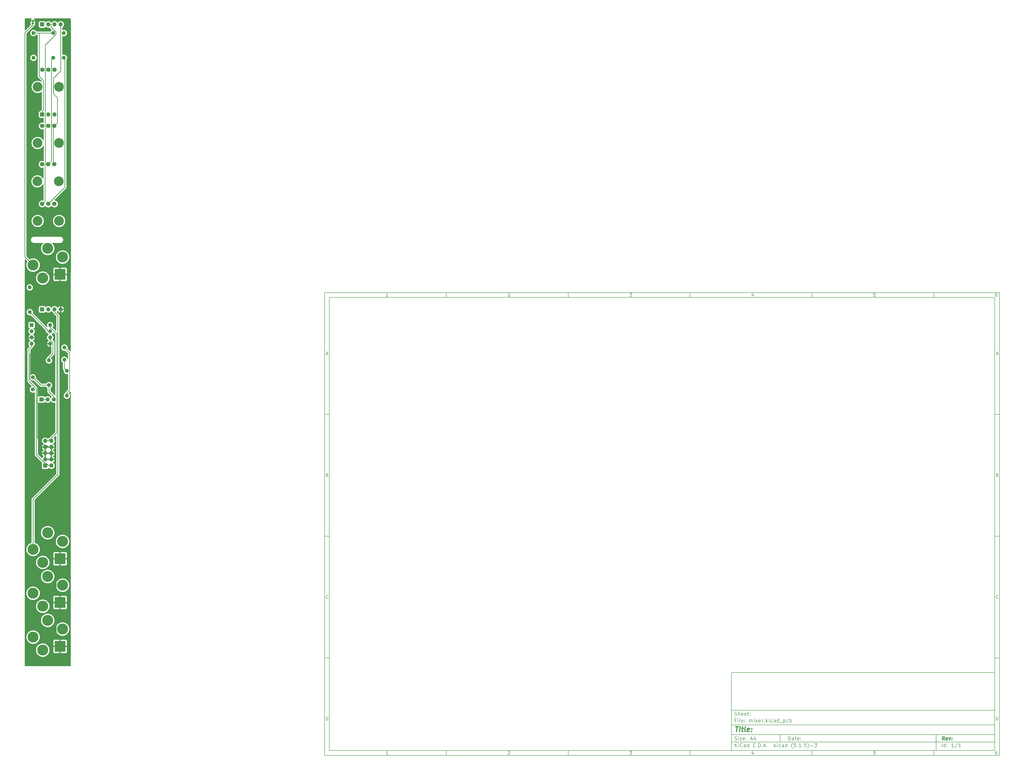
<source format=gbr>
G04 #@! TF.GenerationSoftware,KiCad,Pcbnew,(5.1.5)-3*
G04 #@! TF.CreationDate,2020-05-25T14:27:01+01:00*
G04 #@! TF.ProjectId,mixer,6d697865-722e-46b6-9963-61645f706362,rev?*
G04 #@! TF.SameCoordinates,Original*
G04 #@! TF.FileFunction,Copper,L2,Bot*
G04 #@! TF.FilePolarity,Positive*
%FSLAX46Y46*%
G04 Gerber Fmt 4.6, Leading zero omitted, Abs format (unit mm)*
G04 Created by KiCad (PCBNEW (5.1.5)-3) date 2020-05-25 14:27:01*
%MOMM*%
%LPD*%
G04 APERTURE LIST*
%ADD10C,0.100000*%
%ADD11C,0.150000*%
%ADD12C,0.300000*%
%ADD13C,0.400000*%
%ADD14C,4.500000*%
%ADD15R,4.500000X4.500000*%
%ADD16O,0.850000X0.850000*%
%ADD17R,0.850000X0.850000*%
%ADD18C,1.600000*%
%ADD19O,1.700000X1.700000*%
%ADD20R,1.700000X1.700000*%
%ADD21C,4.000000*%
%ADD22C,1.800000*%
%ADD23O,1.600000X1.600000*%
%ADD24R,1.727200X1.727200*%
%ADD25O,1.727200X1.727200*%
%ADD26R,1.600000X1.600000*%
%ADD27C,0.250000*%
%ADD28C,0.254000*%
G04 APERTURE END LIST*
D10*
D11*
X177002200Y-166007200D02*
X177002200Y-198007200D01*
X285002200Y-198007200D01*
X285002200Y-166007200D01*
X177002200Y-166007200D01*
D10*
D11*
X10000000Y-10000000D02*
X10000000Y-200007200D01*
X287002200Y-200007200D01*
X287002200Y-10000000D01*
X10000000Y-10000000D01*
D10*
D11*
X12000000Y-12000000D02*
X12000000Y-198007200D01*
X285002200Y-198007200D01*
X285002200Y-12000000D01*
X12000000Y-12000000D01*
D10*
D11*
X60000000Y-12000000D02*
X60000000Y-10000000D01*
D10*
D11*
X110000000Y-12000000D02*
X110000000Y-10000000D01*
D10*
D11*
X160000000Y-12000000D02*
X160000000Y-10000000D01*
D10*
D11*
X210000000Y-12000000D02*
X210000000Y-10000000D01*
D10*
D11*
X260000000Y-12000000D02*
X260000000Y-10000000D01*
D10*
D11*
X36065476Y-11588095D02*
X35322619Y-11588095D01*
X35694047Y-11588095D02*
X35694047Y-10288095D01*
X35570238Y-10473809D01*
X35446428Y-10597619D01*
X35322619Y-10659523D01*
D10*
D11*
X85322619Y-10411904D02*
X85384523Y-10350000D01*
X85508333Y-10288095D01*
X85817857Y-10288095D01*
X85941666Y-10350000D01*
X86003571Y-10411904D01*
X86065476Y-10535714D01*
X86065476Y-10659523D01*
X86003571Y-10845238D01*
X85260714Y-11588095D01*
X86065476Y-11588095D01*
D10*
D11*
X135260714Y-10288095D02*
X136065476Y-10288095D01*
X135632142Y-10783333D01*
X135817857Y-10783333D01*
X135941666Y-10845238D01*
X136003571Y-10907142D01*
X136065476Y-11030952D01*
X136065476Y-11340476D01*
X136003571Y-11464285D01*
X135941666Y-11526190D01*
X135817857Y-11588095D01*
X135446428Y-11588095D01*
X135322619Y-11526190D01*
X135260714Y-11464285D01*
D10*
D11*
X185941666Y-10721428D02*
X185941666Y-11588095D01*
X185632142Y-10226190D02*
X185322619Y-11154761D01*
X186127380Y-11154761D01*
D10*
D11*
X236003571Y-10288095D02*
X235384523Y-10288095D01*
X235322619Y-10907142D01*
X235384523Y-10845238D01*
X235508333Y-10783333D01*
X235817857Y-10783333D01*
X235941666Y-10845238D01*
X236003571Y-10907142D01*
X236065476Y-11030952D01*
X236065476Y-11340476D01*
X236003571Y-11464285D01*
X235941666Y-11526190D01*
X235817857Y-11588095D01*
X235508333Y-11588095D01*
X235384523Y-11526190D01*
X235322619Y-11464285D01*
D10*
D11*
X285941666Y-10288095D02*
X285694047Y-10288095D01*
X285570238Y-10350000D01*
X285508333Y-10411904D01*
X285384523Y-10597619D01*
X285322619Y-10845238D01*
X285322619Y-11340476D01*
X285384523Y-11464285D01*
X285446428Y-11526190D01*
X285570238Y-11588095D01*
X285817857Y-11588095D01*
X285941666Y-11526190D01*
X286003571Y-11464285D01*
X286065476Y-11340476D01*
X286065476Y-11030952D01*
X286003571Y-10907142D01*
X285941666Y-10845238D01*
X285817857Y-10783333D01*
X285570238Y-10783333D01*
X285446428Y-10845238D01*
X285384523Y-10907142D01*
X285322619Y-11030952D01*
D10*
D11*
X60000000Y-198007200D02*
X60000000Y-200007200D01*
D10*
D11*
X110000000Y-198007200D02*
X110000000Y-200007200D01*
D10*
D11*
X160000000Y-198007200D02*
X160000000Y-200007200D01*
D10*
D11*
X210000000Y-198007200D02*
X210000000Y-200007200D01*
D10*
D11*
X260000000Y-198007200D02*
X260000000Y-200007200D01*
D10*
D11*
X36065476Y-199595295D02*
X35322619Y-199595295D01*
X35694047Y-199595295D02*
X35694047Y-198295295D01*
X35570238Y-198481009D01*
X35446428Y-198604819D01*
X35322619Y-198666723D01*
D10*
D11*
X85322619Y-198419104D02*
X85384523Y-198357200D01*
X85508333Y-198295295D01*
X85817857Y-198295295D01*
X85941666Y-198357200D01*
X86003571Y-198419104D01*
X86065476Y-198542914D01*
X86065476Y-198666723D01*
X86003571Y-198852438D01*
X85260714Y-199595295D01*
X86065476Y-199595295D01*
D10*
D11*
X135260714Y-198295295D02*
X136065476Y-198295295D01*
X135632142Y-198790533D01*
X135817857Y-198790533D01*
X135941666Y-198852438D01*
X136003571Y-198914342D01*
X136065476Y-199038152D01*
X136065476Y-199347676D01*
X136003571Y-199471485D01*
X135941666Y-199533390D01*
X135817857Y-199595295D01*
X135446428Y-199595295D01*
X135322619Y-199533390D01*
X135260714Y-199471485D01*
D10*
D11*
X185941666Y-198728628D02*
X185941666Y-199595295D01*
X185632142Y-198233390D02*
X185322619Y-199161961D01*
X186127380Y-199161961D01*
D10*
D11*
X236003571Y-198295295D02*
X235384523Y-198295295D01*
X235322619Y-198914342D01*
X235384523Y-198852438D01*
X235508333Y-198790533D01*
X235817857Y-198790533D01*
X235941666Y-198852438D01*
X236003571Y-198914342D01*
X236065476Y-199038152D01*
X236065476Y-199347676D01*
X236003571Y-199471485D01*
X235941666Y-199533390D01*
X235817857Y-199595295D01*
X235508333Y-199595295D01*
X235384523Y-199533390D01*
X235322619Y-199471485D01*
D10*
D11*
X285941666Y-198295295D02*
X285694047Y-198295295D01*
X285570238Y-198357200D01*
X285508333Y-198419104D01*
X285384523Y-198604819D01*
X285322619Y-198852438D01*
X285322619Y-199347676D01*
X285384523Y-199471485D01*
X285446428Y-199533390D01*
X285570238Y-199595295D01*
X285817857Y-199595295D01*
X285941666Y-199533390D01*
X286003571Y-199471485D01*
X286065476Y-199347676D01*
X286065476Y-199038152D01*
X286003571Y-198914342D01*
X285941666Y-198852438D01*
X285817857Y-198790533D01*
X285570238Y-198790533D01*
X285446428Y-198852438D01*
X285384523Y-198914342D01*
X285322619Y-199038152D01*
D10*
D11*
X10000000Y-60000000D02*
X12000000Y-60000000D01*
D10*
D11*
X10000000Y-110000000D02*
X12000000Y-110000000D01*
D10*
D11*
X10000000Y-160000000D02*
X12000000Y-160000000D01*
D10*
D11*
X10690476Y-35216666D02*
X11309523Y-35216666D01*
X10566666Y-35588095D02*
X11000000Y-34288095D01*
X11433333Y-35588095D01*
D10*
D11*
X11092857Y-84907142D02*
X11278571Y-84969047D01*
X11340476Y-85030952D01*
X11402380Y-85154761D01*
X11402380Y-85340476D01*
X11340476Y-85464285D01*
X11278571Y-85526190D01*
X11154761Y-85588095D01*
X10659523Y-85588095D01*
X10659523Y-84288095D01*
X11092857Y-84288095D01*
X11216666Y-84350000D01*
X11278571Y-84411904D01*
X11340476Y-84535714D01*
X11340476Y-84659523D01*
X11278571Y-84783333D01*
X11216666Y-84845238D01*
X11092857Y-84907142D01*
X10659523Y-84907142D01*
D10*
D11*
X11402380Y-135464285D02*
X11340476Y-135526190D01*
X11154761Y-135588095D01*
X11030952Y-135588095D01*
X10845238Y-135526190D01*
X10721428Y-135402380D01*
X10659523Y-135278571D01*
X10597619Y-135030952D01*
X10597619Y-134845238D01*
X10659523Y-134597619D01*
X10721428Y-134473809D01*
X10845238Y-134350000D01*
X11030952Y-134288095D01*
X11154761Y-134288095D01*
X11340476Y-134350000D01*
X11402380Y-134411904D01*
D10*
D11*
X10659523Y-185588095D02*
X10659523Y-184288095D01*
X10969047Y-184288095D01*
X11154761Y-184350000D01*
X11278571Y-184473809D01*
X11340476Y-184597619D01*
X11402380Y-184845238D01*
X11402380Y-185030952D01*
X11340476Y-185278571D01*
X11278571Y-185402380D01*
X11154761Y-185526190D01*
X10969047Y-185588095D01*
X10659523Y-185588095D01*
D10*
D11*
X287002200Y-60000000D02*
X285002200Y-60000000D01*
D10*
D11*
X287002200Y-110000000D02*
X285002200Y-110000000D01*
D10*
D11*
X287002200Y-160000000D02*
X285002200Y-160000000D01*
D10*
D11*
X285692676Y-35216666D02*
X286311723Y-35216666D01*
X285568866Y-35588095D02*
X286002200Y-34288095D01*
X286435533Y-35588095D01*
D10*
D11*
X286095057Y-84907142D02*
X286280771Y-84969047D01*
X286342676Y-85030952D01*
X286404580Y-85154761D01*
X286404580Y-85340476D01*
X286342676Y-85464285D01*
X286280771Y-85526190D01*
X286156961Y-85588095D01*
X285661723Y-85588095D01*
X285661723Y-84288095D01*
X286095057Y-84288095D01*
X286218866Y-84350000D01*
X286280771Y-84411904D01*
X286342676Y-84535714D01*
X286342676Y-84659523D01*
X286280771Y-84783333D01*
X286218866Y-84845238D01*
X286095057Y-84907142D01*
X285661723Y-84907142D01*
D10*
D11*
X286404580Y-135464285D02*
X286342676Y-135526190D01*
X286156961Y-135588095D01*
X286033152Y-135588095D01*
X285847438Y-135526190D01*
X285723628Y-135402380D01*
X285661723Y-135278571D01*
X285599819Y-135030952D01*
X285599819Y-134845238D01*
X285661723Y-134597619D01*
X285723628Y-134473809D01*
X285847438Y-134350000D01*
X286033152Y-134288095D01*
X286156961Y-134288095D01*
X286342676Y-134350000D01*
X286404580Y-134411904D01*
D10*
D11*
X285661723Y-185588095D02*
X285661723Y-184288095D01*
X285971247Y-184288095D01*
X286156961Y-184350000D01*
X286280771Y-184473809D01*
X286342676Y-184597619D01*
X286404580Y-184845238D01*
X286404580Y-185030952D01*
X286342676Y-185278571D01*
X286280771Y-185402380D01*
X286156961Y-185526190D01*
X285971247Y-185588095D01*
X285661723Y-185588095D01*
D10*
D11*
X200434342Y-193785771D02*
X200434342Y-192285771D01*
X200791485Y-192285771D01*
X201005771Y-192357200D01*
X201148628Y-192500057D01*
X201220057Y-192642914D01*
X201291485Y-192928628D01*
X201291485Y-193142914D01*
X201220057Y-193428628D01*
X201148628Y-193571485D01*
X201005771Y-193714342D01*
X200791485Y-193785771D01*
X200434342Y-193785771D01*
X202577200Y-193785771D02*
X202577200Y-193000057D01*
X202505771Y-192857200D01*
X202362914Y-192785771D01*
X202077200Y-192785771D01*
X201934342Y-192857200D01*
X202577200Y-193714342D02*
X202434342Y-193785771D01*
X202077200Y-193785771D01*
X201934342Y-193714342D01*
X201862914Y-193571485D01*
X201862914Y-193428628D01*
X201934342Y-193285771D01*
X202077200Y-193214342D01*
X202434342Y-193214342D01*
X202577200Y-193142914D01*
X203077200Y-192785771D02*
X203648628Y-192785771D01*
X203291485Y-192285771D02*
X203291485Y-193571485D01*
X203362914Y-193714342D01*
X203505771Y-193785771D01*
X203648628Y-193785771D01*
X204720057Y-193714342D02*
X204577200Y-193785771D01*
X204291485Y-193785771D01*
X204148628Y-193714342D01*
X204077200Y-193571485D01*
X204077200Y-193000057D01*
X204148628Y-192857200D01*
X204291485Y-192785771D01*
X204577200Y-192785771D01*
X204720057Y-192857200D01*
X204791485Y-193000057D01*
X204791485Y-193142914D01*
X204077200Y-193285771D01*
X205434342Y-193642914D02*
X205505771Y-193714342D01*
X205434342Y-193785771D01*
X205362914Y-193714342D01*
X205434342Y-193642914D01*
X205434342Y-193785771D01*
X205434342Y-192857200D02*
X205505771Y-192928628D01*
X205434342Y-193000057D01*
X205362914Y-192928628D01*
X205434342Y-192857200D01*
X205434342Y-193000057D01*
D10*
D11*
X177002200Y-194507200D02*
X285002200Y-194507200D01*
D10*
D11*
X178434342Y-196585771D02*
X178434342Y-195085771D01*
X179291485Y-196585771D02*
X178648628Y-195728628D01*
X179291485Y-195085771D02*
X178434342Y-195942914D01*
X179934342Y-196585771D02*
X179934342Y-195585771D01*
X179934342Y-195085771D02*
X179862914Y-195157200D01*
X179934342Y-195228628D01*
X180005771Y-195157200D01*
X179934342Y-195085771D01*
X179934342Y-195228628D01*
X181505771Y-196442914D02*
X181434342Y-196514342D01*
X181220057Y-196585771D01*
X181077200Y-196585771D01*
X180862914Y-196514342D01*
X180720057Y-196371485D01*
X180648628Y-196228628D01*
X180577200Y-195942914D01*
X180577200Y-195728628D01*
X180648628Y-195442914D01*
X180720057Y-195300057D01*
X180862914Y-195157200D01*
X181077200Y-195085771D01*
X181220057Y-195085771D01*
X181434342Y-195157200D01*
X181505771Y-195228628D01*
X182791485Y-196585771D02*
X182791485Y-195800057D01*
X182720057Y-195657200D01*
X182577200Y-195585771D01*
X182291485Y-195585771D01*
X182148628Y-195657200D01*
X182791485Y-196514342D02*
X182648628Y-196585771D01*
X182291485Y-196585771D01*
X182148628Y-196514342D01*
X182077200Y-196371485D01*
X182077200Y-196228628D01*
X182148628Y-196085771D01*
X182291485Y-196014342D01*
X182648628Y-196014342D01*
X182791485Y-195942914D01*
X184148628Y-196585771D02*
X184148628Y-195085771D01*
X184148628Y-196514342D02*
X184005771Y-196585771D01*
X183720057Y-196585771D01*
X183577200Y-196514342D01*
X183505771Y-196442914D01*
X183434342Y-196300057D01*
X183434342Y-195871485D01*
X183505771Y-195728628D01*
X183577200Y-195657200D01*
X183720057Y-195585771D01*
X184005771Y-195585771D01*
X184148628Y-195657200D01*
X186005771Y-195800057D02*
X186505771Y-195800057D01*
X186720057Y-196585771D02*
X186005771Y-196585771D01*
X186005771Y-195085771D01*
X186720057Y-195085771D01*
X187362914Y-196442914D02*
X187434342Y-196514342D01*
X187362914Y-196585771D01*
X187291485Y-196514342D01*
X187362914Y-196442914D01*
X187362914Y-196585771D01*
X188077200Y-196585771D02*
X188077200Y-195085771D01*
X188434342Y-195085771D01*
X188648628Y-195157200D01*
X188791485Y-195300057D01*
X188862914Y-195442914D01*
X188934342Y-195728628D01*
X188934342Y-195942914D01*
X188862914Y-196228628D01*
X188791485Y-196371485D01*
X188648628Y-196514342D01*
X188434342Y-196585771D01*
X188077200Y-196585771D01*
X189577200Y-196442914D02*
X189648628Y-196514342D01*
X189577200Y-196585771D01*
X189505771Y-196514342D01*
X189577200Y-196442914D01*
X189577200Y-196585771D01*
X190220057Y-196157200D02*
X190934342Y-196157200D01*
X190077200Y-196585771D02*
X190577200Y-195085771D01*
X191077200Y-196585771D01*
X191577200Y-196442914D02*
X191648628Y-196514342D01*
X191577200Y-196585771D01*
X191505771Y-196514342D01*
X191577200Y-196442914D01*
X191577200Y-196585771D01*
X194577200Y-196585771D02*
X194577200Y-195085771D01*
X194720057Y-196014342D02*
X195148628Y-196585771D01*
X195148628Y-195585771D02*
X194577200Y-196157200D01*
X195791485Y-196585771D02*
X195791485Y-195585771D01*
X195791485Y-195085771D02*
X195720057Y-195157200D01*
X195791485Y-195228628D01*
X195862914Y-195157200D01*
X195791485Y-195085771D01*
X195791485Y-195228628D01*
X197148628Y-196514342D02*
X197005771Y-196585771D01*
X196720057Y-196585771D01*
X196577200Y-196514342D01*
X196505771Y-196442914D01*
X196434342Y-196300057D01*
X196434342Y-195871485D01*
X196505771Y-195728628D01*
X196577200Y-195657200D01*
X196720057Y-195585771D01*
X197005771Y-195585771D01*
X197148628Y-195657200D01*
X198434342Y-196585771D02*
X198434342Y-195800057D01*
X198362914Y-195657200D01*
X198220057Y-195585771D01*
X197934342Y-195585771D01*
X197791485Y-195657200D01*
X198434342Y-196514342D02*
X198291485Y-196585771D01*
X197934342Y-196585771D01*
X197791485Y-196514342D01*
X197720057Y-196371485D01*
X197720057Y-196228628D01*
X197791485Y-196085771D01*
X197934342Y-196014342D01*
X198291485Y-196014342D01*
X198434342Y-195942914D01*
X199791485Y-196585771D02*
X199791485Y-195085771D01*
X199791485Y-196514342D02*
X199648628Y-196585771D01*
X199362914Y-196585771D01*
X199220057Y-196514342D01*
X199148628Y-196442914D01*
X199077200Y-196300057D01*
X199077200Y-195871485D01*
X199148628Y-195728628D01*
X199220057Y-195657200D01*
X199362914Y-195585771D01*
X199648628Y-195585771D01*
X199791485Y-195657200D01*
X202077200Y-197157200D02*
X202005771Y-197085771D01*
X201862914Y-196871485D01*
X201791485Y-196728628D01*
X201720057Y-196514342D01*
X201648628Y-196157200D01*
X201648628Y-195871485D01*
X201720057Y-195514342D01*
X201791485Y-195300057D01*
X201862914Y-195157200D01*
X202005771Y-194942914D01*
X202077200Y-194871485D01*
X203362914Y-195085771D02*
X202648628Y-195085771D01*
X202577200Y-195800057D01*
X202648628Y-195728628D01*
X202791485Y-195657200D01*
X203148628Y-195657200D01*
X203291485Y-195728628D01*
X203362914Y-195800057D01*
X203434342Y-195942914D01*
X203434342Y-196300057D01*
X203362914Y-196442914D01*
X203291485Y-196514342D01*
X203148628Y-196585771D01*
X202791485Y-196585771D01*
X202648628Y-196514342D01*
X202577200Y-196442914D01*
X204077200Y-196442914D02*
X204148628Y-196514342D01*
X204077200Y-196585771D01*
X204005771Y-196514342D01*
X204077200Y-196442914D01*
X204077200Y-196585771D01*
X205577200Y-196585771D02*
X204720057Y-196585771D01*
X205148628Y-196585771D02*
X205148628Y-195085771D01*
X205005771Y-195300057D01*
X204862914Y-195442914D01*
X204720057Y-195514342D01*
X206220057Y-196442914D02*
X206291485Y-196514342D01*
X206220057Y-196585771D01*
X206148628Y-196514342D01*
X206220057Y-196442914D01*
X206220057Y-196585771D01*
X207648628Y-195085771D02*
X206934342Y-195085771D01*
X206862914Y-195800057D01*
X206934342Y-195728628D01*
X207077200Y-195657200D01*
X207434342Y-195657200D01*
X207577200Y-195728628D01*
X207648628Y-195800057D01*
X207720057Y-195942914D01*
X207720057Y-196300057D01*
X207648628Y-196442914D01*
X207577200Y-196514342D01*
X207434342Y-196585771D01*
X207077200Y-196585771D01*
X206934342Y-196514342D01*
X206862914Y-196442914D01*
X208220057Y-197157200D02*
X208291485Y-197085771D01*
X208434342Y-196871485D01*
X208505771Y-196728628D01*
X208577200Y-196514342D01*
X208648628Y-196157200D01*
X208648628Y-195871485D01*
X208577200Y-195514342D01*
X208505771Y-195300057D01*
X208434342Y-195157200D01*
X208291485Y-194942914D01*
X208220057Y-194871485D01*
X209362914Y-196014342D02*
X210505771Y-196014342D01*
X211077200Y-195085771D02*
X212005771Y-195085771D01*
X211505771Y-195657200D01*
X211720057Y-195657200D01*
X211862914Y-195728628D01*
X211934342Y-195800057D01*
X212005771Y-195942914D01*
X212005771Y-196300057D01*
X211934342Y-196442914D01*
X211862914Y-196514342D01*
X211720057Y-196585771D01*
X211291485Y-196585771D01*
X211148628Y-196514342D01*
X211077200Y-196442914D01*
D10*
D11*
X177002200Y-191507200D02*
X285002200Y-191507200D01*
D10*
D12*
X264411485Y-193785771D02*
X263911485Y-193071485D01*
X263554342Y-193785771D02*
X263554342Y-192285771D01*
X264125771Y-192285771D01*
X264268628Y-192357200D01*
X264340057Y-192428628D01*
X264411485Y-192571485D01*
X264411485Y-192785771D01*
X264340057Y-192928628D01*
X264268628Y-193000057D01*
X264125771Y-193071485D01*
X263554342Y-193071485D01*
X265625771Y-193714342D02*
X265482914Y-193785771D01*
X265197200Y-193785771D01*
X265054342Y-193714342D01*
X264982914Y-193571485D01*
X264982914Y-193000057D01*
X265054342Y-192857200D01*
X265197200Y-192785771D01*
X265482914Y-192785771D01*
X265625771Y-192857200D01*
X265697200Y-193000057D01*
X265697200Y-193142914D01*
X264982914Y-193285771D01*
X266197200Y-192785771D02*
X266554342Y-193785771D01*
X266911485Y-192785771D01*
X267482914Y-193642914D02*
X267554342Y-193714342D01*
X267482914Y-193785771D01*
X267411485Y-193714342D01*
X267482914Y-193642914D01*
X267482914Y-193785771D01*
X267482914Y-192857200D02*
X267554342Y-192928628D01*
X267482914Y-193000057D01*
X267411485Y-192928628D01*
X267482914Y-192857200D01*
X267482914Y-193000057D01*
D10*
D11*
X178362914Y-193714342D02*
X178577200Y-193785771D01*
X178934342Y-193785771D01*
X179077200Y-193714342D01*
X179148628Y-193642914D01*
X179220057Y-193500057D01*
X179220057Y-193357200D01*
X179148628Y-193214342D01*
X179077200Y-193142914D01*
X178934342Y-193071485D01*
X178648628Y-193000057D01*
X178505771Y-192928628D01*
X178434342Y-192857200D01*
X178362914Y-192714342D01*
X178362914Y-192571485D01*
X178434342Y-192428628D01*
X178505771Y-192357200D01*
X178648628Y-192285771D01*
X179005771Y-192285771D01*
X179220057Y-192357200D01*
X179862914Y-193785771D02*
X179862914Y-192785771D01*
X179862914Y-192285771D02*
X179791485Y-192357200D01*
X179862914Y-192428628D01*
X179934342Y-192357200D01*
X179862914Y-192285771D01*
X179862914Y-192428628D01*
X180434342Y-192785771D02*
X181220057Y-192785771D01*
X180434342Y-193785771D01*
X181220057Y-193785771D01*
X182362914Y-193714342D02*
X182220057Y-193785771D01*
X181934342Y-193785771D01*
X181791485Y-193714342D01*
X181720057Y-193571485D01*
X181720057Y-193000057D01*
X181791485Y-192857200D01*
X181934342Y-192785771D01*
X182220057Y-192785771D01*
X182362914Y-192857200D01*
X182434342Y-193000057D01*
X182434342Y-193142914D01*
X181720057Y-193285771D01*
X183077200Y-193642914D02*
X183148628Y-193714342D01*
X183077200Y-193785771D01*
X183005771Y-193714342D01*
X183077200Y-193642914D01*
X183077200Y-193785771D01*
X183077200Y-192857200D02*
X183148628Y-192928628D01*
X183077200Y-193000057D01*
X183005771Y-192928628D01*
X183077200Y-192857200D01*
X183077200Y-193000057D01*
X184862914Y-193357200D02*
X185577200Y-193357200D01*
X184720057Y-193785771D02*
X185220057Y-192285771D01*
X185720057Y-193785771D01*
X186862914Y-192785771D02*
X186862914Y-193785771D01*
X186505771Y-192214342D02*
X186148628Y-193285771D01*
X187077200Y-193285771D01*
D10*
D11*
X263434342Y-196585771D02*
X263434342Y-195085771D01*
X264791485Y-196585771D02*
X264791485Y-195085771D01*
X264791485Y-196514342D02*
X264648628Y-196585771D01*
X264362914Y-196585771D01*
X264220057Y-196514342D01*
X264148628Y-196442914D01*
X264077200Y-196300057D01*
X264077200Y-195871485D01*
X264148628Y-195728628D01*
X264220057Y-195657200D01*
X264362914Y-195585771D01*
X264648628Y-195585771D01*
X264791485Y-195657200D01*
X265505771Y-196442914D02*
X265577200Y-196514342D01*
X265505771Y-196585771D01*
X265434342Y-196514342D01*
X265505771Y-196442914D01*
X265505771Y-196585771D01*
X265505771Y-195657200D02*
X265577200Y-195728628D01*
X265505771Y-195800057D01*
X265434342Y-195728628D01*
X265505771Y-195657200D01*
X265505771Y-195800057D01*
X268148628Y-196585771D02*
X267291485Y-196585771D01*
X267720057Y-196585771D02*
X267720057Y-195085771D01*
X267577200Y-195300057D01*
X267434342Y-195442914D01*
X267291485Y-195514342D01*
X269862914Y-195014342D02*
X268577200Y-196942914D01*
X271148628Y-196585771D02*
X270291485Y-196585771D01*
X270720057Y-196585771D02*
X270720057Y-195085771D01*
X270577200Y-195300057D01*
X270434342Y-195442914D01*
X270291485Y-195514342D01*
D10*
D11*
X177002200Y-187507200D02*
X285002200Y-187507200D01*
D10*
D13*
X178714580Y-188211961D02*
X179857438Y-188211961D01*
X179036009Y-190211961D02*
X179286009Y-188211961D01*
X180274104Y-190211961D02*
X180440771Y-188878628D01*
X180524104Y-188211961D02*
X180416961Y-188307200D01*
X180500295Y-188402438D01*
X180607438Y-188307200D01*
X180524104Y-188211961D01*
X180500295Y-188402438D01*
X181107438Y-188878628D02*
X181869342Y-188878628D01*
X181476485Y-188211961D02*
X181262200Y-189926247D01*
X181333628Y-190116723D01*
X181512200Y-190211961D01*
X181702676Y-190211961D01*
X182655057Y-190211961D02*
X182476485Y-190116723D01*
X182405057Y-189926247D01*
X182619342Y-188211961D01*
X184190771Y-190116723D02*
X183988390Y-190211961D01*
X183607438Y-190211961D01*
X183428866Y-190116723D01*
X183357438Y-189926247D01*
X183452676Y-189164342D01*
X183571723Y-188973866D01*
X183774104Y-188878628D01*
X184155057Y-188878628D01*
X184333628Y-188973866D01*
X184405057Y-189164342D01*
X184381247Y-189354819D01*
X183405057Y-189545295D01*
X185155057Y-190021485D02*
X185238390Y-190116723D01*
X185131247Y-190211961D01*
X185047914Y-190116723D01*
X185155057Y-190021485D01*
X185131247Y-190211961D01*
X185286009Y-188973866D02*
X185369342Y-189069104D01*
X185262200Y-189164342D01*
X185178866Y-189069104D01*
X185286009Y-188973866D01*
X185262200Y-189164342D01*
D10*
D11*
X178934342Y-185600057D02*
X178434342Y-185600057D01*
X178434342Y-186385771D02*
X178434342Y-184885771D01*
X179148628Y-184885771D01*
X179720057Y-186385771D02*
X179720057Y-185385771D01*
X179720057Y-184885771D02*
X179648628Y-184957200D01*
X179720057Y-185028628D01*
X179791485Y-184957200D01*
X179720057Y-184885771D01*
X179720057Y-185028628D01*
X180648628Y-186385771D02*
X180505771Y-186314342D01*
X180434342Y-186171485D01*
X180434342Y-184885771D01*
X181791485Y-186314342D02*
X181648628Y-186385771D01*
X181362914Y-186385771D01*
X181220057Y-186314342D01*
X181148628Y-186171485D01*
X181148628Y-185600057D01*
X181220057Y-185457200D01*
X181362914Y-185385771D01*
X181648628Y-185385771D01*
X181791485Y-185457200D01*
X181862914Y-185600057D01*
X181862914Y-185742914D01*
X181148628Y-185885771D01*
X182505771Y-186242914D02*
X182577200Y-186314342D01*
X182505771Y-186385771D01*
X182434342Y-186314342D01*
X182505771Y-186242914D01*
X182505771Y-186385771D01*
X182505771Y-185457200D02*
X182577200Y-185528628D01*
X182505771Y-185600057D01*
X182434342Y-185528628D01*
X182505771Y-185457200D01*
X182505771Y-185600057D01*
X184362914Y-186385771D02*
X184362914Y-185385771D01*
X184362914Y-185528628D02*
X184434342Y-185457200D01*
X184577200Y-185385771D01*
X184791485Y-185385771D01*
X184934342Y-185457200D01*
X185005771Y-185600057D01*
X185005771Y-186385771D01*
X185005771Y-185600057D02*
X185077200Y-185457200D01*
X185220057Y-185385771D01*
X185434342Y-185385771D01*
X185577200Y-185457200D01*
X185648628Y-185600057D01*
X185648628Y-186385771D01*
X186362914Y-186385771D02*
X186362914Y-185385771D01*
X186362914Y-184885771D02*
X186291485Y-184957200D01*
X186362914Y-185028628D01*
X186434342Y-184957200D01*
X186362914Y-184885771D01*
X186362914Y-185028628D01*
X186934342Y-186385771D02*
X187720057Y-185385771D01*
X186934342Y-185385771D02*
X187720057Y-186385771D01*
X188862914Y-186314342D02*
X188720057Y-186385771D01*
X188434342Y-186385771D01*
X188291485Y-186314342D01*
X188220057Y-186171485D01*
X188220057Y-185600057D01*
X188291485Y-185457200D01*
X188434342Y-185385771D01*
X188720057Y-185385771D01*
X188862914Y-185457200D01*
X188934342Y-185600057D01*
X188934342Y-185742914D01*
X188220057Y-185885771D01*
X189577200Y-186385771D02*
X189577200Y-185385771D01*
X189577200Y-185671485D02*
X189648628Y-185528628D01*
X189720057Y-185457200D01*
X189862914Y-185385771D01*
X190005771Y-185385771D01*
X190505771Y-186242914D02*
X190577200Y-186314342D01*
X190505771Y-186385771D01*
X190434342Y-186314342D01*
X190505771Y-186242914D01*
X190505771Y-186385771D01*
X191220057Y-186385771D02*
X191220057Y-184885771D01*
X191362914Y-185814342D02*
X191791485Y-186385771D01*
X191791485Y-185385771D02*
X191220057Y-185957200D01*
X192434342Y-186385771D02*
X192434342Y-185385771D01*
X192434342Y-184885771D02*
X192362914Y-184957200D01*
X192434342Y-185028628D01*
X192505771Y-184957200D01*
X192434342Y-184885771D01*
X192434342Y-185028628D01*
X193791485Y-186314342D02*
X193648628Y-186385771D01*
X193362914Y-186385771D01*
X193220057Y-186314342D01*
X193148628Y-186242914D01*
X193077200Y-186100057D01*
X193077200Y-185671485D01*
X193148628Y-185528628D01*
X193220057Y-185457200D01*
X193362914Y-185385771D01*
X193648628Y-185385771D01*
X193791485Y-185457200D01*
X195077200Y-186385771D02*
X195077200Y-185600057D01*
X195005771Y-185457200D01*
X194862914Y-185385771D01*
X194577200Y-185385771D01*
X194434342Y-185457200D01*
X195077200Y-186314342D02*
X194934342Y-186385771D01*
X194577200Y-186385771D01*
X194434342Y-186314342D01*
X194362914Y-186171485D01*
X194362914Y-186028628D01*
X194434342Y-185885771D01*
X194577200Y-185814342D01*
X194934342Y-185814342D01*
X195077200Y-185742914D01*
X196434342Y-186385771D02*
X196434342Y-184885771D01*
X196434342Y-186314342D02*
X196291485Y-186385771D01*
X196005771Y-186385771D01*
X195862914Y-186314342D01*
X195791485Y-186242914D01*
X195720057Y-186100057D01*
X195720057Y-185671485D01*
X195791485Y-185528628D01*
X195862914Y-185457200D01*
X196005771Y-185385771D01*
X196291485Y-185385771D01*
X196434342Y-185457200D01*
X196791485Y-186528628D02*
X197934342Y-186528628D01*
X198291485Y-185385771D02*
X198291485Y-186885771D01*
X198291485Y-185457200D02*
X198434342Y-185385771D01*
X198720057Y-185385771D01*
X198862914Y-185457200D01*
X198934342Y-185528628D01*
X199005771Y-185671485D01*
X199005771Y-186100057D01*
X198934342Y-186242914D01*
X198862914Y-186314342D01*
X198720057Y-186385771D01*
X198434342Y-186385771D01*
X198291485Y-186314342D01*
X200291485Y-186314342D02*
X200148628Y-186385771D01*
X199862914Y-186385771D01*
X199720057Y-186314342D01*
X199648628Y-186242914D01*
X199577200Y-186100057D01*
X199577200Y-185671485D01*
X199648628Y-185528628D01*
X199720057Y-185457200D01*
X199862914Y-185385771D01*
X200148628Y-185385771D01*
X200291485Y-185457200D01*
X200934342Y-186385771D02*
X200934342Y-184885771D01*
X200934342Y-185457200D02*
X201077200Y-185385771D01*
X201362914Y-185385771D01*
X201505771Y-185457200D01*
X201577200Y-185528628D01*
X201648628Y-185671485D01*
X201648628Y-186100057D01*
X201577200Y-186242914D01*
X201505771Y-186314342D01*
X201362914Y-186385771D01*
X201077200Y-186385771D01*
X200934342Y-186314342D01*
D10*
D11*
X177002200Y-181507200D02*
X285002200Y-181507200D01*
D10*
D11*
X178362914Y-183614342D02*
X178577200Y-183685771D01*
X178934342Y-183685771D01*
X179077200Y-183614342D01*
X179148628Y-183542914D01*
X179220057Y-183400057D01*
X179220057Y-183257200D01*
X179148628Y-183114342D01*
X179077200Y-183042914D01*
X178934342Y-182971485D01*
X178648628Y-182900057D01*
X178505771Y-182828628D01*
X178434342Y-182757200D01*
X178362914Y-182614342D01*
X178362914Y-182471485D01*
X178434342Y-182328628D01*
X178505771Y-182257200D01*
X178648628Y-182185771D01*
X179005771Y-182185771D01*
X179220057Y-182257200D01*
X179862914Y-183685771D02*
X179862914Y-182185771D01*
X180505771Y-183685771D02*
X180505771Y-182900057D01*
X180434342Y-182757200D01*
X180291485Y-182685771D01*
X180077200Y-182685771D01*
X179934342Y-182757200D01*
X179862914Y-182828628D01*
X181791485Y-183614342D02*
X181648628Y-183685771D01*
X181362914Y-183685771D01*
X181220057Y-183614342D01*
X181148628Y-183471485D01*
X181148628Y-182900057D01*
X181220057Y-182757200D01*
X181362914Y-182685771D01*
X181648628Y-182685771D01*
X181791485Y-182757200D01*
X181862914Y-182900057D01*
X181862914Y-183042914D01*
X181148628Y-183185771D01*
X183077200Y-183614342D02*
X182934342Y-183685771D01*
X182648628Y-183685771D01*
X182505771Y-183614342D01*
X182434342Y-183471485D01*
X182434342Y-182900057D01*
X182505771Y-182757200D01*
X182648628Y-182685771D01*
X182934342Y-182685771D01*
X183077200Y-182757200D01*
X183148628Y-182900057D01*
X183148628Y-183042914D01*
X182434342Y-183185771D01*
X183577200Y-182685771D02*
X184148628Y-182685771D01*
X183791485Y-182185771D02*
X183791485Y-183471485D01*
X183862914Y-183614342D01*
X184005771Y-183685771D01*
X184148628Y-183685771D01*
X184648628Y-183542914D02*
X184720057Y-183614342D01*
X184648628Y-183685771D01*
X184577200Y-183614342D01*
X184648628Y-183542914D01*
X184648628Y-183685771D01*
X184648628Y-182757200D02*
X184720057Y-182828628D01*
X184648628Y-182900057D01*
X184577200Y-182828628D01*
X184648628Y-182757200D01*
X184648628Y-182900057D01*
D10*
D11*
X197002200Y-191507200D02*
X197002200Y-194507200D01*
D10*
D11*
X261002200Y-191507200D02*
X261002200Y-198007200D01*
D14*
X-105662000Y-4056000D03*
X-97534000Y4580000D03*
X-109599000Y1278000D03*
X-103630000Y8136000D03*
D15*
X-98550000Y-2532000D03*
D14*
X-105662000Y-120758000D03*
X-97534000Y-112122000D03*
X-109599000Y-115424000D03*
X-103630000Y-108566000D03*
D15*
X-98550000Y-119234000D03*
D14*
X-105662000Y-138758000D03*
X-97534000Y-130122000D03*
X-109599000Y-133424000D03*
X-103630000Y-126566000D03*
D15*
X-98550000Y-137234000D03*
D14*
X-105662000Y-156758000D03*
X-97534000Y-148122000D03*
X-109599000Y-151424000D03*
X-103630000Y-144566000D03*
D15*
X-98550000Y-155234000D03*
D16*
X-109728000Y101584000D03*
D17*
X-109728000Y100584000D03*
D18*
X-96774000Y-32592000D03*
X-96774000Y-37592000D03*
X-109728000Y-44784000D03*
X-109728000Y-49784000D03*
D19*
X-98280000Y-16880000D03*
X-100820000Y-16880000D03*
X-103360000Y-16880000D03*
D20*
X-105900000Y-16880000D03*
D19*
X-98280000Y100120000D03*
X-100820000Y100120000D03*
X-103360000Y100120000D03*
D20*
X-105900000Y100120000D03*
D21*
X-107818000Y35672000D03*
X-99018000Y35672000D03*
D22*
X-105918000Y42672000D03*
X-103418000Y42672000D03*
X-100918000Y42672000D03*
D23*
X-101346000Y96520000D03*
D18*
X-101346000Y86360000D03*
D20*
X-106172000Y-53880000D03*
D19*
X-103632000Y-53880000D03*
X-101092000Y-53880000D03*
D20*
X-105900000Y63120000D03*
D19*
X-103360000Y63120000D03*
X-100820000Y63120000D03*
D24*
X-104648000Y-81026000D03*
D25*
X-102108000Y-81026000D03*
X-104648000Y-78486000D03*
X-102108000Y-78486000D03*
X-104648000Y-75946000D03*
X-102108000Y-75946000D03*
X-104648000Y-73406000D03*
X-102108000Y-73406000D03*
X-104648000Y-70866000D03*
X-102108000Y-70866000D03*
D23*
X-97028000Y96578000D03*
D18*
X-97028000Y86418000D03*
X-109474000Y86418000D03*
D23*
X-109474000Y96578000D03*
X-103124000Y-37846000D03*
D18*
X-103124000Y-48006000D03*
X-95758000Y-42164000D03*
D23*
X-95758000Y-52324000D03*
D18*
X-110998000Y-18034000D03*
D23*
X-110998000Y-7874000D03*
D22*
X-100852000Y26418000D03*
X-103352000Y26418000D03*
X-105852000Y26418000D03*
D21*
X-98952000Y19418000D03*
X-107752000Y19418000D03*
X-107752000Y51418000D03*
X-98952000Y51418000D03*
D22*
X-105852000Y58418000D03*
X-103352000Y58418000D03*
X-100852000Y58418000D03*
D21*
X-107726000Y74456000D03*
X-98926000Y74456000D03*
D22*
X-105826000Y81456000D03*
X-103326000Y81456000D03*
X-100826000Y81456000D03*
D26*
X-110236000Y-23368000D03*
D23*
X-102616000Y-30988000D03*
X-110236000Y-25908000D03*
X-102616000Y-28448000D03*
X-110236000Y-28448000D03*
X-102616000Y-25908000D03*
X-110236000Y-30988000D03*
X-102616000Y-23368000D03*
D27*
X-98004998Y101584000D02*
X-97988998Y101600000D01*
X-109728000Y101584000D02*
X-98004998Y101584000D01*
X-97988998Y101600000D02*
X-94488000Y101600000D01*
X-94488000Y101600000D02*
X-94234000Y101346000D01*
X-94234000Y101346000D02*
X-94234000Y-1524000D01*
X-103124000Y-48006000D02*
X-103124000Y-50672700D01*
X-103124000Y-50672700D02*
X-101092000Y-52704700D01*
X-101092000Y-53880000D02*
X-101092000Y-52704700D01*
X-103124000Y-48006000D02*
X-106506000Y-48006000D01*
X-106506000Y-48006000D02*
X-109728000Y-44784000D01*
X-103632000Y-53880000D02*
X-106172000Y-53880000D01*
X-103124000Y-37846000D02*
X-103124000Y-36720700D01*
X-102616000Y-28448000D02*
X-102616000Y-29573300D01*
X-102616000Y-29573300D02*
X-102382000Y-29573300D01*
X-102382000Y-29573300D02*
X-101478800Y-30476500D01*
X-101478800Y-30476500D02*
X-101478800Y-35075500D01*
X-101478800Y-35075500D02*
X-103124000Y-36720700D01*
X-95758000Y-42164000D02*
X-96774000Y-41148000D01*
X-96774000Y-41148000D02*
X-96774000Y-37592000D01*
X-102616000Y-25908000D02*
X-103741300Y-25908000D01*
X-103741300Y-25908000D02*
X-103741300Y-25290700D01*
X-103741300Y-25290700D02*
X-110998000Y-18034000D01*
X-95758000Y-52324000D02*
X-95758000Y-51198700D01*
X-96774000Y-32592000D02*
X-94632700Y-34733300D01*
X-94632700Y-34733300D02*
X-94632700Y-50073400D01*
X-94632700Y-50073400D02*
X-95758000Y-51198700D01*
X-100820000Y-16880000D02*
X-100820000Y-18055300D01*
X-109599000Y-115424000D02*
X-109599000Y-94821200D01*
X-109599000Y-94821200D02*
X-99445000Y-84667200D01*
X-99445000Y-84667200D02*
X-99445000Y-19430300D01*
X-99445000Y-19430300D02*
X-100820000Y-18055300D01*
X-113030000Y96607000D02*
X-113030000Y4709000D01*
X-113030000Y4709000D02*
X-109599000Y1278000D01*
X-109728000Y99909000D02*
X-113030000Y96607000D01*
X-109728000Y100584000D02*
X-109728000Y99909000D01*
X-98550000Y-137234000D02*
X-98550000Y-134658700D01*
X-98550000Y-119234000D02*
X-98550000Y-121809300D01*
X-98550000Y-121809300D02*
X-100121000Y-123380300D01*
X-100121000Y-123380300D02*
X-100121000Y-133087700D01*
X-100121000Y-133087700D02*
X-98550000Y-134658700D01*
X-106570700Y-30988000D02*
X-102616000Y-30988000D01*
X-109110700Y-28448000D02*
X-106570700Y-30988000D01*
X-106570700Y-30988000D02*
X-110866000Y-35283300D01*
X-110866000Y-35283300D02*
X-110866000Y-45510700D01*
X-110866000Y-45510700D02*
X-107797500Y-48579200D01*
X-107797500Y-48579200D02*
X-107797500Y-69662000D01*
X-107797500Y-69662000D02*
X-104648000Y-72811500D01*
X-110236000Y-28448000D02*
X-109110700Y-28448000D01*
X-102108000Y-73406000D02*
X-103296900Y-73406000D01*
X-104648000Y-72811500D02*
X-103891400Y-72811500D01*
X-103891400Y-72811500D02*
X-103296900Y-73406000D01*
X-104648000Y-73406000D02*
X-104648000Y-72811500D01*
X-98550000Y-137234000D02*
X-98550000Y-139809300D01*
X-98550000Y-155234000D02*
X-98550000Y-152658700D01*
X-98550000Y-152658700D02*
X-100111400Y-151097300D01*
X-100111400Y-151097300D02*
X-100111400Y-141370700D01*
X-100111400Y-141370700D02*
X-98550000Y-139809300D01*
X-95242000Y-2532000D02*
X-98550000Y-2532000D01*
X-94234000Y-1524000D02*
X-95242000Y-2532000D01*
X-107075400Y96520000D02*
X-107075400Y78785900D01*
X-107075400Y78785900D02*
X-105376900Y77087400D01*
X-105376900Y77087400D02*
X-105376900Y64818400D01*
X-105376900Y64818400D02*
X-105900000Y64295300D01*
X-109474000Y96578000D02*
X-107133400Y96578000D01*
X-107133400Y96578000D02*
X-107075400Y96520000D01*
X-107075400Y96520000D02*
X-102471300Y96520000D01*
X-105900000Y63120000D02*
X-105900000Y64295300D01*
X-101346000Y96520000D02*
X-102471300Y96520000D01*
X-102108000Y-81026000D02*
X-103296900Y-81026000D01*
X-104648000Y-80431500D02*
X-103891400Y-80431500D01*
X-103891400Y-80431500D02*
X-103296900Y-81026000D01*
X-104648000Y-80431500D02*
X-104648000Y-79837100D01*
X-104648000Y-81026000D02*
X-104648000Y-80431500D01*
X-110236000Y-32113300D02*
X-111316400Y-33193700D01*
X-111316400Y-33193700D02*
X-111316400Y-46334000D01*
X-111316400Y-46334000D02*
X-108247900Y-49402500D01*
X-108247900Y-49402500D02*
X-108247900Y-76608700D01*
X-108247900Y-76608700D02*
X-105019500Y-79837100D01*
X-105019500Y-79837100D02*
X-104648000Y-79837100D01*
X-110236000Y-30988000D02*
X-110236000Y-32113300D01*
X-104648000Y-70866000D02*
X-103459100Y-70866000D01*
X-102108000Y-70271500D02*
X-102864600Y-70271500D01*
X-102864600Y-70271500D02*
X-103459100Y-70866000D01*
X-102108000Y-70271500D02*
X-102108000Y-69677100D01*
X-102108000Y-70866000D02*
X-102108000Y-70271500D01*
X-102616000Y-23368000D02*
X-102616000Y-24493300D01*
X-102616000Y-24493300D02*
X-102334700Y-24493300D01*
X-102334700Y-24493300D02*
X-99901200Y-26926800D01*
X-99901200Y-26926800D02*
X-99901200Y-67470300D01*
X-99901200Y-67470300D02*
X-102108000Y-69677100D01*
X-103352000Y26418000D02*
X-96549900Y33220100D01*
X-96549900Y33220100D02*
X-96549900Y85939900D01*
X-96549900Y85939900D02*
X-97028000Y86418000D01*
X-101346000Y86360000D02*
X-102077400Y85628600D01*
X-102077400Y85628600D02*
X-102077400Y44012600D01*
X-102077400Y44012600D02*
X-103418000Y42672000D01*
X-103360000Y100120000D02*
X-102184700Y100120000D01*
X-105852000Y26418000D02*
X-104692600Y27577400D01*
X-104692600Y27577400D02*
X-104692600Y43130300D01*
X-104692600Y43130300D02*
X-104593700Y43229200D01*
X-104593700Y43229200D02*
X-104593700Y91650100D01*
X-104593700Y91650100D02*
X-100190200Y96053600D01*
X-100190200Y96053600D02*
X-100190200Y96967800D01*
X-100190200Y96967800D02*
X-102184700Y98962300D01*
X-102184700Y98962300D02*
X-102184700Y100120000D01*
X-100852000Y58418000D02*
X-99599900Y59670100D01*
X-99599900Y59670100D02*
X-99599900Y69896200D01*
X-99599900Y69896200D02*
X-101264000Y71560300D01*
X-101264000Y71560300D02*
X-101264000Y78019000D01*
X-101264000Y78019000D02*
X-98280000Y81003000D01*
X-98280000Y81003000D02*
X-98280000Y100120000D01*
X-100918000Y42672000D02*
X-101285900Y43039900D01*
X-101285900Y43039900D02*
X-101285900Y57984100D01*
X-101285900Y57984100D02*
X-100852000Y58418000D01*
D28*
G36*
X-110386148Y102414936D02*
G01*
X-110535609Y102270571D01*
X-110654034Y102099822D01*
X-110736872Y101909250D01*
X-110747540Y101874062D01*
X-110620257Y101711000D01*
X-109855000Y101711000D01*
X-109855000Y101731000D01*
X-109601000Y101731000D01*
X-109601000Y101711000D01*
X-108835743Y101711000D01*
X-108708460Y101874062D01*
X-108719128Y101909250D01*
X-108801966Y102099822D01*
X-108920391Y102270571D01*
X-109069852Y102414936D01*
X-109139895Y102460000D01*
X-94273999Y102460000D01*
X-94274000Y-34017199D01*
X-95375312Y-32915886D01*
X-95339000Y-32733335D01*
X-95339000Y-32450665D01*
X-95394147Y-32173426D01*
X-95502320Y-31912273D01*
X-95659363Y-31677241D01*
X-95859241Y-31477363D01*
X-96094273Y-31320320D01*
X-96355426Y-31212147D01*
X-96632665Y-31157000D01*
X-96915335Y-31157000D01*
X-97192574Y-31212147D01*
X-97453727Y-31320320D01*
X-97688759Y-31477363D01*
X-97888637Y-31677241D01*
X-98045680Y-31912273D01*
X-98153853Y-32173426D01*
X-98209000Y-32450665D01*
X-98209000Y-32733335D01*
X-98153853Y-33010574D01*
X-98045680Y-33271727D01*
X-97888637Y-33506759D01*
X-97688759Y-33706637D01*
X-97453727Y-33863680D01*
X-97192574Y-33971853D01*
X-96915335Y-34027000D01*
X-96632665Y-34027000D01*
X-96450114Y-33990688D01*
X-95392700Y-35048102D01*
X-95392700Y-37180701D01*
X-95394147Y-37173426D01*
X-95502320Y-36912273D01*
X-95659363Y-36677241D01*
X-95859241Y-36477363D01*
X-96094273Y-36320320D01*
X-96355426Y-36212147D01*
X-96632665Y-36157000D01*
X-96915335Y-36157000D01*
X-97192574Y-36212147D01*
X-97453727Y-36320320D01*
X-97688759Y-36477363D01*
X-97888637Y-36677241D01*
X-98045680Y-36912273D01*
X-98153853Y-37173426D01*
X-98209000Y-37450665D01*
X-98209000Y-37733335D01*
X-98153853Y-38010574D01*
X-98045680Y-38271727D01*
X-97888637Y-38506759D01*
X-97688759Y-38706637D01*
X-97533999Y-38810044D01*
X-97534000Y-41110677D01*
X-97537676Y-41148000D01*
X-97534000Y-41185322D01*
X-97534000Y-41185332D01*
X-97523003Y-41296985D01*
X-97479546Y-41440246D01*
X-97408974Y-41572276D01*
X-97369129Y-41620826D01*
X-97314001Y-41688001D01*
X-97284998Y-41711804D01*
X-97156688Y-41840113D01*
X-97193000Y-42022665D01*
X-97193000Y-42305335D01*
X-97137853Y-42582574D01*
X-97029680Y-42843727D01*
X-96872637Y-43078759D01*
X-96672759Y-43278637D01*
X-96437727Y-43435680D01*
X-96176574Y-43543853D01*
X-95899335Y-43599000D01*
X-95616665Y-43599000D01*
X-95392699Y-43554450D01*
X-95392699Y-49758597D01*
X-96269002Y-50634901D01*
X-96298000Y-50658699D01*
X-96321798Y-50687697D01*
X-96321799Y-50687698D01*
X-96392974Y-50774424D01*
X-96463546Y-50906454D01*
X-96507002Y-51049715D01*
X-96512157Y-51102052D01*
X-96672759Y-51209363D01*
X-96872637Y-51409241D01*
X-97029680Y-51644273D01*
X-97137853Y-51905426D01*
X-97193000Y-52182665D01*
X-97193000Y-52465335D01*
X-97137853Y-52742574D01*
X-97029680Y-53003727D01*
X-96872637Y-53238759D01*
X-96672759Y-53438637D01*
X-96437727Y-53595680D01*
X-96176574Y-53703853D01*
X-95899335Y-53759000D01*
X-95616665Y-53759000D01*
X-95339426Y-53703853D01*
X-95078273Y-53595680D01*
X-94843241Y-53438637D01*
X-94643363Y-53238759D01*
X-94486320Y-53003727D01*
X-94378147Y-52742574D01*
X-94323000Y-52465335D01*
X-94323000Y-52182665D01*
X-94378147Y-51905426D01*
X-94486320Y-51644273D01*
X-94643363Y-51409241D01*
X-94768551Y-51284053D01*
X-94274000Y-50789501D01*
X-94274000Y-163220000D01*
X-112954000Y-163220000D01*
X-112954000Y-156473852D01*
X-108547000Y-156473852D01*
X-108547000Y-157042148D01*
X-108436131Y-157599523D01*
X-108218654Y-158124560D01*
X-107902926Y-158597080D01*
X-107501080Y-158998926D01*
X-107028560Y-159314654D01*
X-106503523Y-159532131D01*
X-105946148Y-159643000D01*
X-105377852Y-159643000D01*
X-104820477Y-159532131D01*
X-104295440Y-159314654D01*
X-103822920Y-158998926D01*
X-103421074Y-158597080D01*
X-103105346Y-158124560D01*
X-102887869Y-157599523D01*
X-102864891Y-157484000D01*
X-101438072Y-157484000D01*
X-101425812Y-157608482D01*
X-101389502Y-157728180D01*
X-101330537Y-157838494D01*
X-101251185Y-157935185D01*
X-101154494Y-158014537D01*
X-101044180Y-158073502D01*
X-100924482Y-158109812D01*
X-100800000Y-158122072D01*
X-98835750Y-158119000D01*
X-98677000Y-157960250D01*
X-98677000Y-155361000D01*
X-98423000Y-155361000D01*
X-98423000Y-157960250D01*
X-98264250Y-158119000D01*
X-96300000Y-158122072D01*
X-96175518Y-158109812D01*
X-96055820Y-158073502D01*
X-95945506Y-158014537D01*
X-95848815Y-157935185D01*
X-95769463Y-157838494D01*
X-95710498Y-157728180D01*
X-95674188Y-157608482D01*
X-95661928Y-157484000D01*
X-95665000Y-155519750D01*
X-95823750Y-155361000D01*
X-98423000Y-155361000D01*
X-98677000Y-155361000D01*
X-101276250Y-155361000D01*
X-101435000Y-155519750D01*
X-101438072Y-157484000D01*
X-102864891Y-157484000D01*
X-102777000Y-157042148D01*
X-102777000Y-156473852D01*
X-102887869Y-155916477D01*
X-103105346Y-155391440D01*
X-103421074Y-154918920D01*
X-103822920Y-154517074D01*
X-104295440Y-154201346D01*
X-104820477Y-153983869D01*
X-105377852Y-153873000D01*
X-105946148Y-153873000D01*
X-106503523Y-153983869D01*
X-107028560Y-154201346D01*
X-107501080Y-154517074D01*
X-107902926Y-154918920D01*
X-108218654Y-155391440D01*
X-108436131Y-155916477D01*
X-108547000Y-156473852D01*
X-112954000Y-156473852D01*
X-112954000Y-151139852D01*
X-112484000Y-151139852D01*
X-112484000Y-151708148D01*
X-112373131Y-152265523D01*
X-112155654Y-152790560D01*
X-111839926Y-153263080D01*
X-111438080Y-153664926D01*
X-110965560Y-153980654D01*
X-110440523Y-154198131D01*
X-109883148Y-154309000D01*
X-109314852Y-154309000D01*
X-108757477Y-154198131D01*
X-108232440Y-153980654D01*
X-107759920Y-153664926D01*
X-107358074Y-153263080D01*
X-107171599Y-152984000D01*
X-101438072Y-152984000D01*
X-101435000Y-154948250D01*
X-101276250Y-155107000D01*
X-98677000Y-155107000D01*
X-98677000Y-152507750D01*
X-98423000Y-152507750D01*
X-98423000Y-155107000D01*
X-95823750Y-155107000D01*
X-95665000Y-154948250D01*
X-95661928Y-152984000D01*
X-95674188Y-152859518D01*
X-95710498Y-152739820D01*
X-95769463Y-152629506D01*
X-95848815Y-152532815D01*
X-95945506Y-152453463D01*
X-96055820Y-152394498D01*
X-96175518Y-152358188D01*
X-96300000Y-152345928D01*
X-98264250Y-152349000D01*
X-98423000Y-152507750D01*
X-98677000Y-152507750D01*
X-98835750Y-152349000D01*
X-100800000Y-152345928D01*
X-100924482Y-152358188D01*
X-101044180Y-152394498D01*
X-101154494Y-152453463D01*
X-101251185Y-152532815D01*
X-101330537Y-152629506D01*
X-101389502Y-152739820D01*
X-101425812Y-152859518D01*
X-101438072Y-152984000D01*
X-107171599Y-152984000D01*
X-107042346Y-152790560D01*
X-106824869Y-152265523D01*
X-106714000Y-151708148D01*
X-106714000Y-151139852D01*
X-106824869Y-150582477D01*
X-107042346Y-150057440D01*
X-107358074Y-149584920D01*
X-107759920Y-149183074D01*
X-108232440Y-148867346D01*
X-108757477Y-148649869D01*
X-109314852Y-148539000D01*
X-109883148Y-148539000D01*
X-110440523Y-148649869D01*
X-110965560Y-148867346D01*
X-111438080Y-149183074D01*
X-111839926Y-149584920D01*
X-112155654Y-150057440D01*
X-112373131Y-150582477D01*
X-112484000Y-151139852D01*
X-112954000Y-151139852D01*
X-112954000Y-147837852D01*
X-100419000Y-147837852D01*
X-100419000Y-148406148D01*
X-100308131Y-148963523D01*
X-100090654Y-149488560D01*
X-99774926Y-149961080D01*
X-99373080Y-150362926D01*
X-98900560Y-150678654D01*
X-98375523Y-150896131D01*
X-97818148Y-151007000D01*
X-97249852Y-151007000D01*
X-96692477Y-150896131D01*
X-96167440Y-150678654D01*
X-95694920Y-150362926D01*
X-95293074Y-149961080D01*
X-94977346Y-149488560D01*
X-94759869Y-148963523D01*
X-94649000Y-148406148D01*
X-94649000Y-147837852D01*
X-94759869Y-147280477D01*
X-94977346Y-146755440D01*
X-95293074Y-146282920D01*
X-95694920Y-145881074D01*
X-96167440Y-145565346D01*
X-96692477Y-145347869D01*
X-97249852Y-145237000D01*
X-97818148Y-145237000D01*
X-98375523Y-145347869D01*
X-98900560Y-145565346D01*
X-99373080Y-145881074D01*
X-99774926Y-146282920D01*
X-100090654Y-146755440D01*
X-100308131Y-147280477D01*
X-100419000Y-147837852D01*
X-112954000Y-147837852D01*
X-112954000Y-144281852D01*
X-106515000Y-144281852D01*
X-106515000Y-144850148D01*
X-106404131Y-145407523D01*
X-106186654Y-145932560D01*
X-105870926Y-146405080D01*
X-105469080Y-146806926D01*
X-104996560Y-147122654D01*
X-104471523Y-147340131D01*
X-103914148Y-147451000D01*
X-103345852Y-147451000D01*
X-102788477Y-147340131D01*
X-102263440Y-147122654D01*
X-101790920Y-146806926D01*
X-101389074Y-146405080D01*
X-101073346Y-145932560D01*
X-100855869Y-145407523D01*
X-100745000Y-144850148D01*
X-100745000Y-144281852D01*
X-100855869Y-143724477D01*
X-101073346Y-143199440D01*
X-101389074Y-142726920D01*
X-101790920Y-142325074D01*
X-102263440Y-142009346D01*
X-102788477Y-141791869D01*
X-103345852Y-141681000D01*
X-103914148Y-141681000D01*
X-104471523Y-141791869D01*
X-104996560Y-142009346D01*
X-105469080Y-142325074D01*
X-105870926Y-142726920D01*
X-106186654Y-143199440D01*
X-106404131Y-143724477D01*
X-106515000Y-144281852D01*
X-112954000Y-144281852D01*
X-112954000Y-138473852D01*
X-108547000Y-138473852D01*
X-108547000Y-139042148D01*
X-108436131Y-139599523D01*
X-108218654Y-140124560D01*
X-107902926Y-140597080D01*
X-107501080Y-140998926D01*
X-107028560Y-141314654D01*
X-106503523Y-141532131D01*
X-105946148Y-141643000D01*
X-105377852Y-141643000D01*
X-104820477Y-141532131D01*
X-104295440Y-141314654D01*
X-103822920Y-140998926D01*
X-103421074Y-140597080D01*
X-103105346Y-140124560D01*
X-102887869Y-139599523D01*
X-102864891Y-139484000D01*
X-101438072Y-139484000D01*
X-101425812Y-139608482D01*
X-101389502Y-139728180D01*
X-101330537Y-139838494D01*
X-101251185Y-139935185D01*
X-101154494Y-140014537D01*
X-101044180Y-140073502D01*
X-100924482Y-140109812D01*
X-100800000Y-140122072D01*
X-98835750Y-140119000D01*
X-98677000Y-139960250D01*
X-98677000Y-137361000D01*
X-98423000Y-137361000D01*
X-98423000Y-139960250D01*
X-98264250Y-140119000D01*
X-96300000Y-140122072D01*
X-96175518Y-140109812D01*
X-96055820Y-140073502D01*
X-95945506Y-140014537D01*
X-95848815Y-139935185D01*
X-95769463Y-139838494D01*
X-95710498Y-139728180D01*
X-95674188Y-139608482D01*
X-95661928Y-139484000D01*
X-95665000Y-137519750D01*
X-95823750Y-137361000D01*
X-98423000Y-137361000D01*
X-98677000Y-137361000D01*
X-101276250Y-137361000D01*
X-101435000Y-137519750D01*
X-101438072Y-139484000D01*
X-102864891Y-139484000D01*
X-102777000Y-139042148D01*
X-102777000Y-138473852D01*
X-102887869Y-137916477D01*
X-103105346Y-137391440D01*
X-103421074Y-136918920D01*
X-103822920Y-136517074D01*
X-104295440Y-136201346D01*
X-104820477Y-135983869D01*
X-105377852Y-135873000D01*
X-105946148Y-135873000D01*
X-106503523Y-135983869D01*
X-107028560Y-136201346D01*
X-107501080Y-136517074D01*
X-107902926Y-136918920D01*
X-108218654Y-137391440D01*
X-108436131Y-137916477D01*
X-108547000Y-138473852D01*
X-112954000Y-138473852D01*
X-112954000Y-133139852D01*
X-112484000Y-133139852D01*
X-112484000Y-133708148D01*
X-112373131Y-134265523D01*
X-112155654Y-134790560D01*
X-111839926Y-135263080D01*
X-111438080Y-135664926D01*
X-110965560Y-135980654D01*
X-110440523Y-136198131D01*
X-109883148Y-136309000D01*
X-109314852Y-136309000D01*
X-108757477Y-136198131D01*
X-108232440Y-135980654D01*
X-107759920Y-135664926D01*
X-107358074Y-135263080D01*
X-107171599Y-134984000D01*
X-101438072Y-134984000D01*
X-101435000Y-136948250D01*
X-101276250Y-137107000D01*
X-98677000Y-137107000D01*
X-98677000Y-134507750D01*
X-98423000Y-134507750D01*
X-98423000Y-137107000D01*
X-95823750Y-137107000D01*
X-95665000Y-136948250D01*
X-95661928Y-134984000D01*
X-95674188Y-134859518D01*
X-95710498Y-134739820D01*
X-95769463Y-134629506D01*
X-95848815Y-134532815D01*
X-95945506Y-134453463D01*
X-96055820Y-134394498D01*
X-96175518Y-134358188D01*
X-96300000Y-134345928D01*
X-98264250Y-134349000D01*
X-98423000Y-134507750D01*
X-98677000Y-134507750D01*
X-98835750Y-134349000D01*
X-100800000Y-134345928D01*
X-100924482Y-134358188D01*
X-101044180Y-134394498D01*
X-101154494Y-134453463D01*
X-101251185Y-134532815D01*
X-101330537Y-134629506D01*
X-101389502Y-134739820D01*
X-101425812Y-134859518D01*
X-101438072Y-134984000D01*
X-107171599Y-134984000D01*
X-107042346Y-134790560D01*
X-106824869Y-134265523D01*
X-106714000Y-133708148D01*
X-106714000Y-133139852D01*
X-106824869Y-132582477D01*
X-107042346Y-132057440D01*
X-107358074Y-131584920D01*
X-107759920Y-131183074D01*
X-108232440Y-130867346D01*
X-108757477Y-130649869D01*
X-109314852Y-130539000D01*
X-109883148Y-130539000D01*
X-110440523Y-130649869D01*
X-110965560Y-130867346D01*
X-111438080Y-131183074D01*
X-111839926Y-131584920D01*
X-112155654Y-132057440D01*
X-112373131Y-132582477D01*
X-112484000Y-133139852D01*
X-112954000Y-133139852D01*
X-112954000Y-129837852D01*
X-100419000Y-129837852D01*
X-100419000Y-130406148D01*
X-100308131Y-130963523D01*
X-100090654Y-131488560D01*
X-99774926Y-131961080D01*
X-99373080Y-132362926D01*
X-98900560Y-132678654D01*
X-98375523Y-132896131D01*
X-97818148Y-133007000D01*
X-97249852Y-133007000D01*
X-96692477Y-132896131D01*
X-96167440Y-132678654D01*
X-95694920Y-132362926D01*
X-95293074Y-131961080D01*
X-94977346Y-131488560D01*
X-94759869Y-130963523D01*
X-94649000Y-130406148D01*
X-94649000Y-129837852D01*
X-94759869Y-129280477D01*
X-94977346Y-128755440D01*
X-95293074Y-128282920D01*
X-95694920Y-127881074D01*
X-96167440Y-127565346D01*
X-96692477Y-127347869D01*
X-97249852Y-127237000D01*
X-97818148Y-127237000D01*
X-98375523Y-127347869D01*
X-98900560Y-127565346D01*
X-99373080Y-127881074D01*
X-99774926Y-128282920D01*
X-100090654Y-128755440D01*
X-100308131Y-129280477D01*
X-100419000Y-129837852D01*
X-112954000Y-129837852D01*
X-112954000Y-126281852D01*
X-106515000Y-126281852D01*
X-106515000Y-126850148D01*
X-106404131Y-127407523D01*
X-106186654Y-127932560D01*
X-105870926Y-128405080D01*
X-105469080Y-128806926D01*
X-104996560Y-129122654D01*
X-104471523Y-129340131D01*
X-103914148Y-129451000D01*
X-103345852Y-129451000D01*
X-102788477Y-129340131D01*
X-102263440Y-129122654D01*
X-101790920Y-128806926D01*
X-101389074Y-128405080D01*
X-101073346Y-127932560D01*
X-100855869Y-127407523D01*
X-100745000Y-126850148D01*
X-100745000Y-126281852D01*
X-100855869Y-125724477D01*
X-101073346Y-125199440D01*
X-101389074Y-124726920D01*
X-101790920Y-124325074D01*
X-102263440Y-124009346D01*
X-102788477Y-123791869D01*
X-103345852Y-123681000D01*
X-103914148Y-123681000D01*
X-104471523Y-123791869D01*
X-104996560Y-124009346D01*
X-105469080Y-124325074D01*
X-105870926Y-124726920D01*
X-106186654Y-125199440D01*
X-106404131Y-125724477D01*
X-106515000Y-126281852D01*
X-112954000Y-126281852D01*
X-112954000Y-120473852D01*
X-108547000Y-120473852D01*
X-108547000Y-121042148D01*
X-108436131Y-121599523D01*
X-108218654Y-122124560D01*
X-107902926Y-122597080D01*
X-107501080Y-122998926D01*
X-107028560Y-123314654D01*
X-106503523Y-123532131D01*
X-105946148Y-123643000D01*
X-105377852Y-123643000D01*
X-104820477Y-123532131D01*
X-104295440Y-123314654D01*
X-103822920Y-122998926D01*
X-103421074Y-122597080D01*
X-103105346Y-122124560D01*
X-102887869Y-121599523D01*
X-102864891Y-121484000D01*
X-101438072Y-121484000D01*
X-101425812Y-121608482D01*
X-101389502Y-121728180D01*
X-101330537Y-121838494D01*
X-101251185Y-121935185D01*
X-101154494Y-122014537D01*
X-101044180Y-122073502D01*
X-100924482Y-122109812D01*
X-100800000Y-122122072D01*
X-98835750Y-122119000D01*
X-98677000Y-121960250D01*
X-98677000Y-119361000D01*
X-98423000Y-119361000D01*
X-98423000Y-121960250D01*
X-98264250Y-122119000D01*
X-96300000Y-122122072D01*
X-96175518Y-122109812D01*
X-96055820Y-122073502D01*
X-95945506Y-122014537D01*
X-95848815Y-121935185D01*
X-95769463Y-121838494D01*
X-95710498Y-121728180D01*
X-95674188Y-121608482D01*
X-95661928Y-121484000D01*
X-95665000Y-119519750D01*
X-95823750Y-119361000D01*
X-98423000Y-119361000D01*
X-98677000Y-119361000D01*
X-101276250Y-119361000D01*
X-101435000Y-119519750D01*
X-101438072Y-121484000D01*
X-102864891Y-121484000D01*
X-102777000Y-121042148D01*
X-102777000Y-120473852D01*
X-102887869Y-119916477D01*
X-103105346Y-119391440D01*
X-103421074Y-118918920D01*
X-103822920Y-118517074D01*
X-104295440Y-118201346D01*
X-104820477Y-117983869D01*
X-105377852Y-117873000D01*
X-105946148Y-117873000D01*
X-106503523Y-117983869D01*
X-107028560Y-118201346D01*
X-107501080Y-118517074D01*
X-107902926Y-118918920D01*
X-108218654Y-119391440D01*
X-108436131Y-119916477D01*
X-108547000Y-120473852D01*
X-112954000Y-120473852D01*
X-112954000Y-115139852D01*
X-112484000Y-115139852D01*
X-112484000Y-115708148D01*
X-112373131Y-116265523D01*
X-112155654Y-116790560D01*
X-111839926Y-117263080D01*
X-111438080Y-117664926D01*
X-110965560Y-117980654D01*
X-110440523Y-118198131D01*
X-109883148Y-118309000D01*
X-109314852Y-118309000D01*
X-108757477Y-118198131D01*
X-108232440Y-117980654D01*
X-107759920Y-117664926D01*
X-107358074Y-117263080D01*
X-107171599Y-116984000D01*
X-101438072Y-116984000D01*
X-101435000Y-118948250D01*
X-101276250Y-119107000D01*
X-98677000Y-119107000D01*
X-98677000Y-116507750D01*
X-98423000Y-116507750D01*
X-98423000Y-119107000D01*
X-95823750Y-119107000D01*
X-95665000Y-118948250D01*
X-95661928Y-116984000D01*
X-95674188Y-116859518D01*
X-95710498Y-116739820D01*
X-95769463Y-116629506D01*
X-95848815Y-116532815D01*
X-95945506Y-116453463D01*
X-96055820Y-116394498D01*
X-96175518Y-116358188D01*
X-96300000Y-116345928D01*
X-98264250Y-116349000D01*
X-98423000Y-116507750D01*
X-98677000Y-116507750D01*
X-98835750Y-116349000D01*
X-100800000Y-116345928D01*
X-100924482Y-116358188D01*
X-101044180Y-116394498D01*
X-101154494Y-116453463D01*
X-101251185Y-116532815D01*
X-101330537Y-116629506D01*
X-101389502Y-116739820D01*
X-101425812Y-116859518D01*
X-101438072Y-116984000D01*
X-107171599Y-116984000D01*
X-107042346Y-116790560D01*
X-106824869Y-116265523D01*
X-106714000Y-115708148D01*
X-106714000Y-115139852D01*
X-106824869Y-114582477D01*
X-107042346Y-114057440D01*
X-107358074Y-113584920D01*
X-107759920Y-113183074D01*
X-108232440Y-112867346D01*
X-108757477Y-112649869D01*
X-108839000Y-112633653D01*
X-108839000Y-111837852D01*
X-100419000Y-111837852D01*
X-100419000Y-112406148D01*
X-100308131Y-112963523D01*
X-100090654Y-113488560D01*
X-99774926Y-113961080D01*
X-99373080Y-114362926D01*
X-98900560Y-114678654D01*
X-98375523Y-114896131D01*
X-97818148Y-115007000D01*
X-97249852Y-115007000D01*
X-96692477Y-114896131D01*
X-96167440Y-114678654D01*
X-95694920Y-114362926D01*
X-95293074Y-113961080D01*
X-94977346Y-113488560D01*
X-94759869Y-112963523D01*
X-94649000Y-112406148D01*
X-94649000Y-111837852D01*
X-94759869Y-111280477D01*
X-94977346Y-110755440D01*
X-95293074Y-110282920D01*
X-95694920Y-109881074D01*
X-96167440Y-109565346D01*
X-96692477Y-109347869D01*
X-97249852Y-109237000D01*
X-97818148Y-109237000D01*
X-98375523Y-109347869D01*
X-98900560Y-109565346D01*
X-99373080Y-109881074D01*
X-99774926Y-110282920D01*
X-100090654Y-110755440D01*
X-100308131Y-111280477D01*
X-100419000Y-111837852D01*
X-108839000Y-111837852D01*
X-108839000Y-108281852D01*
X-106515000Y-108281852D01*
X-106515000Y-108850148D01*
X-106404131Y-109407523D01*
X-106186654Y-109932560D01*
X-105870926Y-110405080D01*
X-105469080Y-110806926D01*
X-104996560Y-111122654D01*
X-104471523Y-111340131D01*
X-103914148Y-111451000D01*
X-103345852Y-111451000D01*
X-102788477Y-111340131D01*
X-102263440Y-111122654D01*
X-101790920Y-110806926D01*
X-101389074Y-110405080D01*
X-101073346Y-109932560D01*
X-100855869Y-109407523D01*
X-100745000Y-108850148D01*
X-100745000Y-108281852D01*
X-100855869Y-107724477D01*
X-101073346Y-107199440D01*
X-101389074Y-106726920D01*
X-101790920Y-106325074D01*
X-102263440Y-106009346D01*
X-102788477Y-105791869D01*
X-103345852Y-105681000D01*
X-103914148Y-105681000D01*
X-104471523Y-105791869D01*
X-104996560Y-106009346D01*
X-105469080Y-106325074D01*
X-105870926Y-106726920D01*
X-106186654Y-107199440D01*
X-106404131Y-107724477D01*
X-106515000Y-108281852D01*
X-108839000Y-108281852D01*
X-108839000Y-95136001D01*
X-98933996Y-85230998D01*
X-98904999Y-85207201D01*
X-98810026Y-85091476D01*
X-98739454Y-84959447D01*
X-98695997Y-84816186D01*
X-98685000Y-84704533D01*
X-98685000Y-84704532D01*
X-98681323Y-84667200D01*
X-98685000Y-84629867D01*
X-98685000Y-19467625D01*
X-98681324Y-19430300D01*
X-98685000Y-19392975D01*
X-98685000Y-19392967D01*
X-98695997Y-19281314D01*
X-98739454Y-19138053D01*
X-98810026Y-19006024D01*
X-98904999Y-18890299D01*
X-98933997Y-18866501D01*
X-99820196Y-17980303D01*
X-99666525Y-17826632D01*
X-99544805Y-17644466D01*
X-99475178Y-17761355D01*
X-99280269Y-17977588D01*
X-99046920Y-18151641D01*
X-98784099Y-18276825D01*
X-98636890Y-18321476D01*
X-98407000Y-18200155D01*
X-98407000Y-17007000D01*
X-98153000Y-17007000D01*
X-98153000Y-18200155D01*
X-97923110Y-18321476D01*
X-97775901Y-18276825D01*
X-97513080Y-18151641D01*
X-97279731Y-17977588D01*
X-97084822Y-17761355D01*
X-96935843Y-17511252D01*
X-96838519Y-17236891D01*
X-96959186Y-17007000D01*
X-98153000Y-17007000D01*
X-98407000Y-17007000D01*
X-98427000Y-17007000D01*
X-98427000Y-16753000D01*
X-98407000Y-16753000D01*
X-98407000Y-15559845D01*
X-98153000Y-15559845D01*
X-98153000Y-16753000D01*
X-96959186Y-16753000D01*
X-96838519Y-16523109D01*
X-96935843Y-16248748D01*
X-97084822Y-15998645D01*
X-97279731Y-15782412D01*
X-97513080Y-15608359D01*
X-97775901Y-15483175D01*
X-97923110Y-15438524D01*
X-98153000Y-15559845D01*
X-98407000Y-15559845D01*
X-98636890Y-15438524D01*
X-98784099Y-15483175D01*
X-99046920Y-15608359D01*
X-99280269Y-15782412D01*
X-99475178Y-15998645D01*
X-99544805Y-16115534D01*
X-99666525Y-15933368D01*
X-99873368Y-15726525D01*
X-100116589Y-15564010D01*
X-100386842Y-15452068D01*
X-100673740Y-15395000D01*
X-100966260Y-15395000D01*
X-101253158Y-15452068D01*
X-101523411Y-15564010D01*
X-101766632Y-15726525D01*
X-101973475Y-15933368D01*
X-102090000Y-16107760D01*
X-102206525Y-15933368D01*
X-102413368Y-15726525D01*
X-102656589Y-15564010D01*
X-102926842Y-15452068D01*
X-103213740Y-15395000D01*
X-103506260Y-15395000D01*
X-103793158Y-15452068D01*
X-104063411Y-15564010D01*
X-104306632Y-15726525D01*
X-104438487Y-15858380D01*
X-104460498Y-15785820D01*
X-104519463Y-15675506D01*
X-104598815Y-15578815D01*
X-104695506Y-15499463D01*
X-104805820Y-15440498D01*
X-104925518Y-15404188D01*
X-105050000Y-15391928D01*
X-106750000Y-15391928D01*
X-106874482Y-15404188D01*
X-106994180Y-15440498D01*
X-107104494Y-15499463D01*
X-107201185Y-15578815D01*
X-107280537Y-15675506D01*
X-107339502Y-15785820D01*
X-107375812Y-15905518D01*
X-107388072Y-16030000D01*
X-107388072Y-17730000D01*
X-107375812Y-17854482D01*
X-107339502Y-17974180D01*
X-107280537Y-18084494D01*
X-107201185Y-18181185D01*
X-107104494Y-18260537D01*
X-106994180Y-18319502D01*
X-106874482Y-18355812D01*
X-106750000Y-18368072D01*
X-105050000Y-18368072D01*
X-104925518Y-18355812D01*
X-104805820Y-18319502D01*
X-104695506Y-18260537D01*
X-104598815Y-18181185D01*
X-104519463Y-18084494D01*
X-104460498Y-17974180D01*
X-104438487Y-17901620D01*
X-104306632Y-18033475D01*
X-104063411Y-18195990D01*
X-103793158Y-18307932D01*
X-103506260Y-18365000D01*
X-103213740Y-18365000D01*
X-102926842Y-18307932D01*
X-102656589Y-18195990D01*
X-102413368Y-18033475D01*
X-102206525Y-17826632D01*
X-102090000Y-17652240D01*
X-101973475Y-17826632D01*
X-101766632Y-18033475D01*
X-101573088Y-18162797D01*
X-101569002Y-18204285D01*
X-101525546Y-18347546D01*
X-101454974Y-18479576D01*
X-101383799Y-18566302D01*
X-101360000Y-18595301D01*
X-101331002Y-18619099D01*
X-100204999Y-19745103D01*
X-100204999Y-25548199D01*
X-101488977Y-24264222D01*
X-101344320Y-24047727D01*
X-101236147Y-23786574D01*
X-101181000Y-23509335D01*
X-101181000Y-23226665D01*
X-101236147Y-22949426D01*
X-101344320Y-22688273D01*
X-101501363Y-22453241D01*
X-101701241Y-22253363D01*
X-101936273Y-22096320D01*
X-102197426Y-21988147D01*
X-102474665Y-21933000D01*
X-102757335Y-21933000D01*
X-103034574Y-21988147D01*
X-103295727Y-22096320D01*
X-103530759Y-22253363D01*
X-103730637Y-22453241D01*
X-103887680Y-22688273D01*
X-103995853Y-22949426D01*
X-104051000Y-23226665D01*
X-104051000Y-23509335D01*
X-103995853Y-23786574D01*
X-103887680Y-24047727D01*
X-103843800Y-24113398D01*
X-109599312Y-18357887D01*
X-109563000Y-18175335D01*
X-109563000Y-17892665D01*
X-109618147Y-17615426D01*
X-109726320Y-17354273D01*
X-109883363Y-17119241D01*
X-110083241Y-16919363D01*
X-110318273Y-16762320D01*
X-110579426Y-16654147D01*
X-110856665Y-16599000D01*
X-111139335Y-16599000D01*
X-111416574Y-16654147D01*
X-111677727Y-16762320D01*
X-111912759Y-16919363D01*
X-112112637Y-17119241D01*
X-112269680Y-17354273D01*
X-112377853Y-17615426D01*
X-112433000Y-17892665D01*
X-112433000Y-18175335D01*
X-112377853Y-18452574D01*
X-112269680Y-18713727D01*
X-112112637Y-18948759D01*
X-111912759Y-19148637D01*
X-111677727Y-19305680D01*
X-111416574Y-19413853D01*
X-111139335Y-19469000D01*
X-110856665Y-19469000D01*
X-110674113Y-19432688D01*
X-104501300Y-25605502D01*
X-104501300Y-25870667D01*
X-104504977Y-25908000D01*
X-104490303Y-26056986D01*
X-104446846Y-26200247D01*
X-104376274Y-26332276D01*
X-104331528Y-26386799D01*
X-104281301Y-26448001D01*
X-104165576Y-26542974D01*
X-104033547Y-26613546D01*
X-103890286Y-26657003D01*
X-103837947Y-26662158D01*
X-103730637Y-26822759D01*
X-103530759Y-27022637D01*
X-103298241Y-27178000D01*
X-103530759Y-27333363D01*
X-103730637Y-27533241D01*
X-103887680Y-27768273D01*
X-103995853Y-28029426D01*
X-104051000Y-28306665D01*
X-104051000Y-28589335D01*
X-103995853Y-28866574D01*
X-103887680Y-29127727D01*
X-103730637Y-29362759D01*
X-103530759Y-29562637D01*
X-103370158Y-29669947D01*
X-103365003Y-29722286D01*
X-103352252Y-29764320D01*
X-103471131Y-29835615D01*
X-103679519Y-30024586D01*
X-103847037Y-30250580D01*
X-103967246Y-30504913D01*
X-104007904Y-30638961D01*
X-103885915Y-30861000D01*
X-102743000Y-30861000D01*
X-102743000Y-30841000D01*
X-102489000Y-30841000D01*
X-102489000Y-30861000D01*
X-102469000Y-30861000D01*
X-102469000Y-31115000D01*
X-102489000Y-31115000D01*
X-102489000Y-32258624D01*
X-102266960Y-32379909D01*
X-102238800Y-32369825D01*
X-102238799Y-34760697D01*
X-103635002Y-36156901D01*
X-103664000Y-36180699D01*
X-103687798Y-36209697D01*
X-103687799Y-36209698D01*
X-103758974Y-36296424D01*
X-103829546Y-36428454D01*
X-103873002Y-36571715D01*
X-103878157Y-36624052D01*
X-104038759Y-36731363D01*
X-104238637Y-36931241D01*
X-104395680Y-37166273D01*
X-104503853Y-37427426D01*
X-104559000Y-37704665D01*
X-104559000Y-37987335D01*
X-104503853Y-38264574D01*
X-104395680Y-38525727D01*
X-104238637Y-38760759D01*
X-104038759Y-38960637D01*
X-103803727Y-39117680D01*
X-103542574Y-39225853D01*
X-103265335Y-39281000D01*
X-102982665Y-39281000D01*
X-102705426Y-39225853D01*
X-102444273Y-39117680D01*
X-102209241Y-38960637D01*
X-102009363Y-38760759D01*
X-101852320Y-38525727D01*
X-101744147Y-38264574D01*
X-101689000Y-37987335D01*
X-101689000Y-37704665D01*
X-101744147Y-37427426D01*
X-101852320Y-37166273D01*
X-102009363Y-36931241D01*
X-102134551Y-36806053D01*
X-100967797Y-35639299D01*
X-100938799Y-35615501D01*
X-100912468Y-35583417D01*
X-100843826Y-35499777D01*
X-100773254Y-35367747D01*
X-100744605Y-35273301D01*
X-100729797Y-35224486D01*
X-100718800Y-35112833D01*
X-100718800Y-35112824D01*
X-100715124Y-35075501D01*
X-100718800Y-35038178D01*
X-100718800Y-30513825D01*
X-100715124Y-30476500D01*
X-100718800Y-30439175D01*
X-100718800Y-30439167D01*
X-100729797Y-30327514D01*
X-100773254Y-30184253D01*
X-100843826Y-30052224D01*
X-100938799Y-29936499D01*
X-100967796Y-29912702D01*
X-101509551Y-29370947D01*
X-101501363Y-29362759D01*
X-101344320Y-29127727D01*
X-101236147Y-28866574D01*
X-101181000Y-28589335D01*
X-101181000Y-28306665D01*
X-101236147Y-28029426D01*
X-101344320Y-27768273D01*
X-101501363Y-27533241D01*
X-101701241Y-27333363D01*
X-101933759Y-27178000D01*
X-101701241Y-27022637D01*
X-101501363Y-26822759D01*
X-101344320Y-26587727D01*
X-101335754Y-26567047D01*
X-100661200Y-27241602D01*
X-100661199Y-52060699D01*
X-102364000Y-50357899D01*
X-102364000Y-49224043D01*
X-102209241Y-49120637D01*
X-102009363Y-48920759D01*
X-101852320Y-48685727D01*
X-101744147Y-48424574D01*
X-101689000Y-48147335D01*
X-101689000Y-47864665D01*
X-101744147Y-47587426D01*
X-101852320Y-47326273D01*
X-102009363Y-47091241D01*
X-102209241Y-46891363D01*
X-102444273Y-46734320D01*
X-102705426Y-46626147D01*
X-102982665Y-46571000D01*
X-103265335Y-46571000D01*
X-103542574Y-46626147D01*
X-103803727Y-46734320D01*
X-104038759Y-46891363D01*
X-104238637Y-47091241D01*
X-104342043Y-47246000D01*
X-106191198Y-47246000D01*
X-108329312Y-45107886D01*
X-108293000Y-44925335D01*
X-108293000Y-44642665D01*
X-108348147Y-44365426D01*
X-108456320Y-44104273D01*
X-108613363Y-43869241D01*
X-108813241Y-43669363D01*
X-109048273Y-43512320D01*
X-109309426Y-43404147D01*
X-109586665Y-43349000D01*
X-109869335Y-43349000D01*
X-110146574Y-43404147D01*
X-110407727Y-43512320D01*
X-110556400Y-43611660D01*
X-110556400Y-33508501D01*
X-109724997Y-32677099D01*
X-109695999Y-32653301D01*
X-109601026Y-32537576D01*
X-109530454Y-32405547D01*
X-109486997Y-32262286D01*
X-109481842Y-32209947D01*
X-109321241Y-32102637D01*
X-109121363Y-31902759D01*
X-108964320Y-31667727D01*
X-108856147Y-31406574D01*
X-108842316Y-31337039D01*
X-104007904Y-31337039D01*
X-103967246Y-31471087D01*
X-103847037Y-31725420D01*
X-103679519Y-31951414D01*
X-103471131Y-32140385D01*
X-103229881Y-32285070D01*
X-102965040Y-32379909D01*
X-102743000Y-32258624D01*
X-102743000Y-31115000D01*
X-103885915Y-31115000D01*
X-104007904Y-31337039D01*
X-108842316Y-31337039D01*
X-108801000Y-31129335D01*
X-108801000Y-30846665D01*
X-108856147Y-30569426D01*
X-108964320Y-30308273D01*
X-109121363Y-30073241D01*
X-109321241Y-29873363D01*
X-109556273Y-29716320D01*
X-109566865Y-29711933D01*
X-109380869Y-29600385D01*
X-109172481Y-29411414D01*
X-109004963Y-29185420D01*
X-108884754Y-28931087D01*
X-108844096Y-28797039D01*
X-108966085Y-28575000D01*
X-110109000Y-28575000D01*
X-110109000Y-28595000D01*
X-110363000Y-28595000D01*
X-110363000Y-28575000D01*
X-111505915Y-28575000D01*
X-111627904Y-28797039D01*
X-111587246Y-28931087D01*
X-111467037Y-29185420D01*
X-111299519Y-29411414D01*
X-111091131Y-29600385D01*
X-110905135Y-29711933D01*
X-110915727Y-29716320D01*
X-111150759Y-29873363D01*
X-111350637Y-30073241D01*
X-111507680Y-30308273D01*
X-111615853Y-30569426D01*
X-111671000Y-30846665D01*
X-111671000Y-31129335D01*
X-111615853Y-31406574D01*
X-111507680Y-31667727D01*
X-111350637Y-31902759D01*
X-111225449Y-32027947D01*
X-111827398Y-32629896D01*
X-111856401Y-32653699D01*
X-111911529Y-32720874D01*
X-111951374Y-32769424D01*
X-112001019Y-32862303D01*
X-112021946Y-32901454D01*
X-112065403Y-33044715D01*
X-112076400Y-33156368D01*
X-112076400Y-33156378D01*
X-112080076Y-33193700D01*
X-112076400Y-33231022D01*
X-112076399Y-46296668D01*
X-112080076Y-46334000D01*
X-112065402Y-46482985D01*
X-112021946Y-46626246D01*
X-111951374Y-46758276D01*
X-111880199Y-46845002D01*
X-111856400Y-46874001D01*
X-111827402Y-46897799D01*
X-110269950Y-48455251D01*
X-110407727Y-48512320D01*
X-110642759Y-48669363D01*
X-110842637Y-48869241D01*
X-110999680Y-49104273D01*
X-111107853Y-49365426D01*
X-111163000Y-49642665D01*
X-111163000Y-49925335D01*
X-111107853Y-50202574D01*
X-110999680Y-50463727D01*
X-110842637Y-50698759D01*
X-110642759Y-50898637D01*
X-110407727Y-51055680D01*
X-110146574Y-51163853D01*
X-109869335Y-51219000D01*
X-109586665Y-51219000D01*
X-109309426Y-51163853D01*
X-109048273Y-51055680D01*
X-109007900Y-51028704D01*
X-109007899Y-76571367D01*
X-109011576Y-76608700D01*
X-108996902Y-76757685D01*
X-108953446Y-76900946D01*
X-108882874Y-77032976D01*
X-108811699Y-77119702D01*
X-108787900Y-77148701D01*
X-108758902Y-77172499D01*
X-106070477Y-79860925D01*
X-106101102Y-79918220D01*
X-106137412Y-80037918D01*
X-106149672Y-80162400D01*
X-106149672Y-81889600D01*
X-106137412Y-82014082D01*
X-106101102Y-82133780D01*
X-106042137Y-82244094D01*
X-105962785Y-82340785D01*
X-105866094Y-82420137D01*
X-105755780Y-82479102D01*
X-105636082Y-82515412D01*
X-105511600Y-82527672D01*
X-103784400Y-82527672D01*
X-103659918Y-82515412D01*
X-103540220Y-82479102D01*
X-103429906Y-82420137D01*
X-103333215Y-82340785D01*
X-103253863Y-82244094D01*
X-103194898Y-82133780D01*
X-103177364Y-82075977D01*
X-103063302Y-82190039D01*
X-102817853Y-82354042D01*
X-102545125Y-82467010D01*
X-102255599Y-82524600D01*
X-101960401Y-82524600D01*
X-101670875Y-82467010D01*
X-101398147Y-82354042D01*
X-101152698Y-82190039D01*
X-100943961Y-81981302D01*
X-100779958Y-81735853D01*
X-100666990Y-81463125D01*
X-100609400Y-81173599D01*
X-100609400Y-80878401D01*
X-100666990Y-80588875D01*
X-100779958Y-80316147D01*
X-100943961Y-80070698D01*
X-101152698Y-79861961D01*
X-101318103Y-79751441D01*
X-101219512Y-79692817D01*
X-101001146Y-79496293D01*
X-100825316Y-79260944D01*
X-100698778Y-78995814D01*
X-100653042Y-78845026D01*
X-100774183Y-78613000D01*
X-101981000Y-78613000D01*
X-101981000Y-78633000D01*
X-102235000Y-78633000D01*
X-102235000Y-78613000D01*
X-104521000Y-78613000D01*
X-104521000Y-78633000D01*
X-104775000Y-78633000D01*
X-104775000Y-78613000D01*
X-104795000Y-78613000D01*
X-104795000Y-78359000D01*
X-104775000Y-78359000D01*
X-104775000Y-76073000D01*
X-104521000Y-76073000D01*
X-104521000Y-78359000D01*
X-102235000Y-78359000D01*
X-102235000Y-76073000D01*
X-101981000Y-76073000D01*
X-101981000Y-78359000D01*
X-100774183Y-78359000D01*
X-100653042Y-78126974D01*
X-100698778Y-77976186D01*
X-100825316Y-77711056D01*
X-101001146Y-77475707D01*
X-101219512Y-77279183D01*
X-101325770Y-77216000D01*
X-101219512Y-77152817D01*
X-101001146Y-76956293D01*
X-100825316Y-76720944D01*
X-100698778Y-76455814D01*
X-100653042Y-76305026D01*
X-100774183Y-76073000D01*
X-101981000Y-76073000D01*
X-102235000Y-76073000D01*
X-104521000Y-76073000D01*
X-104775000Y-76073000D01*
X-105981817Y-76073000D01*
X-106102958Y-76305026D01*
X-106057222Y-76455814D01*
X-105930684Y-76720944D01*
X-105754854Y-76956293D01*
X-105536488Y-77152817D01*
X-105430230Y-77216000D01*
X-105536488Y-77279183D01*
X-105754854Y-77475707D01*
X-105930684Y-77711056D01*
X-105975933Y-77805865D01*
X-107487900Y-76293899D01*
X-107487900Y-73765026D01*
X-106102958Y-73765026D01*
X-106057222Y-73915814D01*
X-105930684Y-74180944D01*
X-105754854Y-74416293D01*
X-105536488Y-74612817D01*
X-105430230Y-74676000D01*
X-105536488Y-74739183D01*
X-105754854Y-74935707D01*
X-105930684Y-75171056D01*
X-106057222Y-75436186D01*
X-106102958Y-75586974D01*
X-105981817Y-75819000D01*
X-104775000Y-75819000D01*
X-104775000Y-73533000D01*
X-104521000Y-73533000D01*
X-104521000Y-75819000D01*
X-102235000Y-75819000D01*
X-102235000Y-73533000D01*
X-101981000Y-73533000D01*
X-101981000Y-75819000D01*
X-100774183Y-75819000D01*
X-100653042Y-75586974D01*
X-100698778Y-75436186D01*
X-100825316Y-75171056D01*
X-101001146Y-74935707D01*
X-101219512Y-74739183D01*
X-101325770Y-74676000D01*
X-101219512Y-74612817D01*
X-101001146Y-74416293D01*
X-100825316Y-74180944D01*
X-100698778Y-73915814D01*
X-100653042Y-73765026D01*
X-100774183Y-73533000D01*
X-101981000Y-73533000D01*
X-102235000Y-73533000D01*
X-104521000Y-73533000D01*
X-104775000Y-73533000D01*
X-105981817Y-73533000D01*
X-106102958Y-73765026D01*
X-107487900Y-73765026D01*
X-107487900Y-55163255D01*
X-107473185Y-55181185D01*
X-107376494Y-55260537D01*
X-107266180Y-55319502D01*
X-107146482Y-55355812D01*
X-107022000Y-55368072D01*
X-105322000Y-55368072D01*
X-105197518Y-55355812D01*
X-105077820Y-55319502D01*
X-104967506Y-55260537D01*
X-104870815Y-55181185D01*
X-104791463Y-55084494D01*
X-104732498Y-54974180D01*
X-104710487Y-54901620D01*
X-104578632Y-55033475D01*
X-104335411Y-55195990D01*
X-104065158Y-55307932D01*
X-103778260Y-55365000D01*
X-103485740Y-55365000D01*
X-103198842Y-55307932D01*
X-102928589Y-55195990D01*
X-102685368Y-55033475D01*
X-102478525Y-54826632D01*
X-102362000Y-54652240D01*
X-102245475Y-54826632D01*
X-102038632Y-55033475D01*
X-101795411Y-55195990D01*
X-101525158Y-55307932D01*
X-101238260Y-55365000D01*
X-100945740Y-55365000D01*
X-100661199Y-55308401D01*
X-100661199Y-67155496D01*
X-102619002Y-69113301D01*
X-102648000Y-69137099D01*
X-102671798Y-69166097D01*
X-102671799Y-69166098D01*
X-102742974Y-69252824D01*
X-102788963Y-69338864D01*
X-102813546Y-69384853D01*
X-102851247Y-69509139D01*
X-102864600Y-69507824D01*
X-102901923Y-69511500D01*
X-102901933Y-69511500D01*
X-103013586Y-69522497D01*
X-103156847Y-69565954D01*
X-103288877Y-69636526D01*
X-103338316Y-69677100D01*
X-103404601Y-69731499D01*
X-103428400Y-69760498D01*
X-103531280Y-69863379D01*
X-103692698Y-69701961D01*
X-103938147Y-69537958D01*
X-104210875Y-69424990D01*
X-104500401Y-69367400D01*
X-104795599Y-69367400D01*
X-105085125Y-69424990D01*
X-105357853Y-69537958D01*
X-105603302Y-69701961D01*
X-105812039Y-69910698D01*
X-105976042Y-70156147D01*
X-106089010Y-70428875D01*
X-106146600Y-70718401D01*
X-106146600Y-71013599D01*
X-106089010Y-71303125D01*
X-105976042Y-71575853D01*
X-105812039Y-71821302D01*
X-105603302Y-72030039D01*
X-105437897Y-72140559D01*
X-105536488Y-72199183D01*
X-105754854Y-72395707D01*
X-105930684Y-72631056D01*
X-106057222Y-72896186D01*
X-106102958Y-73046974D01*
X-105981817Y-73279000D01*
X-104775000Y-73279000D01*
X-104775000Y-73259000D01*
X-104521000Y-73259000D01*
X-104521000Y-73279000D01*
X-102235000Y-73279000D01*
X-102235000Y-73259000D01*
X-101981000Y-73259000D01*
X-101981000Y-73279000D01*
X-100774183Y-73279000D01*
X-100653042Y-73046974D01*
X-100698778Y-72896186D01*
X-100825316Y-72631056D01*
X-101001146Y-72395707D01*
X-101219512Y-72199183D01*
X-101318103Y-72140559D01*
X-101152698Y-72030039D01*
X-100943961Y-71821302D01*
X-100779958Y-71575853D01*
X-100666990Y-71303125D01*
X-100609400Y-71013599D01*
X-100609400Y-70718401D01*
X-100666990Y-70428875D01*
X-100779958Y-70156147D01*
X-100943961Y-69910698D01*
X-101105379Y-69749280D01*
X-100205000Y-68848902D01*
X-100205000Y-84352398D01*
X-110110002Y-94257401D01*
X-110139000Y-94281199D01*
X-110162798Y-94310197D01*
X-110162799Y-94310198D01*
X-110233974Y-94396924D01*
X-110304546Y-94528954D01*
X-110348002Y-94672215D01*
X-110362676Y-94821200D01*
X-110358999Y-94858533D01*
X-110359000Y-112633653D01*
X-110440523Y-112649869D01*
X-110965560Y-112867346D01*
X-111438080Y-113183074D01*
X-111839926Y-113584920D01*
X-112155654Y-114057440D01*
X-112373131Y-114582477D01*
X-112484000Y-115139852D01*
X-112954000Y-115139852D01*
X-112954000Y-22568000D01*
X-111674072Y-22568000D01*
X-111674072Y-24168000D01*
X-111661812Y-24292482D01*
X-111625502Y-24412180D01*
X-111566537Y-24522494D01*
X-111487185Y-24619185D01*
X-111390494Y-24698537D01*
X-111280180Y-24757502D01*
X-111160482Y-24793812D01*
X-111152039Y-24794643D01*
X-111350637Y-24993241D01*
X-111507680Y-25228273D01*
X-111615853Y-25489426D01*
X-111671000Y-25766665D01*
X-111671000Y-26049335D01*
X-111615853Y-26326574D01*
X-111507680Y-26587727D01*
X-111350637Y-26822759D01*
X-111150759Y-27022637D01*
X-110915727Y-27179680D01*
X-110905135Y-27184067D01*
X-111091131Y-27295615D01*
X-111299519Y-27484586D01*
X-111467037Y-27710580D01*
X-111587246Y-27964913D01*
X-111627904Y-28098961D01*
X-111505915Y-28321000D01*
X-110363000Y-28321000D01*
X-110363000Y-28301000D01*
X-110109000Y-28301000D01*
X-110109000Y-28321000D01*
X-108966085Y-28321000D01*
X-108844096Y-28098961D01*
X-108884754Y-27964913D01*
X-109004963Y-27710580D01*
X-109172481Y-27484586D01*
X-109380869Y-27295615D01*
X-109566865Y-27184067D01*
X-109556273Y-27179680D01*
X-109321241Y-27022637D01*
X-109121363Y-26822759D01*
X-108964320Y-26587727D01*
X-108856147Y-26326574D01*
X-108801000Y-26049335D01*
X-108801000Y-25766665D01*
X-108856147Y-25489426D01*
X-108964320Y-25228273D01*
X-109121363Y-24993241D01*
X-109319961Y-24794643D01*
X-109311518Y-24793812D01*
X-109191820Y-24757502D01*
X-109081506Y-24698537D01*
X-108984815Y-24619185D01*
X-108905463Y-24522494D01*
X-108846498Y-24412180D01*
X-108810188Y-24292482D01*
X-108797928Y-24168000D01*
X-108797928Y-22568000D01*
X-108810188Y-22443518D01*
X-108846498Y-22323820D01*
X-108905463Y-22213506D01*
X-108984815Y-22116815D01*
X-109081506Y-22037463D01*
X-109191820Y-21978498D01*
X-109311518Y-21942188D01*
X-109436000Y-21929928D01*
X-111036000Y-21929928D01*
X-111160482Y-21942188D01*
X-111280180Y-21978498D01*
X-111390494Y-22037463D01*
X-111487185Y-22116815D01*
X-111566537Y-22213506D01*
X-111625502Y-22323820D01*
X-111661812Y-22443518D01*
X-111674072Y-22568000D01*
X-112954000Y-22568000D01*
X-112954000Y-7732665D01*
X-112433000Y-7732665D01*
X-112433000Y-8015335D01*
X-112377853Y-8292574D01*
X-112269680Y-8553727D01*
X-112112637Y-8788759D01*
X-111912759Y-8988637D01*
X-111677727Y-9145680D01*
X-111416574Y-9253853D01*
X-111139335Y-9309000D01*
X-110856665Y-9309000D01*
X-110579426Y-9253853D01*
X-110318273Y-9145680D01*
X-110083241Y-8988637D01*
X-109883363Y-8788759D01*
X-109726320Y-8553727D01*
X-109618147Y-8292574D01*
X-109563000Y-8015335D01*
X-109563000Y-7732665D01*
X-109618147Y-7455426D01*
X-109726320Y-7194273D01*
X-109883363Y-6959241D01*
X-110083241Y-6759363D01*
X-110318273Y-6602320D01*
X-110579426Y-6494147D01*
X-110856665Y-6439000D01*
X-111139335Y-6439000D01*
X-111416574Y-6494147D01*
X-111677727Y-6602320D01*
X-111912759Y-6759363D01*
X-112112637Y-6959241D01*
X-112269680Y-7194273D01*
X-112377853Y-7455426D01*
X-112433000Y-7732665D01*
X-112954000Y-7732665D01*
X-112954000Y-3771852D01*
X-108547000Y-3771852D01*
X-108547000Y-4340148D01*
X-108436131Y-4897523D01*
X-108218654Y-5422560D01*
X-107902926Y-5895080D01*
X-107501080Y-6296926D01*
X-107028560Y-6612654D01*
X-106503523Y-6830131D01*
X-105946148Y-6941000D01*
X-105377852Y-6941000D01*
X-104820477Y-6830131D01*
X-104295440Y-6612654D01*
X-103822920Y-6296926D01*
X-103421074Y-5895080D01*
X-103105346Y-5422560D01*
X-102887869Y-4897523D01*
X-102864891Y-4782000D01*
X-101438072Y-4782000D01*
X-101425812Y-4906482D01*
X-101389502Y-5026180D01*
X-101330537Y-5136494D01*
X-101251185Y-5233185D01*
X-101154494Y-5312537D01*
X-101044180Y-5371502D01*
X-100924482Y-5407812D01*
X-100800000Y-5420072D01*
X-98835750Y-5417000D01*
X-98677000Y-5258250D01*
X-98677000Y-2659000D01*
X-98423000Y-2659000D01*
X-98423000Y-5258250D01*
X-98264250Y-5417000D01*
X-96300000Y-5420072D01*
X-96175518Y-5407812D01*
X-96055820Y-5371502D01*
X-95945506Y-5312537D01*
X-95848815Y-5233185D01*
X-95769463Y-5136494D01*
X-95710498Y-5026180D01*
X-95674188Y-4906482D01*
X-95661928Y-4782000D01*
X-95665000Y-2817750D01*
X-95823750Y-2659000D01*
X-98423000Y-2659000D01*
X-98677000Y-2659000D01*
X-101276250Y-2659000D01*
X-101435000Y-2817750D01*
X-101438072Y-4782000D01*
X-102864891Y-4782000D01*
X-102777000Y-4340148D01*
X-102777000Y-3771852D01*
X-102887869Y-3214477D01*
X-103105346Y-2689440D01*
X-103421074Y-2216920D01*
X-103822920Y-1815074D01*
X-104295440Y-1499346D01*
X-104820477Y-1281869D01*
X-105377852Y-1171000D01*
X-105946148Y-1171000D01*
X-106503523Y-1281869D01*
X-107028560Y-1499346D01*
X-107501080Y-1815074D01*
X-107902926Y-2216920D01*
X-108218654Y-2689440D01*
X-108436131Y-3214477D01*
X-108547000Y-3771852D01*
X-112954000Y-3771852D01*
X-112954000Y3558199D01*
X-112109474Y2713673D01*
X-112155654Y2644560D01*
X-112373131Y2119523D01*
X-112484000Y1562148D01*
X-112484000Y993852D01*
X-112373131Y436477D01*
X-112155654Y-88560D01*
X-111839926Y-561080D01*
X-111438080Y-962926D01*
X-110965560Y-1278654D01*
X-110440523Y-1496131D01*
X-109883148Y-1607000D01*
X-109314852Y-1607000D01*
X-108757477Y-1496131D01*
X-108232440Y-1278654D01*
X-107759920Y-962926D01*
X-107358074Y-561080D01*
X-107171599Y-282000D01*
X-101438072Y-282000D01*
X-101435000Y-2246250D01*
X-101276250Y-2405000D01*
X-98677000Y-2405000D01*
X-98677000Y194250D01*
X-98423000Y194250D01*
X-98423000Y-2405000D01*
X-95823750Y-2405000D01*
X-95665000Y-2246250D01*
X-95661928Y-282000D01*
X-95674188Y-157518D01*
X-95710498Y-37820D01*
X-95769463Y72494D01*
X-95848815Y169185D01*
X-95945506Y248537D01*
X-96055820Y307502D01*
X-96175518Y343812D01*
X-96300000Y356072D01*
X-98264250Y353000D01*
X-98423000Y194250D01*
X-98677000Y194250D01*
X-98835750Y353000D01*
X-100800000Y356072D01*
X-100924482Y343812D01*
X-101044180Y307502D01*
X-101154494Y248537D01*
X-101251185Y169185D01*
X-101330537Y72494D01*
X-101389502Y-37820D01*
X-101425812Y-157518D01*
X-101438072Y-282000D01*
X-107171599Y-282000D01*
X-107042346Y-88560D01*
X-106824869Y436477D01*
X-106714000Y993852D01*
X-106714000Y1562148D01*
X-106824869Y2119523D01*
X-107042346Y2644560D01*
X-107358074Y3117080D01*
X-107759920Y3518926D01*
X-108232440Y3834654D01*
X-108757477Y4052131D01*
X-109314852Y4163000D01*
X-109883148Y4163000D01*
X-110440523Y4052131D01*
X-110965560Y3834654D01*
X-111034673Y3788474D01*
X-112110347Y4864148D01*
X-100419000Y4864148D01*
X-100419000Y4295852D01*
X-100308131Y3738477D01*
X-100090654Y3213440D01*
X-99774926Y2740920D01*
X-99373080Y2339074D01*
X-98900560Y2023346D01*
X-98375523Y1805869D01*
X-97818148Y1695000D01*
X-97249852Y1695000D01*
X-96692477Y1805869D01*
X-96167440Y2023346D01*
X-95694920Y2339074D01*
X-95293074Y2740920D01*
X-94977346Y3213440D01*
X-94759869Y3738477D01*
X-94649000Y4295852D01*
X-94649000Y4864148D01*
X-94759869Y5421523D01*
X-94977346Y5946560D01*
X-95293074Y6419080D01*
X-95694920Y6820926D01*
X-96167440Y7136654D01*
X-96692477Y7354131D01*
X-97249852Y7465000D01*
X-97818148Y7465000D01*
X-98375523Y7354131D01*
X-98900560Y7136654D01*
X-99373080Y6820926D01*
X-99774926Y6419080D01*
X-100090654Y5946560D01*
X-100308131Y5421523D01*
X-100419000Y4864148D01*
X-112110347Y4864148D01*
X-112270000Y5023801D01*
X-112270000Y11738495D01*
X-110639265Y11738495D01*
X-110638847Y11678679D01*
X-110639265Y11618863D01*
X-110638365Y11609691D01*
X-110622820Y11461790D01*
X-110610797Y11403220D01*
X-110599584Y11344437D01*
X-110596921Y11335615D01*
X-110552945Y11193548D01*
X-110529760Y11138393D01*
X-110507355Y11082938D01*
X-110503028Y11074801D01*
X-110432295Y10943983D01*
X-110398849Y10894397D01*
X-110366089Y10844335D01*
X-110360265Y10837194D01*
X-110265468Y10722606D01*
X-110223053Y10680486D01*
X-110181171Y10637717D01*
X-110174070Y10631843D01*
X-110058823Y10537851D01*
X-110009033Y10504771D01*
X-109959643Y10470952D01*
X-109951536Y10466569D01*
X-109820228Y10396751D01*
X-109764946Y10373966D01*
X-109709941Y10350390D01*
X-109701138Y10347665D01*
X-109558769Y10304682D01*
X-109500107Y10293066D01*
X-109441576Y10280625D01*
X-109432415Y10279662D01*
X-109432411Y10279662D01*
X-109284404Y10265150D01*
X-109284402Y10265150D01*
X-109252419Y10262000D01*
X-105584006Y10262000D01*
X-105870926Y9975080D01*
X-106186654Y9502560D01*
X-106404131Y8977523D01*
X-106515000Y8420148D01*
X-106515000Y7851852D01*
X-106404131Y7294477D01*
X-106186654Y6769440D01*
X-105870926Y6296920D01*
X-105469080Y5895074D01*
X-104996560Y5579346D01*
X-104471523Y5361869D01*
X-103914148Y5251000D01*
X-103345852Y5251000D01*
X-102788477Y5361869D01*
X-102263440Y5579346D01*
X-101790920Y5895074D01*
X-101389074Y6296920D01*
X-101073346Y6769440D01*
X-100855869Y7294477D01*
X-100745000Y7851852D01*
X-100745000Y8420148D01*
X-100855869Y8977523D01*
X-101073346Y9502560D01*
X-101389074Y9975080D01*
X-101675994Y10262000D01*
X-98535581Y10262000D01*
X-98502847Y10265224D01*
X-98492953Y10265224D01*
X-98483788Y10266188D01*
X-98335998Y10282766D01*
X-98277553Y10295189D01*
X-98218811Y10306820D01*
X-98210008Y10309546D01*
X-98068253Y10354513D01*
X-98013279Y10378075D01*
X-97957963Y10400874D01*
X-97949857Y10405257D01*
X-97819536Y10476902D01*
X-97770179Y10510698D01*
X-97720355Y10543801D01*
X-97713255Y10549675D01*
X-97599332Y10645268D01*
X-97557488Y10687998D01*
X-97515033Y10730157D01*
X-97509209Y10737298D01*
X-97416023Y10853198D01*
X-97383285Y10903228D01*
X-97349818Y10952844D01*
X-97345492Y10960981D01*
X-97276592Y11092774D01*
X-97254195Y11148209D01*
X-97231002Y11203381D01*
X-97228339Y11212203D01*
X-97186350Y11354868D01*
X-97175142Y11413626D01*
X-97163112Y11472229D01*
X-97162213Y11481400D01*
X-97148735Y11629505D01*
X-97149153Y11689321D01*
X-97148735Y11749137D01*
X-97149635Y11758308D01*
X-97165180Y11906210D01*
X-97177197Y11964750D01*
X-97188415Y12023563D01*
X-97191079Y12032385D01*
X-97235055Y12174451D01*
X-97258224Y12229568D01*
X-97280645Y12285063D01*
X-97284972Y12293199D01*
X-97355705Y12424017D01*
X-97389161Y12473618D01*
X-97421911Y12523665D01*
X-97427735Y12530806D01*
X-97522531Y12645394D01*
X-97564986Y12687553D01*
X-97606830Y12730283D01*
X-97613930Y12736157D01*
X-97729177Y12830150D01*
X-97779001Y12863253D01*
X-97828357Y12897048D01*
X-97836463Y12901431D01*
X-97967772Y12971249D01*
X-98023078Y12994044D01*
X-98078059Y13017610D01*
X-98086862Y13020335D01*
X-98229231Y13063319D01*
X-98287916Y13074939D01*
X-98346424Y13087375D01*
X-98355587Y13088338D01*
X-98355589Y13088338D01*
X-98503596Y13102850D01*
X-98503598Y13102850D01*
X-98535581Y13106000D01*
X-109252419Y13106000D01*
X-109285153Y13102776D01*
X-109295047Y13102776D01*
X-109304211Y13101812D01*
X-109452002Y13085234D01*
X-109510447Y13072811D01*
X-109569189Y13061180D01*
X-109577992Y13058454D01*
X-109719747Y13013487D01*
X-109774721Y12989925D01*
X-109830037Y12967126D01*
X-109838137Y12962745D01*
X-109838140Y12962744D01*
X-109838143Y12962742D01*
X-109968464Y12891098D01*
X-110017821Y12857302D01*
X-110067645Y12824199D01*
X-110074746Y12818325D01*
X-110188668Y12722732D01*
X-110230512Y12680002D01*
X-110272967Y12637843D01*
X-110278791Y12630702D01*
X-110371977Y12514802D01*
X-110404719Y12464767D01*
X-110438182Y12415157D01*
X-110442508Y12407020D01*
X-110511408Y12275226D01*
X-110533818Y12219759D01*
X-110556997Y12164619D01*
X-110559661Y12155797D01*
X-110601650Y12013132D01*
X-110612858Y11954374D01*
X-110624888Y11895771D01*
X-110625787Y11886600D01*
X-110639265Y11738495D01*
X-112270000Y11738495D01*
X-112270000Y19677525D01*
X-110387000Y19677525D01*
X-110387000Y19158475D01*
X-110285739Y18649399D01*
X-110087107Y18169859D01*
X-109798738Y17738285D01*
X-109431715Y17371262D01*
X-109000141Y17082893D01*
X-108520601Y16884261D01*
X-108011525Y16783000D01*
X-107492475Y16783000D01*
X-106983399Y16884261D01*
X-106503859Y17082893D01*
X-106072285Y17371262D01*
X-105705262Y17738285D01*
X-105416893Y18169859D01*
X-105218261Y18649399D01*
X-105117000Y19158475D01*
X-105117000Y19677525D01*
X-101587000Y19677525D01*
X-101587000Y19158475D01*
X-101485739Y18649399D01*
X-101287107Y18169859D01*
X-100998738Y17738285D01*
X-100631715Y17371262D01*
X-100200141Y17082893D01*
X-99720601Y16884261D01*
X-99211525Y16783000D01*
X-98692475Y16783000D01*
X-98183399Y16884261D01*
X-97703859Y17082893D01*
X-97272285Y17371262D01*
X-96905262Y17738285D01*
X-96616893Y18169859D01*
X-96418261Y18649399D01*
X-96317000Y19158475D01*
X-96317000Y19677525D01*
X-96418261Y20186601D01*
X-96616893Y20666141D01*
X-96905262Y21097715D01*
X-97272285Y21464738D01*
X-97703859Y21753107D01*
X-98183399Y21951739D01*
X-98692475Y22053000D01*
X-99211525Y22053000D01*
X-99720601Y21951739D01*
X-100200141Y21753107D01*
X-100631715Y21464738D01*
X-100998738Y21097715D01*
X-101287107Y20666141D01*
X-101485739Y20186601D01*
X-101587000Y19677525D01*
X-105117000Y19677525D01*
X-105218261Y20186601D01*
X-105416893Y20666141D01*
X-105705262Y21097715D01*
X-106072285Y21464738D01*
X-106503859Y21753107D01*
X-106983399Y21951739D01*
X-107492475Y22053000D01*
X-108011525Y22053000D01*
X-108520601Y21951739D01*
X-109000141Y21753107D01*
X-109431715Y21464738D01*
X-109798738Y21097715D01*
X-110087107Y20666141D01*
X-110285739Y20186601D01*
X-110387000Y19677525D01*
X-112270000Y19677525D01*
X-112270000Y86559335D01*
X-110909000Y86559335D01*
X-110909000Y86276665D01*
X-110853853Y85999426D01*
X-110745680Y85738273D01*
X-110588637Y85503241D01*
X-110388759Y85303363D01*
X-110153727Y85146320D01*
X-109892574Y85038147D01*
X-109615335Y84983000D01*
X-109332665Y84983000D01*
X-109055426Y85038147D01*
X-108794273Y85146320D01*
X-108559241Y85303363D01*
X-108359363Y85503241D01*
X-108202320Y85738273D01*
X-108094147Y85999426D01*
X-108039000Y86276665D01*
X-108039000Y86559335D01*
X-108094147Y86836574D01*
X-108202320Y87097727D01*
X-108359363Y87332759D01*
X-108559241Y87532637D01*
X-108794273Y87689680D01*
X-109055426Y87797853D01*
X-109332665Y87853000D01*
X-109615335Y87853000D01*
X-109892574Y87797853D01*
X-110153727Y87689680D01*
X-110388759Y87532637D01*
X-110588637Y87332759D01*
X-110745680Y87097727D01*
X-110853853Y86836574D01*
X-110909000Y86559335D01*
X-112270000Y86559335D01*
X-112270000Y96292199D01*
X-111842864Y96719335D01*
X-110909000Y96719335D01*
X-110909000Y96436665D01*
X-110853853Y96159426D01*
X-110745680Y95898273D01*
X-110588637Y95663241D01*
X-110388759Y95463363D01*
X-110153727Y95306320D01*
X-109892574Y95198147D01*
X-109615335Y95143000D01*
X-109332665Y95143000D01*
X-109055426Y95198147D01*
X-108794273Y95306320D01*
X-108559241Y95463363D01*
X-108359363Y95663241D01*
X-108255957Y95818000D01*
X-107835400Y95818000D01*
X-107835399Y78823233D01*
X-107839076Y78785900D01*
X-107824402Y78636915D01*
X-107780946Y78493654D01*
X-107710374Y78361624D01*
X-107669030Y78311247D01*
X-107615400Y78245899D01*
X-107586402Y78222101D01*
X-106136900Y76772598D01*
X-106136900Y76563285D01*
X-106477859Y76791107D01*
X-106957399Y76989739D01*
X-107466475Y77091000D01*
X-107985525Y77091000D01*
X-108494601Y76989739D01*
X-108974141Y76791107D01*
X-109405715Y76502738D01*
X-109772738Y76135715D01*
X-110061107Y75704141D01*
X-110259739Y75224601D01*
X-110361000Y74715525D01*
X-110361000Y74196475D01*
X-110259739Y73687399D01*
X-110061107Y73207859D01*
X-109772738Y72776285D01*
X-109405715Y72409262D01*
X-108974141Y72120893D01*
X-108494601Y71922261D01*
X-107985525Y71821000D01*
X-107466475Y71821000D01*
X-106957399Y71922261D01*
X-106477859Y72120893D01*
X-106136900Y72348715D01*
X-106136899Y65133203D01*
X-106411002Y64859099D01*
X-106440000Y64835301D01*
X-106463798Y64806303D01*
X-106463799Y64806302D01*
X-106534974Y64719576D01*
X-106594575Y64608072D01*
X-106750000Y64608072D01*
X-106874482Y64595812D01*
X-106994180Y64559502D01*
X-107104494Y64500537D01*
X-107201185Y64421185D01*
X-107280537Y64324494D01*
X-107339502Y64214180D01*
X-107375812Y64094482D01*
X-107388072Y63970000D01*
X-107388072Y62270000D01*
X-107375812Y62145518D01*
X-107339502Y62025820D01*
X-107280537Y61915506D01*
X-107201185Y61818815D01*
X-107104494Y61739463D01*
X-106994180Y61680498D01*
X-106874482Y61644188D01*
X-106750000Y61631928D01*
X-105353700Y61631928D01*
X-105353700Y59873069D01*
X-105404257Y59894011D01*
X-105700816Y59953000D01*
X-106003184Y59953000D01*
X-106299743Y59894011D01*
X-106579095Y59778299D01*
X-106830505Y59610312D01*
X-107044312Y59396505D01*
X-107212299Y59145095D01*
X-107328011Y58865743D01*
X-107387000Y58569184D01*
X-107387000Y58266816D01*
X-107328011Y57970257D01*
X-107212299Y57690905D01*
X-107044312Y57439495D01*
X-106830505Y57225688D01*
X-106579095Y57057701D01*
X-106299743Y56941989D01*
X-106003184Y56883000D01*
X-105700816Y56883000D01*
X-105404257Y56941989D01*
X-105353700Y56962931D01*
X-105353700Y52513579D01*
X-105416893Y52666141D01*
X-105705262Y53097715D01*
X-106072285Y53464738D01*
X-106503859Y53753107D01*
X-106983399Y53951739D01*
X-107492475Y54053000D01*
X-108011525Y54053000D01*
X-108520601Y53951739D01*
X-109000141Y53753107D01*
X-109431715Y53464738D01*
X-109798738Y53097715D01*
X-110087107Y52666141D01*
X-110285739Y52186601D01*
X-110387000Y51677525D01*
X-110387000Y51158475D01*
X-110285739Y50649399D01*
X-110087107Y50169859D01*
X-109798738Y49738285D01*
X-109431715Y49371262D01*
X-109000141Y49082893D01*
X-108520601Y48884261D01*
X-108011525Y48783000D01*
X-107492475Y48783000D01*
X-106983399Y48884261D01*
X-106503859Y49082893D01*
X-106072285Y49371262D01*
X-105705262Y49738285D01*
X-105416893Y50169859D01*
X-105353700Y50322421D01*
X-105353700Y44099731D01*
X-105470257Y44148011D01*
X-105766816Y44207000D01*
X-106069184Y44207000D01*
X-106365743Y44148011D01*
X-106645095Y44032299D01*
X-106896505Y43864312D01*
X-107110312Y43650505D01*
X-107278299Y43399095D01*
X-107394011Y43119743D01*
X-107453000Y42823184D01*
X-107453000Y42520816D01*
X-107394011Y42224257D01*
X-107278299Y41944905D01*
X-107110312Y41693495D01*
X-106896505Y41479688D01*
X-106645095Y41311701D01*
X-106365743Y41195989D01*
X-106069184Y41137000D01*
X-105766816Y41137000D01*
X-105470257Y41195989D01*
X-105452599Y41203303D01*
X-105452599Y36847006D01*
X-105482893Y36920141D01*
X-105771262Y37351715D01*
X-106138285Y37718738D01*
X-106569859Y38007107D01*
X-107049399Y38205739D01*
X-107558475Y38307000D01*
X-108077525Y38307000D01*
X-108586601Y38205739D01*
X-109066141Y38007107D01*
X-109497715Y37718738D01*
X-109864738Y37351715D01*
X-110153107Y36920141D01*
X-110351739Y36440601D01*
X-110453000Y35931525D01*
X-110453000Y35412475D01*
X-110351739Y34903399D01*
X-110153107Y34423859D01*
X-109864738Y33992285D01*
X-109497715Y33625262D01*
X-109066141Y33336893D01*
X-108586601Y33138261D01*
X-108077525Y33037000D01*
X-107558475Y33037000D01*
X-107049399Y33138261D01*
X-106569859Y33336893D01*
X-106138285Y33625262D01*
X-105771262Y33992285D01*
X-105482893Y34423859D01*
X-105452600Y34496994D01*
X-105452600Y27903627D01*
X-105700816Y27953000D01*
X-106003184Y27953000D01*
X-106299743Y27894011D01*
X-106579095Y27778299D01*
X-106830505Y27610312D01*
X-107044312Y27396505D01*
X-107212299Y27145095D01*
X-107328011Y26865743D01*
X-107387000Y26569184D01*
X-107387000Y26266816D01*
X-107328011Y25970257D01*
X-107212299Y25690905D01*
X-107044312Y25439495D01*
X-106830505Y25225688D01*
X-106579095Y25057701D01*
X-106299743Y24941989D01*
X-106003184Y24883000D01*
X-105700816Y24883000D01*
X-105404257Y24941989D01*
X-105124905Y25057701D01*
X-104873495Y25225688D01*
X-104659688Y25439495D01*
X-104602000Y25525831D01*
X-104544312Y25439495D01*
X-104330505Y25225688D01*
X-104079095Y25057701D01*
X-103799743Y24941989D01*
X-103503184Y24883000D01*
X-103200816Y24883000D01*
X-102904257Y24941989D01*
X-102624905Y25057701D01*
X-102373495Y25225688D01*
X-102159688Y25439495D01*
X-102102000Y25525831D01*
X-102044312Y25439495D01*
X-101830505Y25225688D01*
X-101579095Y25057701D01*
X-101299743Y24941989D01*
X-101003184Y24883000D01*
X-100700816Y24883000D01*
X-100404257Y24941989D01*
X-100124905Y25057701D01*
X-99873495Y25225688D01*
X-99659688Y25439495D01*
X-99491701Y25690905D01*
X-99375989Y25970257D01*
X-99317000Y26266816D01*
X-99317000Y26569184D01*
X-99375989Y26865743D01*
X-99491701Y27145095D01*
X-99659688Y27396505D01*
X-99873495Y27610312D01*
X-100124905Y27778299D01*
X-100404257Y27894011D01*
X-100700816Y27953000D01*
X-100742199Y27953000D01*
X-96038896Y32656302D01*
X-96009899Y32680099D01*
X-95983568Y32712183D01*
X-95914926Y32795823D01*
X-95844354Y32927853D01*
X-95844354Y32927854D01*
X-95800897Y33071114D01*
X-95789900Y33182767D01*
X-95789900Y33182776D01*
X-95786224Y33220099D01*
X-95789900Y33257422D01*
X-95789900Y85688017D01*
X-95756320Y85738273D01*
X-95648147Y85999426D01*
X-95593000Y86276665D01*
X-95593000Y86559335D01*
X-95648147Y86836574D01*
X-95756320Y87097727D01*
X-95913363Y87332759D01*
X-96113241Y87532637D01*
X-96348273Y87689680D01*
X-96609426Y87797853D01*
X-96886665Y87853000D01*
X-97169335Y87853000D01*
X-97446574Y87797853D01*
X-97520000Y87767439D01*
X-97520000Y95228561D01*
X-97446574Y95198147D01*
X-97169335Y95143000D01*
X-96886665Y95143000D01*
X-96609426Y95198147D01*
X-96348273Y95306320D01*
X-96113241Y95463363D01*
X-95913363Y95663241D01*
X-95756320Y95898273D01*
X-95648147Y96159426D01*
X-95593000Y96436665D01*
X-95593000Y96719335D01*
X-95648147Y96996574D01*
X-95756320Y97257727D01*
X-95913363Y97492759D01*
X-96113241Y97692637D01*
X-96348273Y97849680D01*
X-96609426Y97957853D01*
X-96886665Y98013000D01*
X-97169335Y98013000D01*
X-97446574Y97957853D01*
X-97520000Y97927439D01*
X-97520000Y98841822D01*
X-97333368Y98966525D01*
X-97126525Y99173368D01*
X-96964010Y99416589D01*
X-96852068Y99686842D01*
X-96795000Y99973740D01*
X-96795000Y100266260D01*
X-96852068Y100553158D01*
X-96964010Y100823411D01*
X-97126525Y101066632D01*
X-97333368Y101273475D01*
X-97576589Y101435990D01*
X-97846842Y101547932D01*
X-98133740Y101605000D01*
X-98426260Y101605000D01*
X-98713158Y101547932D01*
X-98983411Y101435990D01*
X-99226632Y101273475D01*
X-99433475Y101066632D01*
X-99550000Y100892240D01*
X-99666525Y101066632D01*
X-99873368Y101273475D01*
X-100116589Y101435990D01*
X-100386842Y101547932D01*
X-100673740Y101605000D01*
X-100966260Y101605000D01*
X-101253158Y101547932D01*
X-101523411Y101435990D01*
X-101766632Y101273475D01*
X-101973475Y101066632D01*
X-102090000Y100892240D01*
X-102206525Y101066632D01*
X-102413368Y101273475D01*
X-102656589Y101435990D01*
X-102926842Y101547932D01*
X-103213740Y101605000D01*
X-103506260Y101605000D01*
X-103793158Y101547932D01*
X-104063411Y101435990D01*
X-104306632Y101273475D01*
X-104438487Y101141620D01*
X-104460498Y101214180D01*
X-104519463Y101324494D01*
X-104598815Y101421185D01*
X-104695506Y101500537D01*
X-104805820Y101559502D01*
X-104925518Y101595812D01*
X-105050000Y101608072D01*
X-106750000Y101608072D01*
X-106874482Y101595812D01*
X-106994180Y101559502D01*
X-107104494Y101500537D01*
X-107201185Y101421185D01*
X-107280537Y101324494D01*
X-107339502Y101214180D01*
X-107375812Y101094482D01*
X-107388072Y100970000D01*
X-107388072Y99270000D01*
X-107375812Y99145518D01*
X-107339502Y99025820D01*
X-107280537Y98915506D01*
X-107201185Y98818815D01*
X-107104494Y98739463D01*
X-106994180Y98680498D01*
X-106874482Y98644188D01*
X-106750000Y98631928D01*
X-105050000Y98631928D01*
X-104925518Y98644188D01*
X-104805820Y98680498D01*
X-104695506Y98739463D01*
X-104598815Y98818815D01*
X-104519463Y98915506D01*
X-104460498Y99025820D01*
X-104438487Y99098380D01*
X-104306632Y98966525D01*
X-104063411Y98804010D01*
X-103793158Y98692068D01*
X-103506260Y98635000D01*
X-103213740Y98635000D01*
X-102926842Y98692068D01*
X-102900263Y98703077D01*
X-102896924Y98692068D01*
X-102890246Y98670054D01*
X-102819674Y98538024D01*
X-102779829Y98489474D01*
X-102724701Y98422299D01*
X-102695697Y98398496D01*
X-102063585Y97766384D01*
X-102260759Y97634637D01*
X-102460637Y97434759D01*
X-102564043Y97280000D01*
X-106834519Y97280000D01*
X-106841153Y97283546D01*
X-106984414Y97327003D01*
X-107096067Y97338000D01*
X-107096078Y97338000D01*
X-107133400Y97341676D01*
X-107170722Y97338000D01*
X-108255957Y97338000D01*
X-108359363Y97492759D01*
X-108559241Y97692637D01*
X-108794273Y97849680D01*
X-109055426Y97957853D01*
X-109332665Y98013000D01*
X-109615335Y98013000D01*
X-109892574Y97957853D01*
X-110153727Y97849680D01*
X-110388759Y97692637D01*
X-110588637Y97492759D01*
X-110745680Y97257727D01*
X-110853853Y96996574D01*
X-110909000Y96719335D01*
X-111842864Y96719335D01*
X-109216997Y99345201D01*
X-109187999Y99368999D01*
X-109093026Y99484724D01*
X-109043270Y99577810D01*
X-108948506Y99628463D01*
X-108851815Y99707815D01*
X-108772463Y99804506D01*
X-108713498Y99914820D01*
X-108677188Y100034518D01*
X-108664928Y100159000D01*
X-108664928Y101009000D01*
X-108677188Y101133482D01*
X-108713498Y101253180D01*
X-108718168Y101261917D01*
X-108708460Y101293938D01*
X-108835743Y101457000D01*
X-108849201Y101457000D01*
X-108851815Y101460185D01*
X-108948506Y101539537D01*
X-109058820Y101598502D01*
X-109178518Y101634812D01*
X-109303000Y101647072D01*
X-110153000Y101647072D01*
X-110277482Y101634812D01*
X-110397180Y101598502D01*
X-110507494Y101539537D01*
X-110604185Y101460185D01*
X-110606799Y101457000D01*
X-110620257Y101457000D01*
X-110747540Y101293938D01*
X-110737832Y101261917D01*
X-110742502Y101253180D01*
X-110778812Y101133482D01*
X-110791072Y101009000D01*
X-110791072Y100159000D01*
X-110778812Y100034518D01*
X-110755182Y99956620D01*
X-112954000Y97757801D01*
X-112954000Y102460000D01*
X-110316105Y102460000D01*
X-110386148Y102414936D01*
G37*
X-110386148Y102414936D02*
X-110535609Y102270571D01*
X-110654034Y102099822D01*
X-110736872Y101909250D01*
X-110747540Y101874062D01*
X-110620257Y101711000D01*
X-109855000Y101711000D01*
X-109855000Y101731000D01*
X-109601000Y101731000D01*
X-109601000Y101711000D01*
X-108835743Y101711000D01*
X-108708460Y101874062D01*
X-108719128Y101909250D01*
X-108801966Y102099822D01*
X-108920391Y102270571D01*
X-109069852Y102414936D01*
X-109139895Y102460000D01*
X-94273999Y102460000D01*
X-94274000Y-34017199D01*
X-95375312Y-32915886D01*
X-95339000Y-32733335D01*
X-95339000Y-32450665D01*
X-95394147Y-32173426D01*
X-95502320Y-31912273D01*
X-95659363Y-31677241D01*
X-95859241Y-31477363D01*
X-96094273Y-31320320D01*
X-96355426Y-31212147D01*
X-96632665Y-31157000D01*
X-96915335Y-31157000D01*
X-97192574Y-31212147D01*
X-97453727Y-31320320D01*
X-97688759Y-31477363D01*
X-97888637Y-31677241D01*
X-98045680Y-31912273D01*
X-98153853Y-32173426D01*
X-98209000Y-32450665D01*
X-98209000Y-32733335D01*
X-98153853Y-33010574D01*
X-98045680Y-33271727D01*
X-97888637Y-33506759D01*
X-97688759Y-33706637D01*
X-97453727Y-33863680D01*
X-97192574Y-33971853D01*
X-96915335Y-34027000D01*
X-96632665Y-34027000D01*
X-96450114Y-33990688D01*
X-95392700Y-35048102D01*
X-95392700Y-37180701D01*
X-95394147Y-37173426D01*
X-95502320Y-36912273D01*
X-95659363Y-36677241D01*
X-95859241Y-36477363D01*
X-96094273Y-36320320D01*
X-96355426Y-36212147D01*
X-96632665Y-36157000D01*
X-96915335Y-36157000D01*
X-97192574Y-36212147D01*
X-97453727Y-36320320D01*
X-97688759Y-36477363D01*
X-97888637Y-36677241D01*
X-98045680Y-36912273D01*
X-98153853Y-37173426D01*
X-98209000Y-37450665D01*
X-98209000Y-37733335D01*
X-98153853Y-38010574D01*
X-98045680Y-38271727D01*
X-97888637Y-38506759D01*
X-97688759Y-38706637D01*
X-97533999Y-38810044D01*
X-97534000Y-41110677D01*
X-97537676Y-41148000D01*
X-97534000Y-41185322D01*
X-97534000Y-41185332D01*
X-97523003Y-41296985D01*
X-97479546Y-41440246D01*
X-97408974Y-41572276D01*
X-97369129Y-41620826D01*
X-97314001Y-41688001D01*
X-97284998Y-41711804D01*
X-97156688Y-41840113D01*
X-97193000Y-42022665D01*
X-97193000Y-42305335D01*
X-97137853Y-42582574D01*
X-97029680Y-42843727D01*
X-96872637Y-43078759D01*
X-96672759Y-43278637D01*
X-96437727Y-43435680D01*
X-96176574Y-43543853D01*
X-95899335Y-43599000D01*
X-95616665Y-43599000D01*
X-95392699Y-43554450D01*
X-95392699Y-49758597D01*
X-96269002Y-50634901D01*
X-96298000Y-50658699D01*
X-96321798Y-50687697D01*
X-96321799Y-50687698D01*
X-96392974Y-50774424D01*
X-96463546Y-50906454D01*
X-96507002Y-51049715D01*
X-96512157Y-51102052D01*
X-96672759Y-51209363D01*
X-96872637Y-51409241D01*
X-97029680Y-51644273D01*
X-97137853Y-51905426D01*
X-97193000Y-52182665D01*
X-97193000Y-52465335D01*
X-97137853Y-52742574D01*
X-97029680Y-53003727D01*
X-96872637Y-53238759D01*
X-96672759Y-53438637D01*
X-96437727Y-53595680D01*
X-96176574Y-53703853D01*
X-95899335Y-53759000D01*
X-95616665Y-53759000D01*
X-95339426Y-53703853D01*
X-95078273Y-53595680D01*
X-94843241Y-53438637D01*
X-94643363Y-53238759D01*
X-94486320Y-53003727D01*
X-94378147Y-52742574D01*
X-94323000Y-52465335D01*
X-94323000Y-52182665D01*
X-94378147Y-51905426D01*
X-94486320Y-51644273D01*
X-94643363Y-51409241D01*
X-94768551Y-51284053D01*
X-94274000Y-50789501D01*
X-94274000Y-163220000D01*
X-112954000Y-163220000D01*
X-112954000Y-156473852D01*
X-108547000Y-156473852D01*
X-108547000Y-157042148D01*
X-108436131Y-157599523D01*
X-108218654Y-158124560D01*
X-107902926Y-158597080D01*
X-107501080Y-158998926D01*
X-107028560Y-159314654D01*
X-106503523Y-159532131D01*
X-105946148Y-159643000D01*
X-105377852Y-159643000D01*
X-104820477Y-159532131D01*
X-104295440Y-159314654D01*
X-103822920Y-158998926D01*
X-103421074Y-158597080D01*
X-103105346Y-158124560D01*
X-102887869Y-157599523D01*
X-102864891Y-157484000D01*
X-101438072Y-157484000D01*
X-101425812Y-157608482D01*
X-101389502Y-157728180D01*
X-101330537Y-157838494D01*
X-101251185Y-157935185D01*
X-101154494Y-158014537D01*
X-101044180Y-158073502D01*
X-100924482Y-158109812D01*
X-100800000Y-158122072D01*
X-98835750Y-158119000D01*
X-98677000Y-157960250D01*
X-98677000Y-155361000D01*
X-98423000Y-155361000D01*
X-98423000Y-157960250D01*
X-98264250Y-158119000D01*
X-96300000Y-158122072D01*
X-96175518Y-158109812D01*
X-96055820Y-158073502D01*
X-95945506Y-158014537D01*
X-95848815Y-157935185D01*
X-95769463Y-157838494D01*
X-95710498Y-157728180D01*
X-95674188Y-157608482D01*
X-95661928Y-157484000D01*
X-95665000Y-155519750D01*
X-95823750Y-155361000D01*
X-98423000Y-155361000D01*
X-98677000Y-155361000D01*
X-101276250Y-155361000D01*
X-101435000Y-155519750D01*
X-101438072Y-157484000D01*
X-102864891Y-157484000D01*
X-102777000Y-157042148D01*
X-102777000Y-156473852D01*
X-102887869Y-155916477D01*
X-103105346Y-155391440D01*
X-103421074Y-154918920D01*
X-103822920Y-154517074D01*
X-104295440Y-154201346D01*
X-104820477Y-153983869D01*
X-105377852Y-153873000D01*
X-105946148Y-153873000D01*
X-106503523Y-153983869D01*
X-107028560Y-154201346D01*
X-107501080Y-154517074D01*
X-107902926Y-154918920D01*
X-108218654Y-155391440D01*
X-108436131Y-155916477D01*
X-108547000Y-156473852D01*
X-112954000Y-156473852D01*
X-112954000Y-151139852D01*
X-112484000Y-151139852D01*
X-112484000Y-151708148D01*
X-112373131Y-152265523D01*
X-112155654Y-152790560D01*
X-111839926Y-153263080D01*
X-111438080Y-153664926D01*
X-110965560Y-153980654D01*
X-110440523Y-154198131D01*
X-109883148Y-154309000D01*
X-109314852Y-154309000D01*
X-108757477Y-154198131D01*
X-108232440Y-153980654D01*
X-107759920Y-153664926D01*
X-107358074Y-153263080D01*
X-107171599Y-152984000D01*
X-101438072Y-152984000D01*
X-101435000Y-154948250D01*
X-101276250Y-155107000D01*
X-98677000Y-155107000D01*
X-98677000Y-152507750D01*
X-98423000Y-152507750D01*
X-98423000Y-155107000D01*
X-95823750Y-155107000D01*
X-95665000Y-154948250D01*
X-95661928Y-152984000D01*
X-95674188Y-152859518D01*
X-95710498Y-152739820D01*
X-95769463Y-152629506D01*
X-95848815Y-152532815D01*
X-95945506Y-152453463D01*
X-96055820Y-152394498D01*
X-96175518Y-152358188D01*
X-96300000Y-152345928D01*
X-98264250Y-152349000D01*
X-98423000Y-152507750D01*
X-98677000Y-152507750D01*
X-98835750Y-152349000D01*
X-100800000Y-152345928D01*
X-100924482Y-152358188D01*
X-101044180Y-152394498D01*
X-101154494Y-152453463D01*
X-101251185Y-152532815D01*
X-101330537Y-152629506D01*
X-101389502Y-152739820D01*
X-101425812Y-152859518D01*
X-101438072Y-152984000D01*
X-107171599Y-152984000D01*
X-107042346Y-152790560D01*
X-106824869Y-152265523D01*
X-106714000Y-151708148D01*
X-106714000Y-151139852D01*
X-106824869Y-150582477D01*
X-107042346Y-150057440D01*
X-107358074Y-149584920D01*
X-107759920Y-149183074D01*
X-108232440Y-148867346D01*
X-108757477Y-148649869D01*
X-109314852Y-148539000D01*
X-109883148Y-148539000D01*
X-110440523Y-148649869D01*
X-110965560Y-148867346D01*
X-111438080Y-149183074D01*
X-111839926Y-149584920D01*
X-112155654Y-150057440D01*
X-112373131Y-150582477D01*
X-112484000Y-151139852D01*
X-112954000Y-151139852D01*
X-112954000Y-147837852D01*
X-100419000Y-147837852D01*
X-100419000Y-148406148D01*
X-100308131Y-148963523D01*
X-100090654Y-149488560D01*
X-99774926Y-149961080D01*
X-99373080Y-150362926D01*
X-98900560Y-150678654D01*
X-98375523Y-150896131D01*
X-97818148Y-151007000D01*
X-97249852Y-151007000D01*
X-96692477Y-150896131D01*
X-96167440Y-150678654D01*
X-95694920Y-150362926D01*
X-95293074Y-149961080D01*
X-94977346Y-149488560D01*
X-94759869Y-148963523D01*
X-94649000Y-148406148D01*
X-94649000Y-147837852D01*
X-94759869Y-147280477D01*
X-94977346Y-146755440D01*
X-95293074Y-146282920D01*
X-95694920Y-145881074D01*
X-96167440Y-145565346D01*
X-96692477Y-145347869D01*
X-97249852Y-145237000D01*
X-97818148Y-145237000D01*
X-98375523Y-145347869D01*
X-98900560Y-145565346D01*
X-99373080Y-145881074D01*
X-99774926Y-146282920D01*
X-100090654Y-146755440D01*
X-100308131Y-147280477D01*
X-100419000Y-147837852D01*
X-112954000Y-147837852D01*
X-112954000Y-144281852D01*
X-106515000Y-144281852D01*
X-106515000Y-144850148D01*
X-106404131Y-145407523D01*
X-106186654Y-145932560D01*
X-105870926Y-146405080D01*
X-105469080Y-146806926D01*
X-104996560Y-147122654D01*
X-104471523Y-147340131D01*
X-103914148Y-147451000D01*
X-103345852Y-147451000D01*
X-102788477Y-147340131D01*
X-102263440Y-147122654D01*
X-101790920Y-146806926D01*
X-101389074Y-146405080D01*
X-101073346Y-145932560D01*
X-100855869Y-145407523D01*
X-100745000Y-144850148D01*
X-100745000Y-144281852D01*
X-100855869Y-143724477D01*
X-101073346Y-143199440D01*
X-101389074Y-142726920D01*
X-101790920Y-142325074D01*
X-102263440Y-142009346D01*
X-102788477Y-141791869D01*
X-103345852Y-141681000D01*
X-103914148Y-141681000D01*
X-104471523Y-141791869D01*
X-104996560Y-142009346D01*
X-105469080Y-142325074D01*
X-105870926Y-142726920D01*
X-106186654Y-143199440D01*
X-106404131Y-143724477D01*
X-106515000Y-144281852D01*
X-112954000Y-144281852D01*
X-112954000Y-138473852D01*
X-108547000Y-138473852D01*
X-108547000Y-139042148D01*
X-108436131Y-139599523D01*
X-108218654Y-140124560D01*
X-107902926Y-140597080D01*
X-107501080Y-140998926D01*
X-107028560Y-141314654D01*
X-106503523Y-141532131D01*
X-105946148Y-141643000D01*
X-105377852Y-141643000D01*
X-104820477Y-141532131D01*
X-104295440Y-141314654D01*
X-103822920Y-140998926D01*
X-103421074Y-140597080D01*
X-103105346Y-140124560D01*
X-102887869Y-139599523D01*
X-102864891Y-139484000D01*
X-101438072Y-139484000D01*
X-101425812Y-139608482D01*
X-101389502Y-139728180D01*
X-101330537Y-139838494D01*
X-101251185Y-139935185D01*
X-101154494Y-140014537D01*
X-101044180Y-140073502D01*
X-100924482Y-140109812D01*
X-100800000Y-140122072D01*
X-98835750Y-140119000D01*
X-98677000Y-139960250D01*
X-98677000Y-137361000D01*
X-98423000Y-137361000D01*
X-98423000Y-139960250D01*
X-98264250Y-140119000D01*
X-96300000Y-140122072D01*
X-96175518Y-140109812D01*
X-96055820Y-140073502D01*
X-95945506Y-140014537D01*
X-95848815Y-139935185D01*
X-95769463Y-139838494D01*
X-95710498Y-139728180D01*
X-95674188Y-139608482D01*
X-95661928Y-139484000D01*
X-95665000Y-137519750D01*
X-95823750Y-137361000D01*
X-98423000Y-137361000D01*
X-98677000Y-137361000D01*
X-101276250Y-137361000D01*
X-101435000Y-137519750D01*
X-101438072Y-139484000D01*
X-102864891Y-139484000D01*
X-102777000Y-139042148D01*
X-102777000Y-138473852D01*
X-102887869Y-137916477D01*
X-103105346Y-137391440D01*
X-103421074Y-136918920D01*
X-103822920Y-136517074D01*
X-104295440Y-136201346D01*
X-104820477Y-135983869D01*
X-105377852Y-135873000D01*
X-105946148Y-135873000D01*
X-106503523Y-135983869D01*
X-107028560Y-136201346D01*
X-107501080Y-136517074D01*
X-107902926Y-136918920D01*
X-108218654Y-137391440D01*
X-108436131Y-137916477D01*
X-108547000Y-138473852D01*
X-112954000Y-138473852D01*
X-112954000Y-133139852D01*
X-112484000Y-133139852D01*
X-112484000Y-133708148D01*
X-112373131Y-134265523D01*
X-112155654Y-134790560D01*
X-111839926Y-135263080D01*
X-111438080Y-135664926D01*
X-110965560Y-135980654D01*
X-110440523Y-136198131D01*
X-109883148Y-136309000D01*
X-109314852Y-136309000D01*
X-108757477Y-136198131D01*
X-108232440Y-135980654D01*
X-107759920Y-135664926D01*
X-107358074Y-135263080D01*
X-107171599Y-134984000D01*
X-101438072Y-134984000D01*
X-101435000Y-136948250D01*
X-101276250Y-137107000D01*
X-98677000Y-137107000D01*
X-98677000Y-134507750D01*
X-98423000Y-134507750D01*
X-98423000Y-137107000D01*
X-95823750Y-137107000D01*
X-95665000Y-136948250D01*
X-95661928Y-134984000D01*
X-95674188Y-134859518D01*
X-95710498Y-134739820D01*
X-95769463Y-134629506D01*
X-95848815Y-134532815D01*
X-95945506Y-134453463D01*
X-96055820Y-134394498D01*
X-96175518Y-134358188D01*
X-96300000Y-134345928D01*
X-98264250Y-134349000D01*
X-98423000Y-134507750D01*
X-98677000Y-134507750D01*
X-98835750Y-134349000D01*
X-100800000Y-134345928D01*
X-100924482Y-134358188D01*
X-101044180Y-134394498D01*
X-101154494Y-134453463D01*
X-101251185Y-134532815D01*
X-101330537Y-134629506D01*
X-101389502Y-134739820D01*
X-101425812Y-134859518D01*
X-101438072Y-134984000D01*
X-107171599Y-134984000D01*
X-107042346Y-134790560D01*
X-106824869Y-134265523D01*
X-106714000Y-133708148D01*
X-106714000Y-133139852D01*
X-106824869Y-132582477D01*
X-107042346Y-132057440D01*
X-107358074Y-131584920D01*
X-107759920Y-131183074D01*
X-108232440Y-130867346D01*
X-108757477Y-130649869D01*
X-109314852Y-130539000D01*
X-109883148Y-130539000D01*
X-110440523Y-130649869D01*
X-110965560Y-130867346D01*
X-111438080Y-131183074D01*
X-111839926Y-131584920D01*
X-112155654Y-132057440D01*
X-112373131Y-132582477D01*
X-112484000Y-133139852D01*
X-112954000Y-133139852D01*
X-112954000Y-129837852D01*
X-100419000Y-129837852D01*
X-100419000Y-130406148D01*
X-100308131Y-130963523D01*
X-100090654Y-131488560D01*
X-99774926Y-131961080D01*
X-99373080Y-132362926D01*
X-98900560Y-132678654D01*
X-98375523Y-132896131D01*
X-97818148Y-133007000D01*
X-97249852Y-133007000D01*
X-96692477Y-132896131D01*
X-96167440Y-132678654D01*
X-95694920Y-132362926D01*
X-95293074Y-131961080D01*
X-94977346Y-131488560D01*
X-94759869Y-130963523D01*
X-94649000Y-130406148D01*
X-94649000Y-129837852D01*
X-94759869Y-129280477D01*
X-94977346Y-128755440D01*
X-95293074Y-128282920D01*
X-95694920Y-127881074D01*
X-96167440Y-127565346D01*
X-96692477Y-127347869D01*
X-97249852Y-127237000D01*
X-97818148Y-127237000D01*
X-98375523Y-127347869D01*
X-98900560Y-127565346D01*
X-99373080Y-127881074D01*
X-99774926Y-128282920D01*
X-100090654Y-128755440D01*
X-100308131Y-129280477D01*
X-100419000Y-129837852D01*
X-112954000Y-129837852D01*
X-112954000Y-126281852D01*
X-106515000Y-126281852D01*
X-106515000Y-126850148D01*
X-106404131Y-127407523D01*
X-106186654Y-127932560D01*
X-105870926Y-128405080D01*
X-105469080Y-128806926D01*
X-104996560Y-129122654D01*
X-104471523Y-129340131D01*
X-103914148Y-129451000D01*
X-103345852Y-129451000D01*
X-102788477Y-129340131D01*
X-102263440Y-129122654D01*
X-101790920Y-128806926D01*
X-101389074Y-128405080D01*
X-101073346Y-127932560D01*
X-100855869Y-127407523D01*
X-100745000Y-126850148D01*
X-100745000Y-126281852D01*
X-100855869Y-125724477D01*
X-101073346Y-125199440D01*
X-101389074Y-124726920D01*
X-101790920Y-124325074D01*
X-102263440Y-124009346D01*
X-102788477Y-123791869D01*
X-103345852Y-123681000D01*
X-103914148Y-123681000D01*
X-104471523Y-123791869D01*
X-104996560Y-124009346D01*
X-105469080Y-124325074D01*
X-105870926Y-124726920D01*
X-106186654Y-125199440D01*
X-106404131Y-125724477D01*
X-106515000Y-126281852D01*
X-112954000Y-126281852D01*
X-112954000Y-120473852D01*
X-108547000Y-120473852D01*
X-108547000Y-121042148D01*
X-108436131Y-121599523D01*
X-108218654Y-122124560D01*
X-107902926Y-122597080D01*
X-107501080Y-122998926D01*
X-107028560Y-123314654D01*
X-106503523Y-123532131D01*
X-105946148Y-123643000D01*
X-105377852Y-123643000D01*
X-104820477Y-123532131D01*
X-104295440Y-123314654D01*
X-103822920Y-122998926D01*
X-103421074Y-122597080D01*
X-103105346Y-122124560D01*
X-102887869Y-121599523D01*
X-102864891Y-121484000D01*
X-101438072Y-121484000D01*
X-101425812Y-121608482D01*
X-101389502Y-121728180D01*
X-101330537Y-121838494D01*
X-101251185Y-121935185D01*
X-101154494Y-122014537D01*
X-101044180Y-122073502D01*
X-100924482Y-122109812D01*
X-100800000Y-122122072D01*
X-98835750Y-122119000D01*
X-98677000Y-121960250D01*
X-98677000Y-119361000D01*
X-98423000Y-119361000D01*
X-98423000Y-121960250D01*
X-98264250Y-122119000D01*
X-96300000Y-122122072D01*
X-96175518Y-122109812D01*
X-96055820Y-122073502D01*
X-95945506Y-122014537D01*
X-95848815Y-121935185D01*
X-95769463Y-121838494D01*
X-95710498Y-121728180D01*
X-95674188Y-121608482D01*
X-95661928Y-121484000D01*
X-95665000Y-119519750D01*
X-95823750Y-119361000D01*
X-98423000Y-119361000D01*
X-98677000Y-119361000D01*
X-101276250Y-119361000D01*
X-101435000Y-119519750D01*
X-101438072Y-121484000D01*
X-102864891Y-121484000D01*
X-102777000Y-121042148D01*
X-102777000Y-120473852D01*
X-102887869Y-119916477D01*
X-103105346Y-119391440D01*
X-103421074Y-118918920D01*
X-103822920Y-118517074D01*
X-104295440Y-118201346D01*
X-104820477Y-117983869D01*
X-105377852Y-117873000D01*
X-105946148Y-117873000D01*
X-106503523Y-117983869D01*
X-107028560Y-118201346D01*
X-107501080Y-118517074D01*
X-107902926Y-118918920D01*
X-108218654Y-119391440D01*
X-108436131Y-119916477D01*
X-108547000Y-120473852D01*
X-112954000Y-120473852D01*
X-112954000Y-115139852D01*
X-112484000Y-115139852D01*
X-112484000Y-115708148D01*
X-112373131Y-116265523D01*
X-112155654Y-116790560D01*
X-111839926Y-117263080D01*
X-111438080Y-117664926D01*
X-110965560Y-117980654D01*
X-110440523Y-118198131D01*
X-109883148Y-118309000D01*
X-109314852Y-118309000D01*
X-108757477Y-118198131D01*
X-108232440Y-117980654D01*
X-107759920Y-117664926D01*
X-107358074Y-117263080D01*
X-107171599Y-116984000D01*
X-101438072Y-116984000D01*
X-101435000Y-118948250D01*
X-101276250Y-119107000D01*
X-98677000Y-119107000D01*
X-98677000Y-116507750D01*
X-98423000Y-116507750D01*
X-98423000Y-119107000D01*
X-95823750Y-119107000D01*
X-95665000Y-118948250D01*
X-95661928Y-116984000D01*
X-95674188Y-116859518D01*
X-95710498Y-116739820D01*
X-95769463Y-116629506D01*
X-95848815Y-116532815D01*
X-95945506Y-116453463D01*
X-96055820Y-116394498D01*
X-96175518Y-116358188D01*
X-96300000Y-116345928D01*
X-98264250Y-116349000D01*
X-98423000Y-116507750D01*
X-98677000Y-116507750D01*
X-98835750Y-116349000D01*
X-100800000Y-116345928D01*
X-100924482Y-116358188D01*
X-101044180Y-116394498D01*
X-101154494Y-116453463D01*
X-101251185Y-116532815D01*
X-101330537Y-116629506D01*
X-101389502Y-116739820D01*
X-101425812Y-116859518D01*
X-101438072Y-116984000D01*
X-107171599Y-116984000D01*
X-107042346Y-116790560D01*
X-106824869Y-116265523D01*
X-106714000Y-115708148D01*
X-106714000Y-115139852D01*
X-106824869Y-114582477D01*
X-107042346Y-114057440D01*
X-107358074Y-113584920D01*
X-107759920Y-113183074D01*
X-108232440Y-112867346D01*
X-108757477Y-112649869D01*
X-108839000Y-112633653D01*
X-108839000Y-111837852D01*
X-100419000Y-111837852D01*
X-100419000Y-112406148D01*
X-100308131Y-112963523D01*
X-100090654Y-113488560D01*
X-99774926Y-113961080D01*
X-99373080Y-114362926D01*
X-98900560Y-114678654D01*
X-98375523Y-114896131D01*
X-97818148Y-115007000D01*
X-97249852Y-115007000D01*
X-96692477Y-114896131D01*
X-96167440Y-114678654D01*
X-95694920Y-114362926D01*
X-95293074Y-113961080D01*
X-94977346Y-113488560D01*
X-94759869Y-112963523D01*
X-94649000Y-112406148D01*
X-94649000Y-111837852D01*
X-94759869Y-111280477D01*
X-94977346Y-110755440D01*
X-95293074Y-110282920D01*
X-95694920Y-109881074D01*
X-96167440Y-109565346D01*
X-96692477Y-109347869D01*
X-97249852Y-109237000D01*
X-97818148Y-109237000D01*
X-98375523Y-109347869D01*
X-98900560Y-109565346D01*
X-99373080Y-109881074D01*
X-99774926Y-110282920D01*
X-100090654Y-110755440D01*
X-100308131Y-111280477D01*
X-100419000Y-111837852D01*
X-108839000Y-111837852D01*
X-108839000Y-108281852D01*
X-106515000Y-108281852D01*
X-106515000Y-108850148D01*
X-106404131Y-109407523D01*
X-106186654Y-109932560D01*
X-105870926Y-110405080D01*
X-105469080Y-110806926D01*
X-104996560Y-111122654D01*
X-104471523Y-111340131D01*
X-103914148Y-111451000D01*
X-103345852Y-111451000D01*
X-102788477Y-111340131D01*
X-102263440Y-111122654D01*
X-101790920Y-110806926D01*
X-101389074Y-110405080D01*
X-101073346Y-109932560D01*
X-100855869Y-109407523D01*
X-100745000Y-108850148D01*
X-100745000Y-108281852D01*
X-100855869Y-107724477D01*
X-101073346Y-107199440D01*
X-101389074Y-106726920D01*
X-101790920Y-106325074D01*
X-102263440Y-106009346D01*
X-102788477Y-105791869D01*
X-103345852Y-105681000D01*
X-103914148Y-105681000D01*
X-104471523Y-105791869D01*
X-104996560Y-106009346D01*
X-105469080Y-106325074D01*
X-105870926Y-106726920D01*
X-106186654Y-107199440D01*
X-106404131Y-107724477D01*
X-106515000Y-108281852D01*
X-108839000Y-108281852D01*
X-108839000Y-95136001D01*
X-98933996Y-85230998D01*
X-98904999Y-85207201D01*
X-98810026Y-85091476D01*
X-98739454Y-84959447D01*
X-98695997Y-84816186D01*
X-98685000Y-84704533D01*
X-98685000Y-84704532D01*
X-98681323Y-84667200D01*
X-98685000Y-84629867D01*
X-98685000Y-19467625D01*
X-98681324Y-19430300D01*
X-98685000Y-19392975D01*
X-98685000Y-19392967D01*
X-98695997Y-19281314D01*
X-98739454Y-19138053D01*
X-98810026Y-19006024D01*
X-98904999Y-18890299D01*
X-98933997Y-18866501D01*
X-99820196Y-17980303D01*
X-99666525Y-17826632D01*
X-99544805Y-17644466D01*
X-99475178Y-17761355D01*
X-99280269Y-17977588D01*
X-99046920Y-18151641D01*
X-98784099Y-18276825D01*
X-98636890Y-18321476D01*
X-98407000Y-18200155D01*
X-98407000Y-17007000D01*
X-98153000Y-17007000D01*
X-98153000Y-18200155D01*
X-97923110Y-18321476D01*
X-97775901Y-18276825D01*
X-97513080Y-18151641D01*
X-97279731Y-17977588D01*
X-97084822Y-17761355D01*
X-96935843Y-17511252D01*
X-96838519Y-17236891D01*
X-96959186Y-17007000D01*
X-98153000Y-17007000D01*
X-98407000Y-17007000D01*
X-98427000Y-17007000D01*
X-98427000Y-16753000D01*
X-98407000Y-16753000D01*
X-98407000Y-15559845D01*
X-98153000Y-15559845D01*
X-98153000Y-16753000D01*
X-96959186Y-16753000D01*
X-96838519Y-16523109D01*
X-96935843Y-16248748D01*
X-97084822Y-15998645D01*
X-97279731Y-15782412D01*
X-97513080Y-15608359D01*
X-97775901Y-15483175D01*
X-97923110Y-15438524D01*
X-98153000Y-15559845D01*
X-98407000Y-15559845D01*
X-98636890Y-15438524D01*
X-98784099Y-15483175D01*
X-99046920Y-15608359D01*
X-99280269Y-15782412D01*
X-99475178Y-15998645D01*
X-99544805Y-16115534D01*
X-99666525Y-15933368D01*
X-99873368Y-15726525D01*
X-100116589Y-15564010D01*
X-100386842Y-15452068D01*
X-100673740Y-15395000D01*
X-100966260Y-15395000D01*
X-101253158Y-15452068D01*
X-101523411Y-15564010D01*
X-101766632Y-15726525D01*
X-101973475Y-15933368D01*
X-102090000Y-16107760D01*
X-102206525Y-15933368D01*
X-102413368Y-15726525D01*
X-102656589Y-15564010D01*
X-102926842Y-15452068D01*
X-103213740Y-15395000D01*
X-103506260Y-15395000D01*
X-103793158Y-15452068D01*
X-104063411Y-15564010D01*
X-104306632Y-15726525D01*
X-104438487Y-15858380D01*
X-104460498Y-15785820D01*
X-104519463Y-15675506D01*
X-104598815Y-15578815D01*
X-104695506Y-15499463D01*
X-104805820Y-15440498D01*
X-104925518Y-15404188D01*
X-105050000Y-15391928D01*
X-106750000Y-15391928D01*
X-106874482Y-15404188D01*
X-106994180Y-15440498D01*
X-107104494Y-15499463D01*
X-107201185Y-15578815D01*
X-107280537Y-15675506D01*
X-107339502Y-15785820D01*
X-107375812Y-15905518D01*
X-107388072Y-16030000D01*
X-107388072Y-17730000D01*
X-107375812Y-17854482D01*
X-107339502Y-17974180D01*
X-107280537Y-18084494D01*
X-107201185Y-18181185D01*
X-107104494Y-18260537D01*
X-106994180Y-18319502D01*
X-106874482Y-18355812D01*
X-106750000Y-18368072D01*
X-105050000Y-18368072D01*
X-104925518Y-18355812D01*
X-104805820Y-18319502D01*
X-104695506Y-18260537D01*
X-104598815Y-18181185D01*
X-104519463Y-18084494D01*
X-104460498Y-17974180D01*
X-104438487Y-17901620D01*
X-104306632Y-18033475D01*
X-104063411Y-18195990D01*
X-103793158Y-18307932D01*
X-103506260Y-18365000D01*
X-103213740Y-18365000D01*
X-102926842Y-18307932D01*
X-102656589Y-18195990D01*
X-102413368Y-18033475D01*
X-102206525Y-17826632D01*
X-102090000Y-17652240D01*
X-101973475Y-17826632D01*
X-101766632Y-18033475D01*
X-101573088Y-18162797D01*
X-101569002Y-18204285D01*
X-101525546Y-18347546D01*
X-101454974Y-18479576D01*
X-101383799Y-18566302D01*
X-101360000Y-18595301D01*
X-101331002Y-18619099D01*
X-100204999Y-19745103D01*
X-100204999Y-25548199D01*
X-101488977Y-24264222D01*
X-101344320Y-24047727D01*
X-101236147Y-23786574D01*
X-101181000Y-23509335D01*
X-101181000Y-23226665D01*
X-101236147Y-22949426D01*
X-101344320Y-22688273D01*
X-101501363Y-22453241D01*
X-101701241Y-22253363D01*
X-101936273Y-22096320D01*
X-102197426Y-21988147D01*
X-102474665Y-21933000D01*
X-102757335Y-21933000D01*
X-103034574Y-21988147D01*
X-103295727Y-22096320D01*
X-103530759Y-22253363D01*
X-103730637Y-22453241D01*
X-103887680Y-22688273D01*
X-103995853Y-22949426D01*
X-104051000Y-23226665D01*
X-104051000Y-23509335D01*
X-103995853Y-23786574D01*
X-103887680Y-24047727D01*
X-103843800Y-24113398D01*
X-109599312Y-18357887D01*
X-109563000Y-18175335D01*
X-109563000Y-17892665D01*
X-109618147Y-17615426D01*
X-109726320Y-17354273D01*
X-109883363Y-17119241D01*
X-110083241Y-16919363D01*
X-110318273Y-16762320D01*
X-110579426Y-16654147D01*
X-110856665Y-16599000D01*
X-111139335Y-16599000D01*
X-111416574Y-16654147D01*
X-111677727Y-16762320D01*
X-111912759Y-16919363D01*
X-112112637Y-17119241D01*
X-112269680Y-17354273D01*
X-112377853Y-17615426D01*
X-112433000Y-17892665D01*
X-112433000Y-18175335D01*
X-112377853Y-18452574D01*
X-112269680Y-18713727D01*
X-112112637Y-18948759D01*
X-111912759Y-19148637D01*
X-111677727Y-19305680D01*
X-111416574Y-19413853D01*
X-111139335Y-19469000D01*
X-110856665Y-19469000D01*
X-110674113Y-19432688D01*
X-104501300Y-25605502D01*
X-104501300Y-25870667D01*
X-104504977Y-25908000D01*
X-104490303Y-26056986D01*
X-104446846Y-26200247D01*
X-104376274Y-26332276D01*
X-104331528Y-26386799D01*
X-104281301Y-26448001D01*
X-104165576Y-26542974D01*
X-104033547Y-26613546D01*
X-103890286Y-26657003D01*
X-103837947Y-26662158D01*
X-103730637Y-26822759D01*
X-103530759Y-27022637D01*
X-103298241Y-27178000D01*
X-103530759Y-27333363D01*
X-103730637Y-27533241D01*
X-103887680Y-27768273D01*
X-103995853Y-28029426D01*
X-104051000Y-28306665D01*
X-104051000Y-28589335D01*
X-103995853Y-28866574D01*
X-103887680Y-29127727D01*
X-103730637Y-29362759D01*
X-103530759Y-29562637D01*
X-103370158Y-29669947D01*
X-103365003Y-29722286D01*
X-103352252Y-29764320D01*
X-103471131Y-29835615D01*
X-103679519Y-30024586D01*
X-103847037Y-30250580D01*
X-103967246Y-30504913D01*
X-104007904Y-30638961D01*
X-103885915Y-30861000D01*
X-102743000Y-30861000D01*
X-102743000Y-30841000D01*
X-102489000Y-30841000D01*
X-102489000Y-30861000D01*
X-102469000Y-30861000D01*
X-102469000Y-31115000D01*
X-102489000Y-31115000D01*
X-102489000Y-32258624D01*
X-102266960Y-32379909D01*
X-102238800Y-32369825D01*
X-102238799Y-34760697D01*
X-103635002Y-36156901D01*
X-103664000Y-36180699D01*
X-103687798Y-36209697D01*
X-103687799Y-36209698D01*
X-103758974Y-36296424D01*
X-103829546Y-36428454D01*
X-103873002Y-36571715D01*
X-103878157Y-36624052D01*
X-104038759Y-36731363D01*
X-104238637Y-36931241D01*
X-104395680Y-37166273D01*
X-104503853Y-37427426D01*
X-104559000Y-37704665D01*
X-104559000Y-37987335D01*
X-104503853Y-38264574D01*
X-104395680Y-38525727D01*
X-104238637Y-38760759D01*
X-104038759Y-38960637D01*
X-103803727Y-39117680D01*
X-103542574Y-39225853D01*
X-103265335Y-39281000D01*
X-102982665Y-39281000D01*
X-102705426Y-39225853D01*
X-102444273Y-39117680D01*
X-102209241Y-38960637D01*
X-102009363Y-38760759D01*
X-101852320Y-38525727D01*
X-101744147Y-38264574D01*
X-101689000Y-37987335D01*
X-101689000Y-37704665D01*
X-101744147Y-37427426D01*
X-101852320Y-37166273D01*
X-102009363Y-36931241D01*
X-102134551Y-36806053D01*
X-100967797Y-35639299D01*
X-100938799Y-35615501D01*
X-100912468Y-35583417D01*
X-100843826Y-35499777D01*
X-100773254Y-35367747D01*
X-100744605Y-35273301D01*
X-100729797Y-35224486D01*
X-100718800Y-35112833D01*
X-100718800Y-35112824D01*
X-100715124Y-35075501D01*
X-100718800Y-35038178D01*
X-100718800Y-30513825D01*
X-100715124Y-30476500D01*
X-100718800Y-30439175D01*
X-100718800Y-30439167D01*
X-100729797Y-30327514D01*
X-100773254Y-30184253D01*
X-100843826Y-30052224D01*
X-100938799Y-29936499D01*
X-100967796Y-29912702D01*
X-101509551Y-29370947D01*
X-101501363Y-29362759D01*
X-101344320Y-29127727D01*
X-101236147Y-28866574D01*
X-101181000Y-28589335D01*
X-101181000Y-28306665D01*
X-101236147Y-28029426D01*
X-101344320Y-27768273D01*
X-101501363Y-27533241D01*
X-101701241Y-27333363D01*
X-101933759Y-27178000D01*
X-101701241Y-27022637D01*
X-101501363Y-26822759D01*
X-101344320Y-26587727D01*
X-101335754Y-26567047D01*
X-100661200Y-27241602D01*
X-100661199Y-52060699D01*
X-102364000Y-50357899D01*
X-102364000Y-49224043D01*
X-102209241Y-49120637D01*
X-102009363Y-48920759D01*
X-101852320Y-48685727D01*
X-101744147Y-48424574D01*
X-101689000Y-48147335D01*
X-101689000Y-47864665D01*
X-101744147Y-47587426D01*
X-101852320Y-47326273D01*
X-102009363Y-47091241D01*
X-102209241Y-46891363D01*
X-102444273Y-46734320D01*
X-102705426Y-46626147D01*
X-102982665Y-46571000D01*
X-103265335Y-46571000D01*
X-103542574Y-46626147D01*
X-103803727Y-46734320D01*
X-104038759Y-46891363D01*
X-104238637Y-47091241D01*
X-104342043Y-47246000D01*
X-106191198Y-47246000D01*
X-108329312Y-45107886D01*
X-108293000Y-44925335D01*
X-108293000Y-44642665D01*
X-108348147Y-44365426D01*
X-108456320Y-44104273D01*
X-108613363Y-43869241D01*
X-108813241Y-43669363D01*
X-109048273Y-43512320D01*
X-109309426Y-43404147D01*
X-109586665Y-43349000D01*
X-109869335Y-43349000D01*
X-110146574Y-43404147D01*
X-110407727Y-43512320D01*
X-110556400Y-43611660D01*
X-110556400Y-33508501D01*
X-109724997Y-32677099D01*
X-109695999Y-32653301D01*
X-109601026Y-32537576D01*
X-109530454Y-32405547D01*
X-109486997Y-32262286D01*
X-109481842Y-32209947D01*
X-109321241Y-32102637D01*
X-109121363Y-31902759D01*
X-108964320Y-31667727D01*
X-108856147Y-31406574D01*
X-108842316Y-31337039D01*
X-104007904Y-31337039D01*
X-103967246Y-31471087D01*
X-103847037Y-31725420D01*
X-103679519Y-31951414D01*
X-103471131Y-32140385D01*
X-103229881Y-32285070D01*
X-102965040Y-32379909D01*
X-102743000Y-32258624D01*
X-102743000Y-31115000D01*
X-103885915Y-31115000D01*
X-104007904Y-31337039D01*
X-108842316Y-31337039D01*
X-108801000Y-31129335D01*
X-108801000Y-30846665D01*
X-108856147Y-30569426D01*
X-108964320Y-30308273D01*
X-109121363Y-30073241D01*
X-109321241Y-29873363D01*
X-109556273Y-29716320D01*
X-109566865Y-29711933D01*
X-109380869Y-29600385D01*
X-109172481Y-29411414D01*
X-109004963Y-29185420D01*
X-108884754Y-28931087D01*
X-108844096Y-28797039D01*
X-108966085Y-28575000D01*
X-110109000Y-28575000D01*
X-110109000Y-28595000D01*
X-110363000Y-28595000D01*
X-110363000Y-28575000D01*
X-111505915Y-28575000D01*
X-111627904Y-28797039D01*
X-111587246Y-28931087D01*
X-111467037Y-29185420D01*
X-111299519Y-29411414D01*
X-111091131Y-29600385D01*
X-110905135Y-29711933D01*
X-110915727Y-29716320D01*
X-111150759Y-29873363D01*
X-111350637Y-30073241D01*
X-111507680Y-30308273D01*
X-111615853Y-30569426D01*
X-111671000Y-30846665D01*
X-111671000Y-31129335D01*
X-111615853Y-31406574D01*
X-111507680Y-31667727D01*
X-111350637Y-31902759D01*
X-111225449Y-32027947D01*
X-111827398Y-32629896D01*
X-111856401Y-32653699D01*
X-111911529Y-32720874D01*
X-111951374Y-32769424D01*
X-112001019Y-32862303D01*
X-112021946Y-32901454D01*
X-112065403Y-33044715D01*
X-112076400Y-33156368D01*
X-112076400Y-33156378D01*
X-112080076Y-33193700D01*
X-112076400Y-33231022D01*
X-112076399Y-46296668D01*
X-112080076Y-46334000D01*
X-112065402Y-46482985D01*
X-112021946Y-46626246D01*
X-111951374Y-46758276D01*
X-111880199Y-46845002D01*
X-111856400Y-46874001D01*
X-111827402Y-46897799D01*
X-110269950Y-48455251D01*
X-110407727Y-48512320D01*
X-110642759Y-48669363D01*
X-110842637Y-48869241D01*
X-110999680Y-49104273D01*
X-111107853Y-49365426D01*
X-111163000Y-49642665D01*
X-111163000Y-49925335D01*
X-111107853Y-50202574D01*
X-110999680Y-50463727D01*
X-110842637Y-50698759D01*
X-110642759Y-50898637D01*
X-110407727Y-51055680D01*
X-110146574Y-51163853D01*
X-109869335Y-51219000D01*
X-109586665Y-51219000D01*
X-109309426Y-51163853D01*
X-109048273Y-51055680D01*
X-109007900Y-51028704D01*
X-109007899Y-76571367D01*
X-109011576Y-76608700D01*
X-108996902Y-76757685D01*
X-108953446Y-76900946D01*
X-108882874Y-77032976D01*
X-108811699Y-77119702D01*
X-108787900Y-77148701D01*
X-108758902Y-77172499D01*
X-106070477Y-79860925D01*
X-106101102Y-79918220D01*
X-106137412Y-80037918D01*
X-106149672Y-80162400D01*
X-106149672Y-81889600D01*
X-106137412Y-82014082D01*
X-106101102Y-82133780D01*
X-106042137Y-82244094D01*
X-105962785Y-82340785D01*
X-105866094Y-82420137D01*
X-105755780Y-82479102D01*
X-105636082Y-82515412D01*
X-105511600Y-82527672D01*
X-103784400Y-82527672D01*
X-103659918Y-82515412D01*
X-103540220Y-82479102D01*
X-103429906Y-82420137D01*
X-103333215Y-82340785D01*
X-103253863Y-82244094D01*
X-103194898Y-82133780D01*
X-103177364Y-82075977D01*
X-103063302Y-82190039D01*
X-102817853Y-82354042D01*
X-102545125Y-82467010D01*
X-102255599Y-82524600D01*
X-101960401Y-82524600D01*
X-101670875Y-82467010D01*
X-101398147Y-82354042D01*
X-101152698Y-82190039D01*
X-100943961Y-81981302D01*
X-100779958Y-81735853D01*
X-100666990Y-81463125D01*
X-100609400Y-81173599D01*
X-100609400Y-80878401D01*
X-100666990Y-80588875D01*
X-100779958Y-80316147D01*
X-100943961Y-80070698D01*
X-101152698Y-79861961D01*
X-101318103Y-79751441D01*
X-101219512Y-79692817D01*
X-101001146Y-79496293D01*
X-100825316Y-79260944D01*
X-100698778Y-78995814D01*
X-100653042Y-78845026D01*
X-100774183Y-78613000D01*
X-101981000Y-78613000D01*
X-101981000Y-78633000D01*
X-102235000Y-78633000D01*
X-102235000Y-78613000D01*
X-104521000Y-78613000D01*
X-104521000Y-78633000D01*
X-104775000Y-78633000D01*
X-104775000Y-78613000D01*
X-104795000Y-78613000D01*
X-104795000Y-78359000D01*
X-104775000Y-78359000D01*
X-104775000Y-76073000D01*
X-104521000Y-76073000D01*
X-104521000Y-78359000D01*
X-102235000Y-78359000D01*
X-102235000Y-76073000D01*
X-101981000Y-76073000D01*
X-101981000Y-78359000D01*
X-100774183Y-78359000D01*
X-100653042Y-78126974D01*
X-100698778Y-77976186D01*
X-100825316Y-77711056D01*
X-101001146Y-77475707D01*
X-101219512Y-77279183D01*
X-101325770Y-77216000D01*
X-101219512Y-77152817D01*
X-101001146Y-76956293D01*
X-100825316Y-76720944D01*
X-100698778Y-76455814D01*
X-100653042Y-76305026D01*
X-100774183Y-76073000D01*
X-101981000Y-76073000D01*
X-102235000Y-76073000D01*
X-104521000Y-76073000D01*
X-104775000Y-76073000D01*
X-105981817Y-76073000D01*
X-106102958Y-76305026D01*
X-106057222Y-76455814D01*
X-105930684Y-76720944D01*
X-105754854Y-76956293D01*
X-105536488Y-77152817D01*
X-105430230Y-77216000D01*
X-105536488Y-77279183D01*
X-105754854Y-77475707D01*
X-105930684Y-77711056D01*
X-105975933Y-77805865D01*
X-107487900Y-76293899D01*
X-107487900Y-73765026D01*
X-106102958Y-73765026D01*
X-106057222Y-73915814D01*
X-105930684Y-74180944D01*
X-105754854Y-74416293D01*
X-105536488Y-74612817D01*
X-105430230Y-74676000D01*
X-105536488Y-74739183D01*
X-105754854Y-74935707D01*
X-105930684Y-75171056D01*
X-106057222Y-75436186D01*
X-106102958Y-75586974D01*
X-105981817Y-75819000D01*
X-104775000Y-75819000D01*
X-104775000Y-73533000D01*
X-104521000Y-73533000D01*
X-104521000Y-75819000D01*
X-102235000Y-75819000D01*
X-102235000Y-73533000D01*
X-101981000Y-73533000D01*
X-101981000Y-75819000D01*
X-100774183Y-75819000D01*
X-100653042Y-75586974D01*
X-100698778Y-75436186D01*
X-100825316Y-75171056D01*
X-101001146Y-74935707D01*
X-101219512Y-74739183D01*
X-101325770Y-74676000D01*
X-101219512Y-74612817D01*
X-101001146Y-74416293D01*
X-100825316Y-74180944D01*
X-100698778Y-73915814D01*
X-100653042Y-73765026D01*
X-100774183Y-73533000D01*
X-101981000Y-73533000D01*
X-102235000Y-73533000D01*
X-104521000Y-73533000D01*
X-104775000Y-73533000D01*
X-105981817Y-73533000D01*
X-106102958Y-73765026D01*
X-107487900Y-73765026D01*
X-107487900Y-55163255D01*
X-107473185Y-55181185D01*
X-107376494Y-55260537D01*
X-107266180Y-55319502D01*
X-107146482Y-55355812D01*
X-107022000Y-55368072D01*
X-105322000Y-55368072D01*
X-105197518Y-55355812D01*
X-105077820Y-55319502D01*
X-104967506Y-55260537D01*
X-104870815Y-55181185D01*
X-104791463Y-55084494D01*
X-104732498Y-54974180D01*
X-104710487Y-54901620D01*
X-104578632Y-55033475D01*
X-104335411Y-55195990D01*
X-104065158Y-55307932D01*
X-103778260Y-55365000D01*
X-103485740Y-55365000D01*
X-103198842Y-55307932D01*
X-102928589Y-55195990D01*
X-102685368Y-55033475D01*
X-102478525Y-54826632D01*
X-102362000Y-54652240D01*
X-102245475Y-54826632D01*
X-102038632Y-55033475D01*
X-101795411Y-55195990D01*
X-101525158Y-55307932D01*
X-101238260Y-55365000D01*
X-100945740Y-55365000D01*
X-100661199Y-55308401D01*
X-100661199Y-67155496D01*
X-102619002Y-69113301D01*
X-102648000Y-69137099D01*
X-102671798Y-69166097D01*
X-102671799Y-69166098D01*
X-102742974Y-69252824D01*
X-102788963Y-69338864D01*
X-102813546Y-69384853D01*
X-102851247Y-69509139D01*
X-102864600Y-69507824D01*
X-102901923Y-69511500D01*
X-102901933Y-69511500D01*
X-103013586Y-69522497D01*
X-103156847Y-69565954D01*
X-103288877Y-69636526D01*
X-103338316Y-69677100D01*
X-103404601Y-69731499D01*
X-103428400Y-69760498D01*
X-103531280Y-69863379D01*
X-103692698Y-69701961D01*
X-103938147Y-69537958D01*
X-104210875Y-69424990D01*
X-104500401Y-69367400D01*
X-104795599Y-69367400D01*
X-105085125Y-69424990D01*
X-105357853Y-69537958D01*
X-105603302Y-69701961D01*
X-105812039Y-69910698D01*
X-105976042Y-70156147D01*
X-106089010Y-70428875D01*
X-106146600Y-70718401D01*
X-106146600Y-71013599D01*
X-106089010Y-71303125D01*
X-105976042Y-71575853D01*
X-105812039Y-71821302D01*
X-105603302Y-72030039D01*
X-105437897Y-72140559D01*
X-105536488Y-72199183D01*
X-105754854Y-72395707D01*
X-105930684Y-72631056D01*
X-106057222Y-72896186D01*
X-106102958Y-73046974D01*
X-105981817Y-73279000D01*
X-104775000Y-73279000D01*
X-104775000Y-73259000D01*
X-104521000Y-73259000D01*
X-104521000Y-73279000D01*
X-102235000Y-73279000D01*
X-102235000Y-73259000D01*
X-101981000Y-73259000D01*
X-101981000Y-73279000D01*
X-100774183Y-73279000D01*
X-100653042Y-73046974D01*
X-100698778Y-72896186D01*
X-100825316Y-72631056D01*
X-101001146Y-72395707D01*
X-101219512Y-72199183D01*
X-101318103Y-72140559D01*
X-101152698Y-72030039D01*
X-100943961Y-71821302D01*
X-100779958Y-71575853D01*
X-100666990Y-71303125D01*
X-100609400Y-71013599D01*
X-100609400Y-70718401D01*
X-100666990Y-70428875D01*
X-100779958Y-70156147D01*
X-100943961Y-69910698D01*
X-101105379Y-69749280D01*
X-100205000Y-68848902D01*
X-100205000Y-84352398D01*
X-110110002Y-94257401D01*
X-110139000Y-94281199D01*
X-110162798Y-94310197D01*
X-110162799Y-94310198D01*
X-110233974Y-94396924D01*
X-110304546Y-94528954D01*
X-110348002Y-94672215D01*
X-110362676Y-94821200D01*
X-110358999Y-94858533D01*
X-110359000Y-112633653D01*
X-110440523Y-112649869D01*
X-110965560Y-112867346D01*
X-111438080Y-113183074D01*
X-111839926Y-113584920D01*
X-112155654Y-114057440D01*
X-112373131Y-114582477D01*
X-112484000Y-115139852D01*
X-112954000Y-115139852D01*
X-112954000Y-22568000D01*
X-111674072Y-22568000D01*
X-111674072Y-24168000D01*
X-111661812Y-24292482D01*
X-111625502Y-24412180D01*
X-111566537Y-24522494D01*
X-111487185Y-24619185D01*
X-111390494Y-24698537D01*
X-111280180Y-24757502D01*
X-111160482Y-24793812D01*
X-111152039Y-24794643D01*
X-111350637Y-24993241D01*
X-111507680Y-25228273D01*
X-111615853Y-25489426D01*
X-111671000Y-25766665D01*
X-111671000Y-26049335D01*
X-111615853Y-26326574D01*
X-111507680Y-26587727D01*
X-111350637Y-26822759D01*
X-111150759Y-27022637D01*
X-110915727Y-27179680D01*
X-110905135Y-27184067D01*
X-111091131Y-27295615D01*
X-111299519Y-27484586D01*
X-111467037Y-27710580D01*
X-111587246Y-27964913D01*
X-111627904Y-28098961D01*
X-111505915Y-28321000D01*
X-110363000Y-28321000D01*
X-110363000Y-28301000D01*
X-110109000Y-28301000D01*
X-110109000Y-28321000D01*
X-108966085Y-28321000D01*
X-108844096Y-28098961D01*
X-108884754Y-27964913D01*
X-109004963Y-27710580D01*
X-109172481Y-27484586D01*
X-109380869Y-27295615D01*
X-109566865Y-27184067D01*
X-109556273Y-27179680D01*
X-109321241Y-27022637D01*
X-109121363Y-26822759D01*
X-108964320Y-26587727D01*
X-108856147Y-26326574D01*
X-108801000Y-26049335D01*
X-108801000Y-25766665D01*
X-108856147Y-25489426D01*
X-108964320Y-25228273D01*
X-109121363Y-24993241D01*
X-109319961Y-24794643D01*
X-109311518Y-24793812D01*
X-109191820Y-24757502D01*
X-109081506Y-24698537D01*
X-108984815Y-24619185D01*
X-108905463Y-24522494D01*
X-108846498Y-24412180D01*
X-108810188Y-24292482D01*
X-108797928Y-24168000D01*
X-108797928Y-22568000D01*
X-108810188Y-22443518D01*
X-108846498Y-22323820D01*
X-108905463Y-22213506D01*
X-108984815Y-22116815D01*
X-109081506Y-22037463D01*
X-109191820Y-21978498D01*
X-109311518Y-21942188D01*
X-109436000Y-21929928D01*
X-111036000Y-21929928D01*
X-111160482Y-21942188D01*
X-111280180Y-21978498D01*
X-111390494Y-22037463D01*
X-111487185Y-22116815D01*
X-111566537Y-22213506D01*
X-111625502Y-22323820D01*
X-111661812Y-22443518D01*
X-111674072Y-22568000D01*
X-112954000Y-22568000D01*
X-112954000Y-7732665D01*
X-112433000Y-7732665D01*
X-112433000Y-8015335D01*
X-112377853Y-8292574D01*
X-112269680Y-8553727D01*
X-112112637Y-8788759D01*
X-111912759Y-8988637D01*
X-111677727Y-9145680D01*
X-111416574Y-9253853D01*
X-111139335Y-9309000D01*
X-110856665Y-9309000D01*
X-110579426Y-9253853D01*
X-110318273Y-9145680D01*
X-110083241Y-8988637D01*
X-109883363Y-8788759D01*
X-109726320Y-8553727D01*
X-109618147Y-8292574D01*
X-109563000Y-8015335D01*
X-109563000Y-7732665D01*
X-109618147Y-7455426D01*
X-109726320Y-7194273D01*
X-109883363Y-6959241D01*
X-110083241Y-6759363D01*
X-110318273Y-6602320D01*
X-110579426Y-6494147D01*
X-110856665Y-6439000D01*
X-111139335Y-6439000D01*
X-111416574Y-6494147D01*
X-111677727Y-6602320D01*
X-111912759Y-6759363D01*
X-112112637Y-6959241D01*
X-112269680Y-7194273D01*
X-112377853Y-7455426D01*
X-112433000Y-7732665D01*
X-112954000Y-7732665D01*
X-112954000Y-3771852D01*
X-108547000Y-3771852D01*
X-108547000Y-4340148D01*
X-108436131Y-4897523D01*
X-108218654Y-5422560D01*
X-107902926Y-5895080D01*
X-107501080Y-6296926D01*
X-107028560Y-6612654D01*
X-106503523Y-6830131D01*
X-105946148Y-6941000D01*
X-105377852Y-6941000D01*
X-104820477Y-6830131D01*
X-104295440Y-6612654D01*
X-103822920Y-6296926D01*
X-103421074Y-5895080D01*
X-103105346Y-5422560D01*
X-102887869Y-4897523D01*
X-102864891Y-4782000D01*
X-101438072Y-4782000D01*
X-101425812Y-4906482D01*
X-101389502Y-5026180D01*
X-101330537Y-5136494D01*
X-101251185Y-5233185D01*
X-101154494Y-5312537D01*
X-101044180Y-5371502D01*
X-100924482Y-5407812D01*
X-100800000Y-5420072D01*
X-98835750Y-5417000D01*
X-98677000Y-5258250D01*
X-98677000Y-2659000D01*
X-98423000Y-2659000D01*
X-98423000Y-5258250D01*
X-98264250Y-5417000D01*
X-96300000Y-5420072D01*
X-96175518Y-5407812D01*
X-96055820Y-5371502D01*
X-95945506Y-5312537D01*
X-95848815Y-5233185D01*
X-95769463Y-5136494D01*
X-95710498Y-5026180D01*
X-95674188Y-4906482D01*
X-95661928Y-4782000D01*
X-95665000Y-2817750D01*
X-95823750Y-2659000D01*
X-98423000Y-2659000D01*
X-98677000Y-2659000D01*
X-101276250Y-2659000D01*
X-101435000Y-2817750D01*
X-101438072Y-4782000D01*
X-102864891Y-4782000D01*
X-102777000Y-4340148D01*
X-102777000Y-3771852D01*
X-102887869Y-3214477D01*
X-103105346Y-2689440D01*
X-103421074Y-2216920D01*
X-103822920Y-1815074D01*
X-104295440Y-1499346D01*
X-104820477Y-1281869D01*
X-105377852Y-1171000D01*
X-105946148Y-1171000D01*
X-106503523Y-1281869D01*
X-107028560Y-1499346D01*
X-107501080Y-1815074D01*
X-107902926Y-2216920D01*
X-108218654Y-2689440D01*
X-108436131Y-3214477D01*
X-108547000Y-3771852D01*
X-112954000Y-3771852D01*
X-112954000Y3558199D01*
X-112109474Y2713673D01*
X-112155654Y2644560D01*
X-112373131Y2119523D01*
X-112484000Y1562148D01*
X-112484000Y993852D01*
X-112373131Y436477D01*
X-112155654Y-88560D01*
X-111839926Y-561080D01*
X-111438080Y-962926D01*
X-110965560Y-1278654D01*
X-110440523Y-1496131D01*
X-109883148Y-1607000D01*
X-109314852Y-1607000D01*
X-108757477Y-1496131D01*
X-108232440Y-1278654D01*
X-107759920Y-962926D01*
X-107358074Y-561080D01*
X-107171599Y-282000D01*
X-101438072Y-282000D01*
X-101435000Y-2246250D01*
X-101276250Y-2405000D01*
X-98677000Y-2405000D01*
X-98677000Y194250D01*
X-98423000Y194250D01*
X-98423000Y-2405000D01*
X-95823750Y-2405000D01*
X-95665000Y-2246250D01*
X-95661928Y-282000D01*
X-95674188Y-157518D01*
X-95710498Y-37820D01*
X-95769463Y72494D01*
X-95848815Y169185D01*
X-95945506Y248537D01*
X-96055820Y307502D01*
X-96175518Y343812D01*
X-96300000Y356072D01*
X-98264250Y353000D01*
X-98423000Y194250D01*
X-98677000Y194250D01*
X-98835750Y353000D01*
X-100800000Y356072D01*
X-100924482Y343812D01*
X-101044180Y307502D01*
X-101154494Y248537D01*
X-101251185Y169185D01*
X-101330537Y72494D01*
X-101389502Y-37820D01*
X-101425812Y-157518D01*
X-101438072Y-282000D01*
X-107171599Y-282000D01*
X-107042346Y-88560D01*
X-106824869Y436477D01*
X-106714000Y993852D01*
X-106714000Y1562148D01*
X-106824869Y2119523D01*
X-107042346Y2644560D01*
X-107358074Y3117080D01*
X-107759920Y3518926D01*
X-108232440Y3834654D01*
X-108757477Y4052131D01*
X-109314852Y4163000D01*
X-109883148Y4163000D01*
X-110440523Y4052131D01*
X-110965560Y3834654D01*
X-111034673Y3788474D01*
X-112110347Y4864148D01*
X-100419000Y4864148D01*
X-100419000Y4295852D01*
X-100308131Y3738477D01*
X-100090654Y3213440D01*
X-99774926Y2740920D01*
X-99373080Y2339074D01*
X-98900560Y2023346D01*
X-98375523Y1805869D01*
X-97818148Y1695000D01*
X-97249852Y1695000D01*
X-96692477Y1805869D01*
X-96167440Y2023346D01*
X-95694920Y2339074D01*
X-95293074Y2740920D01*
X-94977346Y3213440D01*
X-94759869Y3738477D01*
X-94649000Y4295852D01*
X-94649000Y4864148D01*
X-94759869Y5421523D01*
X-94977346Y5946560D01*
X-95293074Y6419080D01*
X-95694920Y6820926D01*
X-96167440Y7136654D01*
X-96692477Y7354131D01*
X-97249852Y7465000D01*
X-97818148Y7465000D01*
X-98375523Y7354131D01*
X-98900560Y7136654D01*
X-99373080Y6820926D01*
X-99774926Y6419080D01*
X-100090654Y5946560D01*
X-100308131Y5421523D01*
X-100419000Y4864148D01*
X-112110347Y4864148D01*
X-112270000Y5023801D01*
X-112270000Y11738495D01*
X-110639265Y11738495D01*
X-110638847Y11678679D01*
X-110639265Y11618863D01*
X-110638365Y11609691D01*
X-110622820Y11461790D01*
X-110610797Y11403220D01*
X-110599584Y11344437D01*
X-110596921Y11335615D01*
X-110552945Y11193548D01*
X-110529760Y11138393D01*
X-110507355Y11082938D01*
X-110503028Y11074801D01*
X-110432295Y10943983D01*
X-110398849Y10894397D01*
X-110366089Y10844335D01*
X-110360265Y10837194D01*
X-110265468Y10722606D01*
X-110223053Y10680486D01*
X-110181171Y10637717D01*
X-110174070Y10631843D01*
X-110058823Y10537851D01*
X-110009033Y10504771D01*
X-109959643Y10470952D01*
X-109951536Y10466569D01*
X-109820228Y10396751D01*
X-109764946Y10373966D01*
X-109709941Y10350390D01*
X-109701138Y10347665D01*
X-109558769Y10304682D01*
X-109500107Y10293066D01*
X-109441576Y10280625D01*
X-109432415Y10279662D01*
X-109432411Y10279662D01*
X-109284404Y10265150D01*
X-109284402Y10265150D01*
X-109252419Y10262000D01*
X-105584006Y10262000D01*
X-105870926Y9975080D01*
X-106186654Y9502560D01*
X-106404131Y8977523D01*
X-106515000Y8420148D01*
X-106515000Y7851852D01*
X-106404131Y7294477D01*
X-106186654Y6769440D01*
X-105870926Y6296920D01*
X-105469080Y5895074D01*
X-104996560Y5579346D01*
X-104471523Y5361869D01*
X-103914148Y5251000D01*
X-103345852Y5251000D01*
X-102788477Y5361869D01*
X-102263440Y5579346D01*
X-101790920Y5895074D01*
X-101389074Y6296920D01*
X-101073346Y6769440D01*
X-100855869Y7294477D01*
X-100745000Y7851852D01*
X-100745000Y8420148D01*
X-100855869Y8977523D01*
X-101073346Y9502560D01*
X-101389074Y9975080D01*
X-101675994Y10262000D01*
X-98535581Y10262000D01*
X-98502847Y10265224D01*
X-98492953Y10265224D01*
X-98483788Y10266188D01*
X-98335998Y10282766D01*
X-98277553Y10295189D01*
X-98218811Y10306820D01*
X-98210008Y10309546D01*
X-98068253Y10354513D01*
X-98013279Y10378075D01*
X-97957963Y10400874D01*
X-97949857Y10405257D01*
X-97819536Y10476902D01*
X-97770179Y10510698D01*
X-97720355Y10543801D01*
X-97713255Y10549675D01*
X-97599332Y10645268D01*
X-97557488Y10687998D01*
X-97515033Y10730157D01*
X-97509209Y10737298D01*
X-97416023Y10853198D01*
X-97383285Y10903228D01*
X-97349818Y10952844D01*
X-97345492Y10960981D01*
X-97276592Y11092774D01*
X-97254195Y11148209D01*
X-97231002Y11203381D01*
X-97228339Y11212203D01*
X-97186350Y11354868D01*
X-97175142Y11413626D01*
X-97163112Y11472229D01*
X-97162213Y11481400D01*
X-97148735Y11629505D01*
X-97149153Y11689321D01*
X-97148735Y11749137D01*
X-97149635Y11758308D01*
X-97165180Y11906210D01*
X-97177197Y11964750D01*
X-97188415Y12023563D01*
X-97191079Y12032385D01*
X-97235055Y12174451D01*
X-97258224Y12229568D01*
X-97280645Y12285063D01*
X-97284972Y12293199D01*
X-97355705Y12424017D01*
X-97389161Y12473618D01*
X-97421911Y12523665D01*
X-97427735Y12530806D01*
X-97522531Y12645394D01*
X-97564986Y12687553D01*
X-97606830Y12730283D01*
X-97613930Y12736157D01*
X-97729177Y12830150D01*
X-97779001Y12863253D01*
X-97828357Y12897048D01*
X-97836463Y12901431D01*
X-97967772Y12971249D01*
X-98023078Y12994044D01*
X-98078059Y13017610D01*
X-98086862Y13020335D01*
X-98229231Y13063319D01*
X-98287916Y13074939D01*
X-98346424Y13087375D01*
X-98355587Y13088338D01*
X-98355589Y13088338D01*
X-98503596Y13102850D01*
X-98503598Y13102850D01*
X-98535581Y13106000D01*
X-109252419Y13106000D01*
X-109285153Y13102776D01*
X-109295047Y13102776D01*
X-109304211Y13101812D01*
X-109452002Y13085234D01*
X-109510447Y13072811D01*
X-109569189Y13061180D01*
X-109577992Y13058454D01*
X-109719747Y13013487D01*
X-109774721Y12989925D01*
X-109830037Y12967126D01*
X-109838137Y12962745D01*
X-109838140Y12962744D01*
X-109838143Y12962742D01*
X-109968464Y12891098D01*
X-110017821Y12857302D01*
X-110067645Y12824199D01*
X-110074746Y12818325D01*
X-110188668Y12722732D01*
X-110230512Y12680002D01*
X-110272967Y12637843D01*
X-110278791Y12630702D01*
X-110371977Y12514802D01*
X-110404719Y12464767D01*
X-110438182Y12415157D01*
X-110442508Y12407020D01*
X-110511408Y12275226D01*
X-110533818Y12219759D01*
X-110556997Y12164619D01*
X-110559661Y12155797D01*
X-110601650Y12013132D01*
X-110612858Y11954374D01*
X-110624888Y11895771D01*
X-110625787Y11886600D01*
X-110639265Y11738495D01*
X-112270000Y11738495D01*
X-112270000Y19677525D01*
X-110387000Y19677525D01*
X-110387000Y19158475D01*
X-110285739Y18649399D01*
X-110087107Y18169859D01*
X-109798738Y17738285D01*
X-109431715Y17371262D01*
X-109000141Y17082893D01*
X-108520601Y16884261D01*
X-108011525Y16783000D01*
X-107492475Y16783000D01*
X-106983399Y16884261D01*
X-106503859Y17082893D01*
X-106072285Y17371262D01*
X-105705262Y17738285D01*
X-105416893Y18169859D01*
X-105218261Y18649399D01*
X-105117000Y19158475D01*
X-105117000Y19677525D01*
X-101587000Y19677525D01*
X-101587000Y19158475D01*
X-101485739Y18649399D01*
X-101287107Y18169859D01*
X-100998738Y17738285D01*
X-100631715Y17371262D01*
X-100200141Y17082893D01*
X-99720601Y16884261D01*
X-99211525Y16783000D01*
X-98692475Y16783000D01*
X-98183399Y16884261D01*
X-97703859Y17082893D01*
X-97272285Y17371262D01*
X-96905262Y17738285D01*
X-96616893Y18169859D01*
X-96418261Y18649399D01*
X-96317000Y19158475D01*
X-96317000Y19677525D01*
X-96418261Y20186601D01*
X-96616893Y20666141D01*
X-96905262Y21097715D01*
X-97272285Y21464738D01*
X-97703859Y21753107D01*
X-98183399Y21951739D01*
X-98692475Y22053000D01*
X-99211525Y22053000D01*
X-99720601Y21951739D01*
X-100200141Y21753107D01*
X-100631715Y21464738D01*
X-100998738Y21097715D01*
X-101287107Y20666141D01*
X-101485739Y20186601D01*
X-101587000Y19677525D01*
X-105117000Y19677525D01*
X-105218261Y20186601D01*
X-105416893Y20666141D01*
X-105705262Y21097715D01*
X-106072285Y21464738D01*
X-106503859Y21753107D01*
X-106983399Y21951739D01*
X-107492475Y22053000D01*
X-108011525Y22053000D01*
X-108520601Y21951739D01*
X-109000141Y21753107D01*
X-109431715Y21464738D01*
X-109798738Y21097715D01*
X-110087107Y20666141D01*
X-110285739Y20186601D01*
X-110387000Y19677525D01*
X-112270000Y19677525D01*
X-112270000Y86559335D01*
X-110909000Y86559335D01*
X-110909000Y86276665D01*
X-110853853Y85999426D01*
X-110745680Y85738273D01*
X-110588637Y85503241D01*
X-110388759Y85303363D01*
X-110153727Y85146320D01*
X-109892574Y85038147D01*
X-109615335Y84983000D01*
X-109332665Y84983000D01*
X-109055426Y85038147D01*
X-108794273Y85146320D01*
X-108559241Y85303363D01*
X-108359363Y85503241D01*
X-108202320Y85738273D01*
X-108094147Y85999426D01*
X-108039000Y86276665D01*
X-108039000Y86559335D01*
X-108094147Y86836574D01*
X-108202320Y87097727D01*
X-108359363Y87332759D01*
X-108559241Y87532637D01*
X-108794273Y87689680D01*
X-109055426Y87797853D01*
X-109332665Y87853000D01*
X-109615335Y87853000D01*
X-109892574Y87797853D01*
X-110153727Y87689680D01*
X-110388759Y87532637D01*
X-110588637Y87332759D01*
X-110745680Y87097727D01*
X-110853853Y86836574D01*
X-110909000Y86559335D01*
X-112270000Y86559335D01*
X-112270000Y96292199D01*
X-111842864Y96719335D01*
X-110909000Y96719335D01*
X-110909000Y96436665D01*
X-110853853Y96159426D01*
X-110745680Y95898273D01*
X-110588637Y95663241D01*
X-110388759Y95463363D01*
X-110153727Y95306320D01*
X-109892574Y95198147D01*
X-109615335Y95143000D01*
X-109332665Y95143000D01*
X-109055426Y95198147D01*
X-108794273Y95306320D01*
X-108559241Y95463363D01*
X-108359363Y95663241D01*
X-108255957Y95818000D01*
X-107835400Y95818000D01*
X-107835399Y78823233D01*
X-107839076Y78785900D01*
X-107824402Y78636915D01*
X-107780946Y78493654D01*
X-107710374Y78361624D01*
X-107669030Y78311247D01*
X-107615400Y78245899D01*
X-107586402Y78222101D01*
X-106136900Y76772598D01*
X-106136900Y76563285D01*
X-106477859Y76791107D01*
X-106957399Y76989739D01*
X-107466475Y77091000D01*
X-107985525Y77091000D01*
X-108494601Y76989739D01*
X-108974141Y76791107D01*
X-109405715Y76502738D01*
X-109772738Y76135715D01*
X-110061107Y75704141D01*
X-110259739Y75224601D01*
X-110361000Y74715525D01*
X-110361000Y74196475D01*
X-110259739Y73687399D01*
X-110061107Y73207859D01*
X-109772738Y72776285D01*
X-109405715Y72409262D01*
X-108974141Y72120893D01*
X-108494601Y71922261D01*
X-107985525Y71821000D01*
X-107466475Y71821000D01*
X-106957399Y71922261D01*
X-106477859Y72120893D01*
X-106136900Y72348715D01*
X-106136899Y65133203D01*
X-106411002Y64859099D01*
X-106440000Y64835301D01*
X-106463798Y64806303D01*
X-106463799Y64806302D01*
X-106534974Y64719576D01*
X-106594575Y64608072D01*
X-106750000Y64608072D01*
X-106874482Y64595812D01*
X-106994180Y64559502D01*
X-107104494Y64500537D01*
X-107201185Y64421185D01*
X-107280537Y64324494D01*
X-107339502Y64214180D01*
X-107375812Y64094482D01*
X-107388072Y63970000D01*
X-107388072Y62270000D01*
X-107375812Y62145518D01*
X-107339502Y62025820D01*
X-107280537Y61915506D01*
X-107201185Y61818815D01*
X-107104494Y61739463D01*
X-106994180Y61680498D01*
X-106874482Y61644188D01*
X-106750000Y61631928D01*
X-105353700Y61631928D01*
X-105353700Y59873069D01*
X-105404257Y59894011D01*
X-105700816Y59953000D01*
X-106003184Y59953000D01*
X-106299743Y59894011D01*
X-106579095Y59778299D01*
X-106830505Y59610312D01*
X-107044312Y59396505D01*
X-107212299Y59145095D01*
X-107328011Y58865743D01*
X-107387000Y58569184D01*
X-107387000Y58266816D01*
X-107328011Y57970257D01*
X-107212299Y57690905D01*
X-107044312Y57439495D01*
X-106830505Y57225688D01*
X-106579095Y57057701D01*
X-106299743Y56941989D01*
X-106003184Y56883000D01*
X-105700816Y56883000D01*
X-105404257Y56941989D01*
X-105353700Y56962931D01*
X-105353700Y52513579D01*
X-105416893Y52666141D01*
X-105705262Y53097715D01*
X-106072285Y53464738D01*
X-106503859Y53753107D01*
X-106983399Y53951739D01*
X-107492475Y54053000D01*
X-108011525Y54053000D01*
X-108520601Y53951739D01*
X-109000141Y53753107D01*
X-109431715Y53464738D01*
X-109798738Y53097715D01*
X-110087107Y52666141D01*
X-110285739Y52186601D01*
X-110387000Y51677525D01*
X-110387000Y51158475D01*
X-110285739Y50649399D01*
X-110087107Y50169859D01*
X-109798738Y49738285D01*
X-109431715Y49371262D01*
X-109000141Y49082893D01*
X-108520601Y48884261D01*
X-108011525Y48783000D01*
X-107492475Y48783000D01*
X-106983399Y48884261D01*
X-106503859Y49082893D01*
X-106072285Y49371262D01*
X-105705262Y49738285D01*
X-105416893Y50169859D01*
X-105353700Y50322421D01*
X-105353700Y44099731D01*
X-105470257Y44148011D01*
X-105766816Y44207000D01*
X-106069184Y44207000D01*
X-106365743Y44148011D01*
X-106645095Y44032299D01*
X-106896505Y43864312D01*
X-107110312Y43650505D01*
X-107278299Y43399095D01*
X-107394011Y43119743D01*
X-107453000Y42823184D01*
X-107453000Y42520816D01*
X-107394011Y42224257D01*
X-107278299Y41944905D01*
X-107110312Y41693495D01*
X-106896505Y41479688D01*
X-106645095Y41311701D01*
X-106365743Y41195989D01*
X-106069184Y41137000D01*
X-105766816Y41137000D01*
X-105470257Y41195989D01*
X-105452599Y41203303D01*
X-105452599Y36847006D01*
X-105482893Y36920141D01*
X-105771262Y37351715D01*
X-106138285Y37718738D01*
X-106569859Y38007107D01*
X-107049399Y38205739D01*
X-107558475Y38307000D01*
X-108077525Y38307000D01*
X-108586601Y38205739D01*
X-109066141Y38007107D01*
X-109497715Y37718738D01*
X-109864738Y37351715D01*
X-110153107Y36920141D01*
X-110351739Y36440601D01*
X-110453000Y35931525D01*
X-110453000Y35412475D01*
X-110351739Y34903399D01*
X-110153107Y34423859D01*
X-109864738Y33992285D01*
X-109497715Y33625262D01*
X-109066141Y33336893D01*
X-108586601Y33138261D01*
X-108077525Y33037000D01*
X-107558475Y33037000D01*
X-107049399Y33138261D01*
X-106569859Y33336893D01*
X-106138285Y33625262D01*
X-105771262Y33992285D01*
X-105482893Y34423859D01*
X-105452600Y34496994D01*
X-105452600Y27903627D01*
X-105700816Y27953000D01*
X-106003184Y27953000D01*
X-106299743Y27894011D01*
X-106579095Y27778299D01*
X-106830505Y27610312D01*
X-107044312Y27396505D01*
X-107212299Y27145095D01*
X-107328011Y26865743D01*
X-107387000Y26569184D01*
X-107387000Y26266816D01*
X-107328011Y25970257D01*
X-107212299Y25690905D01*
X-107044312Y25439495D01*
X-106830505Y25225688D01*
X-106579095Y25057701D01*
X-106299743Y24941989D01*
X-106003184Y24883000D01*
X-105700816Y24883000D01*
X-105404257Y24941989D01*
X-105124905Y25057701D01*
X-104873495Y25225688D01*
X-104659688Y25439495D01*
X-104602000Y25525831D01*
X-104544312Y25439495D01*
X-104330505Y25225688D01*
X-104079095Y25057701D01*
X-103799743Y24941989D01*
X-103503184Y24883000D01*
X-103200816Y24883000D01*
X-102904257Y24941989D01*
X-102624905Y25057701D01*
X-102373495Y25225688D01*
X-102159688Y25439495D01*
X-102102000Y25525831D01*
X-102044312Y25439495D01*
X-101830505Y25225688D01*
X-101579095Y25057701D01*
X-101299743Y24941989D01*
X-101003184Y24883000D01*
X-100700816Y24883000D01*
X-100404257Y24941989D01*
X-100124905Y25057701D01*
X-99873495Y25225688D01*
X-99659688Y25439495D01*
X-99491701Y25690905D01*
X-99375989Y25970257D01*
X-99317000Y26266816D01*
X-99317000Y26569184D01*
X-99375989Y26865743D01*
X-99491701Y27145095D01*
X-99659688Y27396505D01*
X-99873495Y27610312D01*
X-100124905Y27778299D01*
X-100404257Y27894011D01*
X-100700816Y27953000D01*
X-100742199Y27953000D01*
X-96038896Y32656302D01*
X-96009899Y32680099D01*
X-95983568Y32712183D01*
X-95914926Y32795823D01*
X-95844354Y32927853D01*
X-95844354Y32927854D01*
X-95800897Y33071114D01*
X-95789900Y33182767D01*
X-95789900Y33182776D01*
X-95786224Y33220099D01*
X-95789900Y33257422D01*
X-95789900Y85688017D01*
X-95756320Y85738273D01*
X-95648147Y85999426D01*
X-95593000Y86276665D01*
X-95593000Y86559335D01*
X-95648147Y86836574D01*
X-95756320Y87097727D01*
X-95913363Y87332759D01*
X-96113241Y87532637D01*
X-96348273Y87689680D01*
X-96609426Y87797853D01*
X-96886665Y87853000D01*
X-97169335Y87853000D01*
X-97446574Y87797853D01*
X-97520000Y87767439D01*
X-97520000Y95228561D01*
X-97446574Y95198147D01*
X-97169335Y95143000D01*
X-96886665Y95143000D01*
X-96609426Y95198147D01*
X-96348273Y95306320D01*
X-96113241Y95463363D01*
X-95913363Y95663241D01*
X-95756320Y95898273D01*
X-95648147Y96159426D01*
X-95593000Y96436665D01*
X-95593000Y96719335D01*
X-95648147Y96996574D01*
X-95756320Y97257727D01*
X-95913363Y97492759D01*
X-96113241Y97692637D01*
X-96348273Y97849680D01*
X-96609426Y97957853D01*
X-96886665Y98013000D01*
X-97169335Y98013000D01*
X-97446574Y97957853D01*
X-97520000Y97927439D01*
X-97520000Y98841822D01*
X-97333368Y98966525D01*
X-97126525Y99173368D01*
X-96964010Y99416589D01*
X-96852068Y99686842D01*
X-96795000Y99973740D01*
X-96795000Y100266260D01*
X-96852068Y100553158D01*
X-96964010Y100823411D01*
X-97126525Y101066632D01*
X-97333368Y101273475D01*
X-97576589Y101435990D01*
X-97846842Y101547932D01*
X-98133740Y101605000D01*
X-98426260Y101605000D01*
X-98713158Y101547932D01*
X-98983411Y101435990D01*
X-99226632Y101273475D01*
X-99433475Y101066632D01*
X-99550000Y100892240D01*
X-99666525Y101066632D01*
X-99873368Y101273475D01*
X-100116589Y101435990D01*
X-100386842Y101547932D01*
X-100673740Y101605000D01*
X-100966260Y101605000D01*
X-101253158Y101547932D01*
X-101523411Y101435990D01*
X-101766632Y101273475D01*
X-101973475Y101066632D01*
X-102090000Y100892240D01*
X-102206525Y101066632D01*
X-102413368Y101273475D01*
X-102656589Y101435990D01*
X-102926842Y101547932D01*
X-103213740Y101605000D01*
X-103506260Y101605000D01*
X-103793158Y101547932D01*
X-104063411Y101435990D01*
X-104306632Y101273475D01*
X-104438487Y101141620D01*
X-104460498Y101214180D01*
X-104519463Y101324494D01*
X-104598815Y101421185D01*
X-104695506Y101500537D01*
X-104805820Y101559502D01*
X-104925518Y101595812D01*
X-105050000Y101608072D01*
X-106750000Y101608072D01*
X-106874482Y101595812D01*
X-106994180Y101559502D01*
X-107104494Y101500537D01*
X-107201185Y101421185D01*
X-107280537Y101324494D01*
X-107339502Y101214180D01*
X-107375812Y101094482D01*
X-107388072Y100970000D01*
X-107388072Y99270000D01*
X-107375812Y99145518D01*
X-107339502Y99025820D01*
X-107280537Y98915506D01*
X-107201185Y98818815D01*
X-107104494Y98739463D01*
X-106994180Y98680498D01*
X-106874482Y98644188D01*
X-106750000Y98631928D01*
X-105050000Y98631928D01*
X-104925518Y98644188D01*
X-104805820Y98680498D01*
X-104695506Y98739463D01*
X-104598815Y98818815D01*
X-104519463Y98915506D01*
X-104460498Y99025820D01*
X-104438487Y99098380D01*
X-104306632Y98966525D01*
X-104063411Y98804010D01*
X-103793158Y98692068D01*
X-103506260Y98635000D01*
X-103213740Y98635000D01*
X-102926842Y98692068D01*
X-102900263Y98703077D01*
X-102896924Y98692068D01*
X-102890246Y98670054D01*
X-102819674Y98538024D01*
X-102779829Y98489474D01*
X-102724701Y98422299D01*
X-102695697Y98398496D01*
X-102063585Y97766384D01*
X-102260759Y97634637D01*
X-102460637Y97434759D01*
X-102564043Y97280000D01*
X-106834519Y97280000D01*
X-106841153Y97283546D01*
X-106984414Y97327003D01*
X-107096067Y97338000D01*
X-107096078Y97338000D01*
X-107133400Y97341676D01*
X-107170722Y97338000D01*
X-108255957Y97338000D01*
X-108359363Y97492759D01*
X-108559241Y97692637D01*
X-108794273Y97849680D01*
X-109055426Y97957853D01*
X-109332665Y98013000D01*
X-109615335Y98013000D01*
X-109892574Y97957853D01*
X-110153727Y97849680D01*
X-110388759Y97692637D01*
X-110588637Y97492759D01*
X-110745680Y97257727D01*
X-110853853Y96996574D01*
X-110909000Y96719335D01*
X-111842864Y96719335D01*
X-109216997Y99345201D01*
X-109187999Y99368999D01*
X-109093026Y99484724D01*
X-109043270Y99577810D01*
X-108948506Y99628463D01*
X-108851815Y99707815D01*
X-108772463Y99804506D01*
X-108713498Y99914820D01*
X-108677188Y100034518D01*
X-108664928Y100159000D01*
X-108664928Y101009000D01*
X-108677188Y101133482D01*
X-108713498Y101253180D01*
X-108718168Y101261917D01*
X-108708460Y101293938D01*
X-108835743Y101457000D01*
X-108849201Y101457000D01*
X-108851815Y101460185D01*
X-108948506Y101539537D01*
X-109058820Y101598502D01*
X-109178518Y101634812D01*
X-109303000Y101647072D01*
X-110153000Y101647072D01*
X-110277482Y101634812D01*
X-110397180Y101598502D01*
X-110507494Y101539537D01*
X-110604185Y101460185D01*
X-110606799Y101457000D01*
X-110620257Y101457000D01*
X-110747540Y101293938D01*
X-110737832Y101261917D01*
X-110742502Y101253180D01*
X-110778812Y101133482D01*
X-110791072Y101009000D01*
X-110791072Y100159000D01*
X-110778812Y100034518D01*
X-110755182Y99956620D01*
X-112954000Y97757801D01*
X-112954000Y102460000D01*
X-110316105Y102460000D01*
X-110386148Y102414936D01*
G36*
X-110407727Y-46055680D02*
G01*
X-110146574Y-46163853D01*
X-109869335Y-46219000D01*
X-109586665Y-46219000D01*
X-109404114Y-46182688D01*
X-107069799Y-48517003D01*
X-107046001Y-48546001D01*
X-107017003Y-48569799D01*
X-106930277Y-48640974D01*
X-106798247Y-48711546D01*
X-106654986Y-48755003D01*
X-106543333Y-48766000D01*
X-106543324Y-48766000D01*
X-106506001Y-48769676D01*
X-106468678Y-48766000D01*
X-104342043Y-48766000D01*
X-104238637Y-48920759D01*
X-104038759Y-49120637D01*
X-103884000Y-49224044D01*
X-103883999Y-50635368D01*
X-103887676Y-50672700D01*
X-103883999Y-50710033D01*
X-103873002Y-50821686D01*
X-103868333Y-50837077D01*
X-103829546Y-50964946D01*
X-103758974Y-51096976D01*
X-103687799Y-51183702D01*
X-103664000Y-51212701D01*
X-103635002Y-51236499D01*
X-102091804Y-52779697D01*
X-102245475Y-52933368D01*
X-102362000Y-53107760D01*
X-102478525Y-52933368D01*
X-102685368Y-52726525D01*
X-102928589Y-52564010D01*
X-103198842Y-52452068D01*
X-103485740Y-52395000D01*
X-103778260Y-52395000D01*
X-104065158Y-52452068D01*
X-104335411Y-52564010D01*
X-104578632Y-52726525D01*
X-104710487Y-52858380D01*
X-104732498Y-52785820D01*
X-104791463Y-52675506D01*
X-104870815Y-52578815D01*
X-104967506Y-52499463D01*
X-105077820Y-52440498D01*
X-105197518Y-52404188D01*
X-105322000Y-52391928D01*
X-107022000Y-52391928D01*
X-107146482Y-52404188D01*
X-107266180Y-52440498D01*
X-107376494Y-52499463D01*
X-107473185Y-52578815D01*
X-107487900Y-52596745D01*
X-107487900Y-49439822D01*
X-107484224Y-49402499D01*
X-107487900Y-49365176D01*
X-107487900Y-49365167D01*
X-107498897Y-49253514D01*
X-107542354Y-49110253D01*
X-107612926Y-48978224D01*
X-107707899Y-48862499D01*
X-107736896Y-48838702D01*
X-110556400Y-46019199D01*
X-110556400Y-45956340D01*
X-110407727Y-46055680D01*
G37*
X-110407727Y-46055680D02*
X-110146574Y-46163853D01*
X-109869335Y-46219000D01*
X-109586665Y-46219000D01*
X-109404114Y-46182688D01*
X-107069799Y-48517003D01*
X-107046001Y-48546001D01*
X-107017003Y-48569799D01*
X-106930277Y-48640974D01*
X-106798247Y-48711546D01*
X-106654986Y-48755003D01*
X-106543333Y-48766000D01*
X-106543324Y-48766000D01*
X-106506001Y-48769676D01*
X-106468678Y-48766000D01*
X-104342043Y-48766000D01*
X-104238637Y-48920759D01*
X-104038759Y-49120637D01*
X-103884000Y-49224044D01*
X-103883999Y-50635368D01*
X-103887676Y-50672700D01*
X-103883999Y-50710033D01*
X-103873002Y-50821686D01*
X-103868333Y-50837077D01*
X-103829546Y-50964946D01*
X-103758974Y-51096976D01*
X-103687799Y-51183702D01*
X-103664000Y-51212701D01*
X-103635002Y-51236499D01*
X-102091804Y-52779697D01*
X-102245475Y-52933368D01*
X-102362000Y-53107760D01*
X-102478525Y-52933368D01*
X-102685368Y-52726525D01*
X-102928589Y-52564010D01*
X-103198842Y-52452068D01*
X-103485740Y-52395000D01*
X-103778260Y-52395000D01*
X-104065158Y-52452068D01*
X-104335411Y-52564010D01*
X-104578632Y-52726525D01*
X-104710487Y-52858380D01*
X-104732498Y-52785820D01*
X-104791463Y-52675506D01*
X-104870815Y-52578815D01*
X-104967506Y-52499463D01*
X-105077820Y-52440498D01*
X-105197518Y-52404188D01*
X-105322000Y-52391928D01*
X-107022000Y-52391928D01*
X-107146482Y-52404188D01*
X-107266180Y-52440498D01*
X-107376494Y-52499463D01*
X-107473185Y-52578815D01*
X-107487900Y-52596745D01*
X-107487900Y-49439822D01*
X-107484224Y-49402499D01*
X-107487900Y-49365176D01*
X-107487900Y-49365167D01*
X-107498897Y-49253514D01*
X-107542354Y-49110253D01*
X-107612926Y-48978224D01*
X-107707899Y-48862499D01*
X-107736896Y-48838702D01*
X-110556400Y-46019199D01*
X-110556400Y-45956340D01*
X-110407727Y-46055680D01*
M02*

</source>
